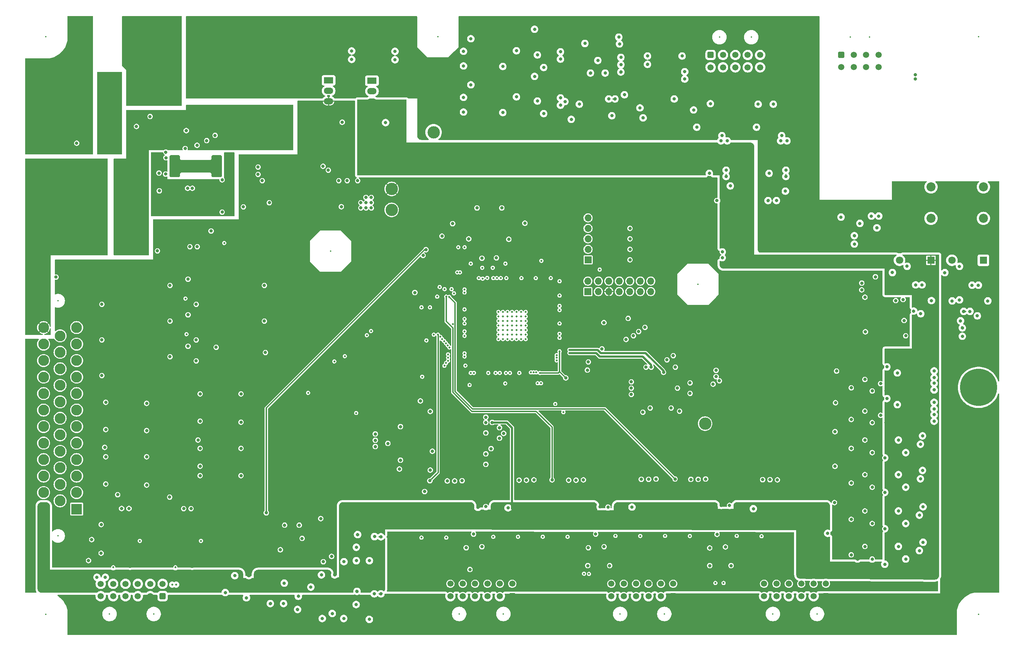
<source format=gbr>
%TF.GenerationSoftware,KiCad,Pcbnew,8.0.4*%
%TF.CreationDate,2024-11-12T22:32:28+03:00*%
%TF.ProjectId,EVD80_ControlBoard,45564438-305f-4436-9f6e-74726f6c426f,rev?*%
%TF.SameCoordinates,Original*%
%TF.FileFunction,Copper,L3,Inr*%
%TF.FilePolarity,Positive*%
%FSLAX46Y46*%
G04 Gerber Fmt 4.6, Leading zero omitted, Abs format (unit mm)*
G04 Created by KiCad (PCBNEW 8.0.4) date 2024-11-12 22:32:28*
%MOMM*%
%LPD*%
G01*
G04 APERTURE LIST*
G04 Aperture macros list*
%AMRoundRect*
0 Rectangle with rounded corners*
0 $1 Rounding radius*
0 $2 $3 $4 $5 $6 $7 $8 $9 X,Y pos of 4 corners*
0 Add a 4 corners polygon primitive as box body*
4,1,4,$2,$3,$4,$5,$6,$7,$8,$9,$2,$3,0*
0 Add four circle primitives for the rounded corners*
1,1,$1+$1,$2,$3*
1,1,$1+$1,$4,$5*
1,1,$1+$1,$6,$7*
1,1,$1+$1,$8,$9*
0 Add four rect primitives between the rounded corners*
20,1,$1+$1,$2,$3,$4,$5,0*
20,1,$1+$1,$4,$5,$6,$7,0*
20,1,$1+$1,$6,$7,$8,$9,0*
20,1,$1+$1,$8,$9,$2,$3,0*%
G04 Aperture macros list end*
%TA.AperFunction,ComponentPad*%
%ADD10C,3.000000*%
%TD*%
%TA.AperFunction,ComponentPad*%
%ADD11RoundRect,0.250001X0.499999X0.499999X-0.499999X0.499999X-0.499999X-0.499999X0.499999X-0.499999X0*%
%TD*%
%TA.AperFunction,ComponentPad*%
%ADD12C,1.500000*%
%TD*%
%TA.AperFunction,ComponentPad*%
%ADD13R,1.700000X1.700000*%
%TD*%
%TA.AperFunction,ComponentPad*%
%ADD14O,1.700000X1.700000*%
%TD*%
%TA.AperFunction,ComponentPad*%
%ADD15C,0.900000*%
%TD*%
%TA.AperFunction,ComponentPad*%
%ADD16C,9.000000*%
%TD*%
%TA.AperFunction,ComponentPad*%
%ADD17C,2.200000*%
%TD*%
%TA.AperFunction,ComponentPad*%
%ADD18R,1.800000X1.800000*%
%TD*%
%TA.AperFunction,ComponentPad*%
%ADD19C,1.800000*%
%TD*%
%TA.AperFunction,ComponentPad*%
%ADD20R,2.300000X1.500000*%
%TD*%
%TA.AperFunction,ComponentPad*%
%ADD21O,2.300000X1.500000*%
%TD*%
%TA.AperFunction,ComponentPad*%
%ADD22C,0.499999*%
%TD*%
%TA.AperFunction,ComponentPad*%
%ADD23RoundRect,0.250001X-0.499999X-0.499999X0.499999X-0.499999X0.499999X0.499999X-0.499999X0.499999X0*%
%TD*%
%TA.AperFunction,ComponentPad*%
%ADD24R,2.625000X2.625000*%
%TD*%
%TA.AperFunction,ComponentPad*%
%ADD25C,2.625000*%
%TD*%
%TA.AperFunction,ViaPad*%
%ADD26C,0.800000*%
%TD*%
%TA.AperFunction,ViaPad*%
%ADD27C,0.500000*%
%TD*%
%TA.AperFunction,Conductor*%
%ADD28C,0.500000*%
%TD*%
%TA.AperFunction,Conductor*%
%ADD29C,0.300000*%
%TD*%
%ADD30C,0.350000*%
%ADD31C,0.200000*%
%ADD32C,0.203200*%
G04 APERTURE END LIST*
D10*
%TO.N,VDD_3V3*%
%TO.C,TP1*%
X188820000Y-121876000D03*
%TD*%
D11*
%TO.N,TEMP_FW_N*%
%TO.C,J9*%
X133342000Y-220623000D03*
D12*
%TO.N,+15V*%
X130342000Y-220623000D03*
%TO.N,FW_H_P*%
X127342000Y-220623000D03*
%TO.N,FAULT_FW_P*%
X124342000Y-220623000D03*
%TO.N,FW_L_P*%
X121342000Y-220623000D03*
%TO.N,RESET_FW*%
X118342000Y-220623000D03*
%TO.N,TEMP_FW_P*%
X133342000Y-217623000D03*
%TO.N,GND*%
X130342000Y-217623000D03*
%TO.N,FW_H_N*%
X127342000Y-217623000D03*
%TO.N,FAULT_FW_N*%
X124342000Y-217623000D03*
%TO.N,FW_L_N*%
X121342000Y-217623000D03*
%TO.N,FW_CUR_IN_INT*%
X118342000Y-217623000D03*
%TD*%
D13*
%TO.N,TMS*%
%TO.C,J1*%
X236375000Y-146775000D03*
D14*
%TO.N,~{TRST}*%
X236375000Y-144235000D03*
%TO.N,TDI*%
X238915000Y-146775000D03*
%TO.N,GND*%
X238915000Y-144235000D03*
%TO.N,VDD_3V3*%
X241455000Y-146775000D03*
%TO.N,unconnected-(J1-Pin_6-Pad6)*%
X241455000Y-144235000D03*
%TO.N,TDO*%
X243995000Y-146775000D03*
%TO.N,GND*%
X243995000Y-144235000D03*
%TO.N,TCK*%
X246535000Y-146775000D03*
%TO.N,GND*%
X246535000Y-144235000D03*
%TO.N,TCK*%
X249075000Y-146775000D03*
%TO.N,GND*%
X249075000Y-144235000D03*
%TO.N,Net-(J1-Pin_13)*%
X251615000Y-146775000D03*
%TO.N,Net-(J1-Pin_14)*%
X251615000Y-144235000D03*
%TD*%
D10*
%TO.N,+1V2*%
%TO.C,TP3*%
X188820000Y-126956000D03*
%TD*%
%TO.N,+15V*%
%TO.C,TP5*%
X198980000Y-103080000D03*
%TD*%
D15*
%TO.N,GND*%
%TO.C,H5*%
X327625000Y-170000000D03*
X328613515Y-167613515D03*
X328613515Y-172386485D03*
X331000000Y-166625000D03*
D16*
X331000000Y-170000000D03*
D15*
X331000000Y-173375000D03*
X333386485Y-167613515D03*
X333386485Y-172386485D03*
X334375000Y-170000000D03*
%TD*%
D17*
%TO.N,Net-(K2-Pad11)*%
%TO.C,K2*%
X319479500Y-129027500D03*
%TO.N,Net-(C194-Pad1)*%
X319479500Y-121407500D03*
D18*
%TO.N,+5V*%
X319479500Y-139187500D03*
D19*
%TO.N,Net-(D46-A)*%
X311859500Y-139187500D03*
%TD*%
D20*
%TO.N,Net-(U2-IN)*%
%TO.C,U2*%
X173542500Y-95553000D03*
D21*
%TO.N,GND*%
X173542500Y-98093000D03*
%TO.N,VDD_3V3*%
X173542500Y-100633000D03*
%TD*%
D22*
%TO.N,GND*%
%TO.C,U7*%
X214699999Y-158300001D03*
X215799999Y-158300001D03*
X216900000Y-158300001D03*
X218000000Y-158300001D03*
X219099998Y-158300001D03*
X220199998Y-158300001D03*
X221299998Y-158300001D03*
X214699999Y-157200001D03*
X215799999Y-157200001D03*
X216900000Y-157200001D03*
X218000000Y-157200001D03*
X219099998Y-157200001D03*
X220199998Y-157200001D03*
X221299998Y-157200001D03*
X214699999Y-156100000D03*
X215799999Y-156100000D03*
X216900000Y-156100000D03*
X218000000Y-156100000D03*
X219099998Y-156100000D03*
X220199998Y-156100000D03*
X221299998Y-156100000D03*
X214699999Y-155000000D03*
X215799999Y-155000000D03*
X216900000Y-155000000D03*
X218000000Y-155000000D03*
X219099998Y-155000000D03*
X220199998Y-155000000D03*
X221299998Y-155000000D03*
X214699999Y-153900002D03*
X215799999Y-153900002D03*
X216900000Y-153900002D03*
X218000000Y-153900002D03*
X219099998Y-153900002D03*
X220199998Y-153900002D03*
X221299998Y-153900002D03*
X214699999Y-152800002D03*
X215799999Y-152800002D03*
X216900000Y-152800002D03*
X218000000Y-152800002D03*
X219099998Y-152800002D03*
X220199998Y-152800002D03*
X221299998Y-152800002D03*
X214699999Y-151700002D03*
X215799999Y-151700002D03*
X216900000Y-151700002D03*
X218000000Y-151700002D03*
X219099998Y-151700002D03*
X220199998Y-151700002D03*
X221299998Y-151700002D03*
%TD*%
D17*
%TO.N,Net-(K1-Pad11)*%
%TO.C,K1*%
X332179500Y-129027500D03*
%TO.N,Net-(C190-Pad1)*%
X332179500Y-121407500D03*
D18*
%TO.N,+5V*%
X332179500Y-139187500D03*
D19*
%TO.N,Net-(D44-A)*%
X324559500Y-139187500D03*
%TD*%
D11*
%TO.N,+15V*%
%TO.C,J5*%
X257042000Y-220608000D03*
D12*
%TO.N,VL_N*%
X254042000Y-220608000D03*
%TO.N,TEMP_PW_B_P*%
X251042000Y-220608000D03*
%TO.N,RESET_PW*%
X248042000Y-220608000D03*
%TO.N,VH_N*%
X245042000Y-220608000D03*
%TO.N,FAULT_PW_B_P*%
X242042000Y-220608000D03*
%TO.N,GND*%
X257042000Y-217608000D03*
%TO.N,VL_P*%
X254042000Y-217608000D03*
%TO.N,TEMP_PW_B_N*%
X251042000Y-217608000D03*
%TO.N,V_CUR_IN*%
X248042000Y-217608000D03*
%TO.N,VH_P*%
X245042000Y-217608000D03*
%TO.N,FAULT_PW_B_N*%
X242042000Y-217608000D03*
%TD*%
D10*
%TO.N,VAA*%
%TO.C,TP4*%
X264766000Y-178772000D03*
%TD*%
D13*
%TO.N,LED1*%
%TO.C,J10*%
X236398000Y-139063000D03*
D14*
%TO.N,LED2*%
X236398000Y-136523000D03*
%TO.N,LED3*%
X236398000Y-133983000D03*
%TO.N,LED4*%
X236398000Y-131443000D03*
%TO.N,GND*%
X236398000Y-128903000D03*
%TD*%
D23*
%TO.N,VDC_N*%
%TO.C,J3*%
X297760000Y-89387000D03*
D12*
%TO.N,unconnected-(J3-Pin_2-Pad2)*%
X300760000Y-89387000D03*
%TO.N,unconnected-(J3-Pin_3-Pad3)*%
X303760000Y-89387000D03*
%TO.N,VDC_P*%
X306760000Y-89387000D03*
%TO.N,VDC_N*%
X297760000Y-92387000D03*
%TO.N,unconnected-(J3-Pin_6-Pad6)*%
X300760000Y-92387000D03*
%TO.N,unconnected-(J3-Pin_7-Pad7)*%
X303760000Y-92387000D03*
%TO.N,VDC_P*%
X306760000Y-92387000D03*
%TD*%
D11*
%TO.N,+15V*%
%TO.C,J4*%
X218042000Y-220608000D03*
D12*
%TO.N,UL_N*%
X215042000Y-220608000D03*
%TO.N,TEMP_PW_A_P*%
X212042000Y-220608000D03*
%TO.N,RESET_PW*%
X209042000Y-220608000D03*
%TO.N,UH_N*%
X206042000Y-220608000D03*
%TO.N,FAULT_PW_A_P*%
X203042000Y-220608000D03*
%TO.N,GND*%
X218042000Y-217608000D03*
%TO.N,UL_P*%
X215042000Y-217608000D03*
%TO.N,TEMP_PW_A_N*%
X212042000Y-217608000D03*
%TO.N,U_CUR_IN*%
X209042000Y-217608000D03*
%TO.N,UH_P*%
X206042000Y-217608000D03*
%TO.N,FAULT_PW_A_N*%
X203042000Y-217608000D03*
%TD*%
D10*
%TO.N,+5V*%
%TO.C,TP2*%
X188820000Y-116796000D03*
%TD*%
D11*
%TO.N,+15V*%
%TO.C,J6*%
X294042000Y-220608000D03*
D12*
%TO.N,WL_N*%
X291042000Y-220608000D03*
%TO.N,TEMP_PW_C_P*%
X288042000Y-220608000D03*
%TO.N,RESET_PW*%
X285042000Y-220608000D03*
%TO.N,WH_N*%
X282042000Y-220608000D03*
%TO.N,FAULT_PW_C_P*%
X279042000Y-220608000D03*
%TO.N,GND*%
X294042000Y-217608000D03*
%TO.N,WL_P*%
X291042000Y-217608000D03*
%TO.N,TEMP_PW_C_N*%
X288042000Y-217608000D03*
%TO.N,W_CUR_IN*%
X285042000Y-217608000D03*
%TO.N,WH_P*%
X282042000Y-217608000D03*
%TO.N,FAULT_PW_C_N*%
X279042000Y-217608000D03*
%TD*%
D23*
%TO.N,~{EXC_OUT}_IC*%
%TO.C,J11*%
X266085000Y-89411000D03*
D12*
%TO.N,~{COS_IN}_IC*%
X269085000Y-89411000D03*
%TO.N,~{SIN_IN}_IC*%
X272085000Y-89411000D03*
%TO.N,NTC_FW_2_IC*%
X275085000Y-89411000D03*
%TO.N,NTC_FW_1_IC*%
X278085000Y-89411000D03*
%TO.N,EXC_OUT_IC*%
X266085000Y-92411000D03*
%TO.N,COS_IN_IC*%
X269085000Y-92411000D03*
%TO.N,SIN_IN_IC*%
X272085000Y-92411000D03*
%TO.N,NTC_AW_2_IC*%
X275085000Y-92411000D03*
%TO.N,NTC_AW_1_IC*%
X278085000Y-92411000D03*
%TD*%
D10*
%TO.N,GND*%
%TO.C,TP6*%
X198980000Y-108160000D03*
%TD*%
D20*
%TO.N,Net-(U3-IN)*%
%TO.C,U3*%
X184042500Y-95646000D03*
D21*
%TO.N,GND*%
X184042500Y-98186000D03*
%TO.N,+5V*%
X184042500Y-100726000D03*
%TD*%
D24*
%TO.N,BRK_2_IN*%
%TO.C,J2*%
X112500000Y-199500000D03*
D25*
%TO.N,THR_2_IN*%
X112500000Y-195500000D03*
%TO.N,NTC_AW_1_MC*%
X112500000Y-191500000D03*
%TO.N,NTC_FW_1_MC*%
X112500000Y-187500000D03*
%TO.N,~{COS_IN}_MC*%
X112500000Y-183500000D03*
%TO.N,~{SIN_IN}_MC*%
X112500000Y-179500000D03*
%TO.N,RIGHT_SUPPORT_IN*%
X112500000Y-175500000D03*
%TO.N,LEFT_SUPPORT_IN*%
X112500000Y-171500000D03*
%TO.N,GEAR_DRIVE_IN*%
X112500000Y-167500000D03*
%TO.N,PWR_ST_PWM_OUT*%
X112500000Y-163500000D03*
%TO.N,PARK_BREAK_OUT*%
X112500000Y-159500000D03*
%TO.N,GND_IN*%
X112500000Y-155500000D03*
%TO.N,BRK_1_IN*%
X108500000Y-197500000D03*
%TO.N,THR_1_IN*%
X108500000Y-193500000D03*
%TO.N,NTC_AW_2_MC*%
X108500000Y-189500000D03*
%TO.N,NTC_FW_2_MC*%
X108500000Y-185500000D03*
%TO.N,COS_IN_MC*%
X108500000Y-181500000D03*
%TO.N,SIN_IN_MC*%
X108500000Y-177500000D03*
%TO.N,IGNITION_ON_IN*%
X108500000Y-173500000D03*
%TO.N,EMERG_STOP_IN*%
X108500000Y-169500000D03*
%TO.N,HV_ON_IN*%
X108500000Y-165500000D03*
%TO.N,SHUNT_CONT_OUT*%
X108500000Y-161500000D03*
%TO.N,POWER_CONT_OUT*%
X108500000Y-157500000D03*
%TO.N,+5V*%
X104500000Y-199500000D03*
%TO.N,GND*%
X104500000Y-195500000D03*
%TO.N,CAN_H*%
X104500000Y-191500000D03*
%TO.N,CAN_L*%
X104500000Y-187500000D03*
%TO.N,GND_CAN*%
X104500000Y-183500000D03*
%TO.N,EXC_OUT_MC*%
X104500000Y-179500000D03*
%TO.N,~{EXC_OUT}_MC*%
X104500000Y-175500000D03*
%TO.N,GEAR_PARKING_IN*%
X104500000Y-171500000D03*
%TO.N,GEAR_REVERSE_IN*%
X104500000Y-167500000D03*
%TO.N,PUMP_OUT*%
X104500000Y-163500000D03*
%TO.N,REV_LIGHT_OUT*%
X104500000Y-159500000D03*
%TO.N,VIN*%
X104500000Y-155500000D03*
%TD*%
D26*
%TO.N,VDD_3V3*%
X180572025Y-205678025D03*
X327406000Y-151572000D03*
X301686000Y-170864000D03*
D27*
X254650000Y-144800000D03*
D26*
X152324000Y-168278000D03*
X174842000Y-201808000D03*
X171450000Y-105185000D03*
D27*
X219904000Y-135414000D03*
D26*
X171450000Y-110265000D03*
X115394000Y-208430000D03*
X175017000Y-215443000D03*
D27*
X229642000Y-206208000D03*
D26*
X167132000Y-115214000D03*
D27*
X200242000Y-208408000D03*
D26*
X129464000Y-177930000D03*
X139446000Y-137160000D03*
X159182000Y-127384000D03*
X137160000Y-157988000D03*
X236470000Y-207348000D03*
X137160000Y-133350000D03*
D27*
X229500000Y-152500000D03*
D26*
X159442000Y-222408000D03*
D27*
X223512000Y-206146000D03*
X203962000Y-139954000D03*
D26*
X301686000Y-194208000D03*
X253222000Y-170158000D03*
X129464000Y-191138000D03*
D27*
X125439000Y-213517000D03*
D26*
X167132000Y-116484000D03*
X301686000Y-203008000D03*
X206870000Y-207348000D03*
X296098000Y-208560000D03*
X313741000Y-151501000D03*
X246126000Y-149484000D03*
X186217000Y-220043000D03*
X129464000Y-171580000D03*
D27*
X254650000Y-146200000D03*
D26*
X280016000Y-124714000D03*
D27*
X225104000Y-135314000D03*
D26*
X198976000Y-133332500D03*
X158496000Y-122428000D03*
X296225000Y-182760000D03*
D27*
X235512000Y-206146000D03*
D26*
X268680000Y-198608000D03*
X265870000Y-207410500D03*
X307274000Y-174744000D03*
D27*
X217512000Y-206146000D03*
D26*
X296606000Y-168070000D03*
X265538000Y-124714000D03*
X129464000Y-184534000D03*
X305376000Y-156524000D03*
X186217000Y-206223000D03*
D27*
X265112000Y-205954500D03*
D26*
X171450000Y-102645000D03*
X236990000Y-93804500D03*
X307274000Y-167054000D03*
D27*
X200787000Y-142113000D03*
D26*
X166017000Y-223843000D03*
X284334000Y-118872000D03*
X137160000Y-149352000D03*
X152324000Y-182756000D03*
X267716000Y-174549000D03*
X244356000Y-93550500D03*
X213174000Y-181035000D03*
X166067000Y-209973000D03*
X301686000Y-178554000D03*
X173482000Y-102645000D03*
X296225000Y-191160000D03*
X173482000Y-110265000D03*
D27*
X245922000Y-174858000D03*
D26*
X249733000Y-104651000D03*
X152400000Y-115316000D03*
X296098000Y-199960000D03*
X167132000Y-119024000D03*
X313360000Y-155451000D03*
X160020000Y-149352000D03*
D27*
X206112000Y-206346000D03*
D26*
X116421000Y-203242000D03*
X300914000Y-133226000D03*
D27*
X247042000Y-206008000D03*
D26*
X235966000Y-168148000D03*
D27*
X196056000Y-143893000D03*
D26*
X154217000Y-215643000D03*
X306375000Y-131321000D03*
X160267000Y-209373000D03*
X239330000Y-198923000D03*
X145085000Y-134115000D03*
D27*
X131874000Y-207136000D03*
X198120000Y-143893000D03*
X276442000Y-206008000D03*
D26*
X152070000Y-176660000D03*
X171450000Y-107725000D03*
D27*
X140474000Y-213536000D03*
D26*
X160020000Y-157988000D03*
X209730000Y-199054000D03*
X194442000Y-148954584D03*
D27*
X282512000Y-206008500D03*
X259042000Y-206008000D03*
D26*
X296352000Y-175760000D03*
X269856000Y-118872000D03*
X301686000Y-211608000D03*
X152324000Y-189106000D03*
X180417000Y-219443000D03*
X327076000Y-155578000D03*
D27*
X253112000Y-205946000D03*
D26*
X250806000Y-91694000D03*
D27*
X146674000Y-207136000D03*
D26*
X301686000Y-185808000D03*
X167132000Y-117754000D03*
X137160000Y-166624000D03*
X242932000Y-100076000D03*
%TO.N,+15V*%
X277222000Y-108966000D03*
X152400000Y-82230000D03*
X160274000Y-97470000D03*
X162814000Y-96200000D03*
X157480000Y-94930000D03*
X139700000Y-93660000D03*
X151130000Y-94930000D03*
X154940000Y-94930000D03*
X152400000Y-83500000D03*
X152400000Y-80960000D03*
X143510000Y-94930000D03*
X215754000Y-88138000D03*
X268840000Y-106934000D03*
X283318000Y-106934000D03*
X158750000Y-93660000D03*
X262744000Y-108966000D03*
X152400000Y-86040000D03*
X148590000Y-94930000D03*
X147752000Y-127511000D03*
X146050000Y-94930000D03*
X144780000Y-94930000D03*
X151130000Y-82230000D03*
X153670000Y-93660000D03*
X151130000Y-91120000D03*
X161544000Y-97470000D03*
X146050000Y-93660000D03*
X156210000Y-93660000D03*
X151130000Y-84770000D03*
X152400000Y-88580000D03*
X142240000Y-94930000D03*
X152400000Y-92390000D03*
X164084000Y-96200000D03*
X162814000Y-97470000D03*
X151130000Y-86040000D03*
X151130000Y-88580000D03*
X143510000Y-93660000D03*
X147320000Y-94930000D03*
X206229000Y-90297000D03*
X144780000Y-93660000D03*
X147752000Y-119692000D03*
X160274000Y-96200000D03*
X151130000Y-93660000D03*
X139700000Y-94930000D03*
X147320000Y-93660000D03*
X164084000Y-97470000D03*
X152400000Y-93660000D03*
X206229000Y-101473000D03*
X151130000Y-87310000D03*
X140970000Y-94930000D03*
X152400000Y-87310000D03*
X152400000Y-94930000D03*
X221596000Y-92456000D03*
X151130000Y-92390000D03*
X152400000Y-91120000D03*
X157480000Y-93660000D03*
X149860000Y-93660000D03*
X236652000Y-95634000D03*
X154940000Y-93660000D03*
X152400000Y-84770000D03*
X158750000Y-94930000D03*
X156210000Y-94930000D03*
X151130000Y-80960000D03*
X229724000Y-103378000D03*
X152400000Y-89850000D03*
X142240000Y-93660000D03*
X151130000Y-83500000D03*
X215754000Y-99314000D03*
X161544000Y-96200000D03*
X149860000Y-94930000D03*
X151130000Y-89850000D03*
X140970000Y-93660000D03*
X229724000Y-92202000D03*
X148590000Y-93660000D03*
X221596000Y-103632000D03*
X153670000Y-94930000D03*
%TO.N,+1V2*%
X176628000Y-126194000D03*
%TO.N,+5V*%
X181864000Y-107725000D03*
X315529000Y-190144000D03*
X315529000Y-181744000D03*
X181864000Y-105185000D03*
X309814000Y-203008000D03*
X183896000Y-102645000D03*
X309814000Y-211608000D03*
X181864000Y-102645000D03*
X181864000Y-110265000D03*
X309814000Y-194208000D03*
X183896000Y-110265000D03*
X213174000Y-178495000D03*
X308544000Y-178554000D03*
X315529000Y-199071000D03*
X309814000Y-185808000D03*
X315529000Y-207544000D03*
X308544000Y-170864000D03*
D27*
%TO.N,VDD_1V2*%
X206500000Y-156400000D03*
D26*
X181356000Y-125222000D03*
D27*
X206500000Y-162500000D03*
X229500000Y-150250000D03*
D26*
X181356000Y-126492000D03*
X183896000Y-126492000D03*
X182626000Y-125222000D03*
X182626000Y-126492000D03*
D27*
X215000000Y-166500000D03*
D26*
X183896000Y-123952000D03*
D27*
X206500000Y-146250000D03*
X229500000Y-158000000D03*
X210900000Y-143650000D03*
D26*
X183896000Y-125222000D03*
D27*
X214300000Y-143500000D03*
D26*
X182600000Y-123950000D03*
D27*
X206500000Y-154500000D03*
X217500000Y-166500000D03*
%TO.N,VDDOSC_3V3*%
X210750000Y-141000000D03*
X213299498Y-141000000D03*
%TO.N,VDDA_3V3*%
X229500000Y-161250000D03*
D26*
X231000000Y-167700000D03*
D27*
X224750000Y-166500000D03*
%TO.N,VDDIO_3V3*%
X219750000Y-166500000D03*
X206500000Y-153400000D03*
X206500000Y-151100000D03*
X204724000Y-142113000D03*
X229500000Y-151250000D03*
X215250000Y-143500000D03*
X229500000Y-144250000D03*
X206500000Y-157500000D03*
X213450000Y-143500000D03*
X206500000Y-147000000D03*
X216600000Y-143500000D03*
X220250000Y-143500000D03*
X206500000Y-161750000D03*
X216500000Y-166500000D03*
X205359000Y-142113000D03*
X208000000Y-166500000D03*
X212250000Y-166500000D03*
X223750000Y-143500000D03*
X209950000Y-143500000D03*
X229500000Y-154500000D03*
X214000000Y-166500000D03*
X229500000Y-147750000D03*
X229500000Y-157000000D03*
X227350000Y-143500000D03*
D26*
%TO.N,Net-(U11-RAMP)*%
X140538000Y-121724000D03*
X134061000Y-118295000D03*
D27*
%TO.N,VREFHIA*%
X225000000Y-169000000D03*
D26*
X251460000Y-175006000D03*
%TO.N,VREFHIB*%
X251714000Y-165100000D03*
D27*
X231900000Y-161674000D03*
%TO.N,GPIO84{slash}BOOT0*%
X203660499Y-154660501D03*
%TO.N,GPIO72{slash}BOOT1*%
X203900000Y-147200000D03*
%TO.N,~{RESET}*%
X212000000Y-143450000D03*
D26*
%TO.N,VREFHIC*%
X256540000Y-175006000D03*
D27*
X224200000Y-169000000D03*
D26*
%TO.N,VREFHID*%
X254686000Y-166358000D03*
D27*
X231900000Y-160900000D03*
D26*
%TO.N,Net-(U11-VCC)*%
X139065000Y-107757000D03*
X134151500Y-114321500D03*
D27*
%TO.N,UV_SENCE*%
X148260000Y-135004000D03*
X206680000Y-164722000D03*
D26*
%TO.N,Net-(D7-K)*%
X111760000Y-81722000D03*
X105410000Y-96708000D03*
X113030000Y-91628000D03*
X104140000Y-101788000D03*
X110490000Y-91628000D03*
X105410000Y-101788000D03*
X107950000Y-110424000D03*
X107950000Y-109154000D03*
X104140000Y-103058000D03*
X113030000Y-92898000D03*
X105410000Y-99248000D03*
X104140000Y-109154000D03*
X110490000Y-92898000D03*
X104140000Y-95438000D03*
X105410000Y-104328000D03*
X111760000Y-91628000D03*
X104140000Y-100518000D03*
X114300000Y-90358000D03*
X104140000Y-96708000D03*
X115570000Y-91628000D03*
X134112000Y-112964000D03*
X104140000Y-107884000D03*
X107950000Y-111694000D03*
X111760000Y-82992000D03*
X105410000Y-92898000D03*
X105410000Y-105598000D03*
X105410000Y-97978000D03*
X114300000Y-91628000D03*
X104140000Y-112964000D03*
X107950000Y-91628000D03*
X104140000Y-105598000D03*
X109220000Y-92898000D03*
X104140000Y-99248000D03*
X114300000Y-92898000D03*
X115570000Y-90358000D03*
X104140000Y-92898000D03*
X113030000Y-82992000D03*
X106680000Y-91628000D03*
X104140000Y-94168000D03*
X113030000Y-81722000D03*
X105410000Y-95438000D03*
X105410000Y-94168000D03*
X106680000Y-92898000D03*
X115570000Y-92898000D03*
X104140000Y-111694000D03*
X114300000Y-81722000D03*
X111760000Y-92898000D03*
X105410000Y-103058000D03*
X115570000Y-82992000D03*
X105410000Y-91628000D03*
X105410000Y-100518000D03*
X111760000Y-90358000D03*
X114300000Y-82992000D03*
X104140000Y-91628000D03*
X104140000Y-97978000D03*
X107950000Y-92898000D03*
X104140000Y-110424000D03*
X115570000Y-81722000D03*
X113030000Y-90358000D03*
X104140000Y-104328000D03*
X109220000Y-91628000D03*
X107950000Y-107884000D03*
X107950000Y-112964000D03*
%TO.N,MCU_EXC*%
X239776000Y-160658000D03*
X245618000Y-158372000D03*
%TO.N,+1V5*%
X312725000Y-148707000D03*
X306011000Y-143189000D03*
X326390000Y-148778000D03*
%TO.N,EXC_OUT*%
X223444000Y-94618000D03*
X230810000Y-100714000D03*
%TO.N,~{EXC_OUT}*%
X223444000Y-83188000D03*
X232334000Y-105032000D03*
D27*
%TO.N,HV_ON*%
X196242000Y-167408000D03*
X168580000Y-171326000D03*
D26*
%TO.N,VIN*%
X101600000Y-118298000D03*
X101600000Y-127188000D03*
X115570000Y-130998000D03*
X115570000Y-132268000D03*
X115570000Y-134808000D03*
X114300000Y-134808000D03*
X111760000Y-127188000D03*
X115570000Y-136078000D03*
X101600000Y-117028000D03*
X101600000Y-124648000D03*
X116840000Y-115758000D03*
X101600000Y-125918000D03*
X102870000Y-125918000D03*
X109220000Y-127188000D03*
X101600000Y-122108000D03*
X115570000Y-124648000D03*
X115570000Y-120838000D03*
X114300000Y-127188000D03*
X104140000Y-125918000D03*
X111760000Y-125918000D03*
X132461000Y-118044000D03*
X114300000Y-132268000D03*
X113030000Y-127188000D03*
X116840000Y-117028000D03*
X113030000Y-125918000D03*
X114300000Y-137348000D03*
X115570000Y-118298000D03*
X115570000Y-129728000D03*
X115570000Y-117028000D03*
X101600000Y-115758000D03*
X107950000Y-127188000D03*
X114300000Y-128458000D03*
X115570000Y-128458000D03*
X115570000Y-137348000D03*
X115570000Y-125918000D03*
X114300000Y-130998000D03*
X110490000Y-127188000D03*
X110490000Y-125918000D03*
X114300000Y-133538000D03*
X104140000Y-127188000D03*
X107950000Y-125918000D03*
X101600000Y-120838000D03*
X105410000Y-127188000D03*
X106680000Y-127188000D03*
X106680000Y-125918000D03*
X115570000Y-133538000D03*
X115570000Y-115758000D03*
X114300000Y-125918000D03*
X115570000Y-119568000D03*
X101600000Y-123378000D03*
X102870000Y-127188000D03*
X105410000Y-125918000D03*
X114300000Y-129728000D03*
X109220000Y-125918000D03*
X115570000Y-122108000D03*
X101600000Y-119568000D03*
X115570000Y-123378000D03*
X114300000Y-136078000D03*
X115570000Y-127188000D03*
%TO.N,SHUNT_CONT_OUT*%
X139497000Y-152403000D03*
%TO.N,PUMP_OUT*%
X139497000Y-143767000D03*
D27*
%TO.N,MCU_PWM*%
X207696000Y-169421000D03*
D26*
X244018000Y-86744000D03*
%TO.N,W_CUR_IN*%
X271042000Y-213208000D03*
%TO.N,V_CUR_IN*%
X241642000Y-213208000D03*
%TO.N,CAN_H*%
X184853000Y-184337000D03*
%TO.N,CAN_L*%
X184853000Y-182813000D03*
%TO.N,VDC_N*%
X315722000Y-95184000D03*
X315722000Y-94168000D03*
%TO.N,EMERG_STOP_IN*%
X119304000Y-184534000D03*
%TO.N,IGNITION_ON_IN*%
X142418000Y-189106000D03*
%TO.N,ISO_VPOS*%
X255524000Y-163322000D03*
X248666000Y-156464000D03*
%TO.N,LEFT_SUPPORT_IN*%
X141910000Y-182756000D03*
%TO.N,ISO_VNEG*%
X257048000Y-162306000D03*
X250190000Y-155448000D03*
%TO.N,THR_1_IN*%
X316926000Y-183776000D03*
%TO.N,THR_2_IN*%
X316926000Y-192176000D03*
%TO.N,BRK_1_IN*%
X316672000Y-200976000D03*
%TO.N,BRK_2_IN*%
X316672000Y-209576000D03*
D27*
%TO.N,PARK_BREAK*%
X201599998Y-164750000D03*
X177470000Y-162436000D03*
%TO.N,POWER_CONT*%
X201999998Y-164100000D03*
X139116000Y-157102000D03*
%TO.N,PWR_ST_PWM*%
X174930000Y-163706000D03*
X208733281Y-166488484D03*
D26*
%TO.N,Net-(D51-A)*%
X236242000Y-165808000D03*
X122442000Y-196008000D03*
%TO.N,PWR_ST_PWM_OUT*%
X139497000Y-160023000D03*
D27*
%TO.N,SHUNT_CONT*%
X182804000Y-157356000D03*
X202497886Y-163552112D03*
%TO.N,REV_LIGHT*%
X138862000Y-148466000D03*
X202511442Y-162788556D03*
%TO.N,PUMP*%
X183820000Y-156340000D03*
X202499998Y-162000000D03*
%TO.N,VH_N*%
X235442000Y-215157997D03*
%TO.N,VH_P*%
X236642000Y-215208000D03*
%TO.N,WH_N*%
X269242000Y-217408000D03*
%TO.N,WH_P*%
X267242000Y-217408000D03*
%TO.N,FW_H_N*%
X136642000Y-217808000D03*
%TO.N,FW_H_P*%
X135642000Y-217808000D03*
D26*
%TO.N,Net-(U11-CS)*%
X118872000Y-110805000D03*
X122682000Y-106995000D03*
X119634000Y-94422000D03*
X120904000Y-95946000D03*
X122174000Y-104582000D03*
X118872000Y-106995000D03*
X120142000Y-112075000D03*
X118872000Y-112075000D03*
X121412000Y-112075000D03*
X118872000Y-109535000D03*
X120142000Y-106995000D03*
X120904000Y-101026000D03*
X122174000Y-95946000D03*
X119634000Y-104582000D03*
X122174000Y-101026000D03*
X120904000Y-99248000D03*
X118872000Y-108265000D03*
X118364000Y-95946000D03*
X121412000Y-106995000D03*
X122174000Y-94422000D03*
X118364000Y-101026000D03*
X120904000Y-104582000D03*
X118364000Y-94422000D03*
X119634000Y-99248000D03*
X146050000Y-108900000D03*
X122174000Y-99248000D03*
X118364000Y-99248000D03*
X120904000Y-94422000D03*
X119634000Y-101026000D03*
X119634000Y-95946000D03*
X122682000Y-112075000D03*
X118364000Y-104582000D03*
%TO.N,Net-(Q3-D)*%
X125730000Y-90358000D03*
X127000000Y-91628000D03*
X126746000Y-99756000D03*
X125730000Y-82992000D03*
X134620000Y-85786000D03*
X135890000Y-85786000D03*
X126746000Y-93406000D03*
X137160000Y-87564000D03*
X134366000Y-93406000D03*
X127000000Y-90358000D03*
X127000000Y-81722000D03*
X135636000Y-94676000D03*
X126746000Y-95946000D03*
X130556000Y-93406000D03*
X135636000Y-101026000D03*
X127000000Y-82992000D03*
X135636000Y-98486000D03*
X134620000Y-87564000D03*
X126746000Y-94676000D03*
X133096000Y-93406000D03*
X124460000Y-81722000D03*
X124460000Y-91628000D03*
X126746000Y-101026000D03*
X126746000Y-97216000D03*
X133350000Y-87564000D03*
X137160000Y-82484000D03*
X134620000Y-82484000D03*
X137160000Y-90866000D03*
X135890000Y-87564000D03*
X125730000Y-81722000D03*
X133350000Y-90866000D03*
X135890000Y-82484000D03*
X134620000Y-90866000D03*
X135636000Y-97216000D03*
X133350000Y-82484000D03*
X135636000Y-93406000D03*
X126746000Y-98486000D03*
X128016000Y-93406000D03*
X129286000Y-93406000D03*
X124460000Y-90358000D03*
X131826000Y-93406000D03*
X124460000Y-82992000D03*
X125730000Y-91628000D03*
X137160000Y-85786000D03*
X135636000Y-95946000D03*
X135890000Y-90866000D03*
X135636000Y-99756000D03*
X133350000Y-85786000D03*
%TO.N,ISO_POS_REL*%
X330708000Y-152654000D03*
X268910000Y-138560000D03*
%TO.N,ISO_NEG_REL*%
X268910000Y-137163000D03*
X316992000Y-152146000D03*
%TO.N,UH*%
X205880000Y-192618000D03*
D27*
X200642000Y-157750002D03*
D26*
%TO.N,VH*%
X235280000Y-192418000D03*
D27*
X201554007Y-158800000D03*
D26*
%TO.N,WH*%
X264880000Y-192218000D03*
D27*
X202384665Y-159800002D03*
D26*
%TO.N,UL*%
X223280000Y-192418000D03*
D27*
X201042000Y-158300002D03*
%TO.N,VL*%
X201969337Y-159300000D03*
D26*
X252880000Y-192218000D03*
D27*
%TO.N,WL*%
X202799998Y-160300000D03*
D26*
X282280000Y-192418000D03*
D27*
%TO.N,FW_L*%
X180242000Y-176208000D03*
X216332000Y-169040000D03*
D26*
%TO.N,CAN_RX*%
X215968000Y-181162000D03*
X212920000Y-184845000D03*
%TO.N,PCB_TEMP*%
X236474000Y-163830000D03*
X247396000Y-157480000D03*
%TO.N,Net-(U11-CSG)*%
X144018000Y-110170000D03*
X127000000Y-106741000D03*
%TO.N,Net-(Q1-G)*%
X138789023Y-112096977D03*
X112522000Y-110805000D03*
%TO.N,Net-(Q3-G)*%
X141681200Y-111313000D03*
X130302000Y-104328000D03*
%TO.N,Net-(C190-Pad1)*%
X326390000Y-140650000D03*
%TO.N,Net-(C194-Pad1)*%
X313690000Y-140637000D03*
%TO.N,Net-(U11-EN)*%
X132537000Y-122359000D03*
X139395000Y-121724000D03*
%TO.N,GND_CAN*%
X190949000Y-187639000D03*
X190695000Y-189798000D03*
X190949000Y-179511000D03*
X187901000Y-183575000D03*
X198696000Y-185480000D03*
X198188000Y-175828000D03*
X184853000Y-181289000D03*
X198188000Y-190052000D03*
D27*
%TO.N,RESET_PW*%
X199042000Y-157211000D03*
X199842000Y-148008000D03*
D26*
%TO.N,GND*%
X225660000Y-92456000D03*
X322834000Y-142174000D03*
X214952000Y-182305000D03*
X333248000Y-149032000D03*
X179130500Y-90473000D03*
X219056000Y-99568000D03*
X162817000Y-217443000D03*
X177217000Y-226043000D03*
X125984000Y-129728000D03*
X208648000Y-205570000D03*
X266700000Y-169215000D03*
X277222000Y-106934000D03*
X136779000Y-117028000D03*
X125984000Y-128458000D03*
D27*
X239200000Y-141450000D03*
D26*
X127254000Y-132268000D03*
X161867000Y-209373000D03*
X157988000Y-107376000D03*
X250444000Y-165100000D03*
X211650000Y-177225000D03*
X305242000Y-194208000D03*
X136779000Y-114488000D03*
X152324000Y-178438000D03*
X305242000Y-185808000D03*
X152324000Y-184788000D03*
X119558000Y-186820000D03*
X177267000Y-212253000D03*
X145923000Y-115758000D03*
X119458000Y-216050000D03*
X155448000Y-106106000D03*
X249302000Y-192293000D03*
X246888000Y-171704000D03*
X224136000Y-89408000D03*
X224136000Y-100584000D03*
X246558000Y-139068000D03*
X246126000Y-153284000D03*
X142418000Y-178184000D03*
X311341000Y-166495000D03*
X229724000Y-88646000D03*
X303464000Y-182760000D03*
X265870000Y-208934500D03*
X270872000Y-121158000D03*
X300162000Y-210592000D03*
X152324000Y-171580000D03*
X300162000Y-177792000D03*
X162814000Y-105344000D03*
X127254000Y-122108000D03*
X125984000Y-118298000D03*
X296225000Y-180728000D03*
X128778000Y-110932000D03*
X119558000Y-173612000D03*
D27*
X222555000Y-166373000D03*
D26*
X261112000Y-168910000D03*
X317434000Y-190144000D03*
X137500000Y-126500000D03*
D27*
X225104000Y-139314000D03*
D26*
X125222000Y-115250000D03*
X270680000Y-198608000D03*
X269856000Y-117348000D03*
X202302000Y-192693000D03*
D27*
X249048000Y-206022000D03*
D26*
X180267000Y-208773000D03*
X125984000Y-125918000D03*
X180217000Y-222643000D03*
X246888000Y-168656000D03*
X240250000Y-154300000D03*
X259823000Y-93472000D03*
X294447000Y-205385000D03*
D27*
X223825000Y-166373000D03*
D26*
X310134000Y-142161000D03*
X261302000Y-192301500D03*
X176022000Y-119888000D03*
X124968000Y-112202000D03*
X302260000Y-130236000D03*
X155448000Y-107376000D03*
X135636000Y-114488000D03*
X328930000Y-151572000D03*
X123407000Y-199369000D03*
X229724000Y-99822000D03*
X180594000Y-119888000D03*
X229724000Y-101600000D03*
X242170000Y-104140000D03*
X147066000Y-118298000D03*
X268224000Y-168402000D03*
D27*
X272442000Y-206008000D03*
D26*
X313370000Y-185808000D03*
X246888000Y-170180000D03*
X215754000Y-92202000D03*
X313370000Y-194208000D03*
X166217000Y-220643000D03*
X154178000Y-106106000D03*
X127254000Y-136078000D03*
X330962000Y-145222000D03*
X308798000Y-165022000D03*
X161544000Y-104074000D03*
X278702000Y-192368500D03*
X119558000Y-180216000D03*
X125984000Y-136078000D03*
X244356000Y-89994500D03*
X240546000Y-93804500D03*
D27*
X136410000Y-213612000D03*
D26*
X129464000Y-193678000D03*
X311592000Y-182760000D03*
X125984000Y-137348000D03*
X214200000Y-138600000D03*
X303464000Y-175760000D03*
X125984000Y-127188000D03*
D27*
X223190000Y-166373000D03*
D26*
X128778000Y-107122000D03*
X246558000Y-131448000D03*
X147066000Y-114488000D03*
X209500000Y-126500000D03*
X125984000Y-123378000D03*
D27*
X208000000Y-140000000D03*
D26*
X312979000Y-153787000D03*
X128778000Y-109662000D03*
D27*
X228778000Y-162817000D03*
X121375000Y-213593000D03*
D26*
X127254000Y-134808000D03*
X211650000Y-188655000D03*
X307274000Y-176776000D03*
X238768000Y-90756500D03*
X135382000Y-106614000D03*
X184667000Y-206173000D03*
X157988000Y-106106000D03*
X308798000Y-172712000D03*
X207500000Y-134000000D03*
X204080000Y-192693000D03*
X151638000Y-107376000D03*
X164084000Y-105344000D03*
X267424000Y-165862000D03*
D27*
X206502000Y-136017000D03*
D26*
X317434000Y-181744000D03*
X151638000Y-106106000D03*
X300162000Y-184792000D03*
D27*
X228778000Y-163452000D03*
D26*
X303598000Y-156524000D03*
X135128000Y-145288000D03*
X261112000Y-171450000D03*
X234296000Y-101346000D03*
X246558000Y-133988000D03*
X194442000Y-147008000D03*
X280270000Y-118110000D03*
D27*
X278448000Y-206084500D03*
D26*
X116156000Y-206906000D03*
X127254000Y-124648000D03*
X210680000Y-208618000D03*
X303464000Y-199960000D03*
X138442000Y-199388000D03*
X136779000Y-118298000D03*
X131572000Y-106614000D03*
X125984000Y-124648000D03*
X189630500Y-88534000D03*
X141732000Y-135890000D03*
X305242000Y-203008000D03*
X123952000Y-116520000D03*
D27*
X202048000Y-206422000D03*
D26*
X206870000Y-208872000D03*
X300162000Y-193192000D03*
X156464000Y-118364000D03*
X171642000Y-201808000D03*
X267570000Y-124714000D03*
X171817000Y-215443000D03*
X311341000Y-174185000D03*
D27*
X201646409Y-146181409D03*
D26*
X157480000Y-119888000D03*
X326644000Y-153858000D03*
X162814000Y-104074000D03*
X127254000Y-127188000D03*
X156718000Y-107376000D03*
X147066000Y-115758000D03*
D27*
X228778000Y-162182000D03*
D26*
X173482000Y-117348000D03*
X172210000Y-116394000D03*
D27*
X261048000Y-206030500D03*
D26*
X283318000Y-108966000D03*
X145500000Y-126500000D03*
X127254000Y-123378000D03*
X257556000Y-165100000D03*
X319583000Y-148961000D03*
X302709000Y-144713000D03*
X296225000Y-189128000D03*
X283064000Y-110236000D03*
X308290000Y-195478000D03*
X263080000Y-192301500D03*
X150817000Y-215643000D03*
D27*
X225442000Y-206208000D03*
D26*
X308290000Y-187078000D03*
D27*
X255042000Y-206008000D03*
D26*
X132842000Y-107884000D03*
X125984000Y-130998000D03*
X305242000Y-211608000D03*
X127254000Y-128458000D03*
X178054000Y-119888000D03*
X280480000Y-192368500D03*
X132080000Y-136906000D03*
X219056000Y-88392000D03*
X127508000Y-112202000D03*
X152908000Y-106106000D03*
D27*
X231448000Y-206222000D03*
D26*
X195775000Y-173288000D03*
X215500000Y-126500000D03*
X160274000Y-105344000D03*
X296098000Y-197928000D03*
X127254000Y-125918000D03*
X140220000Y-199388000D03*
X127254000Y-119568000D03*
X156464000Y-116586000D03*
X142418000Y-171580000D03*
X125185000Y-199369000D03*
X118442000Y-210208000D03*
X161544000Y-105344000D03*
X329438000Y-145222000D03*
X215754000Y-103378000D03*
D27*
X213448000Y-206222000D03*
D26*
X135382000Y-107884000D03*
X284207000Y-122428000D03*
X211650000Y-186115000D03*
X308290000Y-212878000D03*
X132842000Y-106614000D03*
D27*
X204978000Y-136017000D03*
D26*
X134112000Y-107884000D03*
X300162000Y-170102000D03*
X196810000Y-195246000D03*
X250806000Y-89662000D03*
X157988000Y-145288000D03*
X245218000Y-99060000D03*
X128778000Y-108392000D03*
X305242000Y-178554000D03*
X236324000Y-213218000D03*
X129464000Y-180470000D03*
X167132000Y-206608000D03*
X145923000Y-114488000D03*
X259188000Y-89662000D03*
X142418000Y-184788000D03*
X240280000Y-208618000D03*
X249682000Y-176022000D03*
X141500000Y-126500000D03*
X315773000Y-145151000D03*
X164084000Y-104074000D03*
X150368000Y-106106000D03*
X303471000Y-148142000D03*
X187344500Y-105806000D03*
X296352000Y-173728000D03*
X313370000Y-211608000D03*
X308290000Y-204278000D03*
X267648000Y-205632500D03*
X251080000Y-192293000D03*
X300914000Y-135258000D03*
X206229000Y-99695000D03*
X305242000Y-170864000D03*
X297688000Y-128712000D03*
X311592000Y-191160000D03*
X300162000Y-201992000D03*
X125984000Y-133538000D03*
X244356000Y-91772500D03*
X243848000Y-85090000D03*
X307274000Y-169086000D03*
X152908000Y-126238000D03*
X127254000Y-120838000D03*
X310947000Y-148961000D03*
X306832000Y-128458000D03*
X317561000Y-207544000D03*
X262744000Y-106934000D03*
X210693000Y-138684000D03*
X327076000Y-157610000D03*
X150368000Y-107376000D03*
X211650000Y-181035000D03*
X179130500Y-88441000D03*
D27*
X203327000Y-146177000D03*
D26*
X139500000Y-126500000D03*
X115394000Y-211986000D03*
X201008000Y-133332500D03*
X246558000Y-136528000D03*
X236470000Y-208872000D03*
X127254000Y-130998000D03*
X145085000Y-132083000D03*
D27*
X216400000Y-140000000D03*
D26*
X135636000Y-117028000D03*
X135042000Y-196608000D03*
X125984000Y-120838000D03*
D27*
X198120000Y-150593000D03*
X196056000Y-150593000D03*
D26*
X241408000Y-100076000D03*
X139954000Y-135890000D03*
X152908000Y-107376000D03*
X235636000Y-86617000D03*
X136779000Y-115758000D03*
X183432000Y-212008000D03*
X258572000Y-175768000D03*
X134112000Y-106614000D03*
X317297000Y-145151000D03*
X313370000Y-203008000D03*
X225660000Y-103632000D03*
X135128000Y-162560000D03*
X269680000Y-208680500D03*
X315265000Y-151501000D03*
X265792000Y-118110000D03*
X131572000Y-107884000D03*
X147828000Y-107376000D03*
X221480000Y-192493000D03*
X129464000Y-186820000D03*
X184617000Y-220043000D03*
X221100000Y-130200000D03*
X125984000Y-122108000D03*
X142418000Y-191392000D03*
X162902000Y-203408000D03*
X302692000Y-146355500D03*
X159258000Y-106106000D03*
X317561000Y-198944000D03*
X123952000Y-115250000D03*
X172267000Y-212253000D03*
X267424000Y-167386000D03*
X259823000Y-95250000D03*
X159258000Y-107376000D03*
X127254000Y-137348000D03*
X241230000Y-199008000D03*
X214952000Y-179765000D03*
X248971000Y-102238000D03*
X125984000Y-132268000D03*
X206229000Y-88519000D03*
X284334000Y-117348000D03*
X147828000Y-106106000D03*
D27*
X142610000Y-207212000D03*
D26*
X127254000Y-129728000D03*
X211650000Y-178495000D03*
X135636000Y-118298000D03*
X158242000Y-161544000D03*
D27*
X127810000Y-207212000D03*
D26*
X258064000Y-170180000D03*
X125222000Y-116520000D03*
X118453000Y-203242000D03*
X135636000Y-115758000D03*
X154178000Y-107376000D03*
X183417000Y-226243000D03*
X128778000Y-112202000D03*
X268840000Y-108966000D03*
X135128000Y-153924000D03*
X233480000Y-192493000D03*
X305054000Y-128458000D03*
X125984000Y-134808000D03*
X117426000Y-216050000D03*
X303464000Y-168070000D03*
X157988000Y-153924000D03*
X162642000Y-222408000D03*
D27*
X219448000Y-206222000D03*
D26*
X145923000Y-118298000D03*
X217200000Y-134100000D03*
X145923000Y-117028000D03*
X152324000Y-191392000D03*
X156718000Y-106106000D03*
D27*
X243042000Y-206008000D03*
D26*
X311592000Y-199960000D03*
X127254000Y-118298000D03*
X296606000Y-166038000D03*
X176844500Y-105713000D03*
X219702000Y-192493000D03*
X126238000Y-112202000D03*
X324612000Y-149032000D03*
X303464000Y-208560000D03*
X172017000Y-226043000D03*
X127254000Y-133538000D03*
X125984000Y-119568000D03*
X303464000Y-191160000D03*
X159182000Y-125225000D03*
X160274000Y-104074000D03*
X189630500Y-90566000D03*
X149098000Y-106106000D03*
X147066000Y-117028000D03*
X313360000Y-157483000D03*
X143500000Y-126500000D03*
X211630000Y-198890000D03*
X229724000Y-90424000D03*
X282048000Y-124714000D03*
X203600000Y-130300000D03*
X265880000Y-213218000D03*
X311592000Y-208560000D03*
X149098000Y-107376000D03*
X119558000Y-193424000D03*
X268586000Y-110236000D03*
X238248000Y-205570000D03*
X231702000Y-192493000D03*
X129464000Y-173866000D03*
X207794000Y-214160000D03*
D27*
X196048000Y-206422000D03*
D26*
%TO.N,TEMP_PW_SENSE*%
X148512000Y-219738000D03*
D27*
X230442000Y-176008000D03*
D26*
%TO.N,TEMP_FW_SENSE*%
X180267000Y-212008000D03*
D27*
X228442000Y-174008000D03*
D26*
%TO.N,GND_IN*%
X141478000Y-158496000D03*
X107500000Y-143250000D03*
X118618000Y-158496000D03*
X146304000Y-160274000D03*
X141478000Y-149860000D03*
X118618000Y-167132000D03*
X118618000Y-149860000D03*
X141478000Y-163576000D03*
%TO.N,VREF_RES*%
X270110000Y-110236000D03*
X284588000Y-110236000D03*
X257283000Y-100076000D03*
%TO.N,FAULT_FW_FLT*%
X196442000Y-138008000D03*
D27*
X197242000Y-158608000D03*
D26*
%TO.N,RESET_FW*%
X197142000Y-136608000D03*
X158442000Y-200408000D03*
%TO.N,NTC_AW_1_MC*%
X320242000Y-178208000D03*
%TO.N,NTC_FW_1_MC*%
X320242000Y-170608000D03*
%TO.N,~{COS_IN}_MC*%
X261982000Y-102743000D03*
%TO.N,~{SIN_IN}_MC*%
X277603000Y-101346000D03*
%TO.N,NTC_AW_2_MC*%
X320242000Y-175208000D03*
%TO.N,NTC_FW_2_MC*%
X320242000Y-167608000D03*
%TO.N,COS_IN_MC*%
X266046000Y-101219000D03*
%TO.N,SIN_IN_MC*%
X281286000Y-101346000D03*
%TO.N,EXC_OUT_MC*%
X206229000Y-103251000D03*
%TO.N,~{EXC_OUT}_MC*%
X206229000Y-92075000D03*
%TO.N,EXC_OUT_IC*%
X208007000Y-96647000D03*
%TO.N,NTC_FW_1_IC*%
X320242000Y-169008000D03*
%TO.N,NTC_AW_1_IC*%
X320242000Y-176608000D03*
%TO.N,~{EXC_OUT}_IC*%
X208007000Y-85471000D03*
%TO.N,NTC_FW_2_IC*%
X320242000Y-166008000D03*
%TO.N,NTC_AW_2_IC*%
X320242000Y-173608000D03*
%TO.N,FAULT_PW_A_FLT*%
X198080000Y-192618000D03*
D27*
X200042000Y-157208000D03*
X200457000Y-145672000D03*
D26*
%TO.N,FAULT_PW_B_FLT*%
X227680000Y-192418000D03*
D27*
X202042000Y-148008000D03*
D26*
%TO.N,FAULT_PW_C_FLT*%
X257480000Y-192218000D03*
D27*
X202777000Y-148073000D03*
D26*
%TO.N,TEMP_PW_A_PULSE*%
X174267000Y-210973000D03*
X217042000Y-199208000D03*
%TO.N,TEMP_PW_B_PULSE*%
X247042000Y-199008000D03*
X169242000Y-218408000D03*
%TO.N,TEMP_PW_C_PULSE*%
X174442000Y-224808000D03*
X276442000Y-199408000D03*
%TO.N,TEMP_PW_A_SENSE*%
X153642000Y-221008000D03*
X166432000Y-203408000D03*
%TD*%
D28*
%TO.N,+5V*%
X218000000Y-199450000D02*
X218000000Y-179765000D01*
X218000000Y-179765000D02*
X216730000Y-178495000D01*
X216730000Y-178495000D02*
X213174000Y-178495000D01*
D29*
%TO.N,VDDA_3V3*%
X231000000Y-167700000D02*
X229500000Y-166200000D01*
X224750000Y-166500000D02*
X229200000Y-166500000D01*
X229500000Y-166200000D02*
X229500000Y-161250000D01*
X229200000Y-166500000D02*
X229500000Y-166200000D01*
D28*
%TO.N,VREFHIB*%
X251714000Y-164592000D02*
X251714000Y-165100000D01*
X231900000Y-161674000D02*
X238382000Y-161674000D01*
X238382000Y-161674000D02*
X239268000Y-162560000D01*
X239268000Y-162560000D02*
X249682000Y-162560000D01*
X249682000Y-162560000D02*
X251714000Y-164592000D01*
%TO.N,VREFHID*%
X239472050Y-161674000D02*
X250320000Y-161674000D01*
X254686000Y-166040000D02*
X254686000Y-166358000D01*
X231900000Y-160900000D02*
X238698050Y-160900000D01*
X250320000Y-161674000D02*
X254686000Y-166040000D01*
X238698050Y-160900000D02*
X239472050Y-161674000D01*
D29*
%TO.N,RESET_FW*%
X196852050Y-136608000D02*
X197142000Y-136608000D01*
X158442000Y-200408000D02*
X158442000Y-175018050D01*
X158442000Y-175018050D02*
X196852050Y-136608000D01*
%TO.N,FAULT_PW_A_FLT*%
X200042000Y-157208000D02*
X200076000Y-157242000D01*
X200076000Y-157242000D02*
X200076000Y-190622000D01*
X200076000Y-190622000D02*
X198080000Y-192618000D01*
%TO.N,FAULT_PW_B_FLT*%
X203642000Y-171208000D02*
X208242000Y-175808000D01*
X227680000Y-179646000D02*
X227680000Y-192418000D01*
X202042000Y-154008000D02*
X203642000Y-155608000D01*
X208242000Y-175808000D02*
X223842000Y-175808000D01*
X223842000Y-175808000D02*
X227680000Y-179646000D01*
X202042000Y-148008000D02*
X202042000Y-154008000D01*
X203642000Y-155608000D02*
X203642000Y-171208000D01*
%TO.N,FAULT_PW_C_FLT*%
X204210499Y-149506499D02*
X204210499Y-170976499D01*
X208442000Y-175208000D02*
X240470000Y-175208000D01*
X204210499Y-170976499D02*
X208442000Y-175208000D01*
X240470000Y-175208000D02*
X257480000Y-192218000D01*
X202777000Y-148073000D02*
X204210499Y-149506499D01*
%TD*%
%TA.AperFunction,Conductor*%
%TO.N,GND*%
G36*
X137304183Y-113704907D02*
G01*
X137315996Y-113714996D01*
X137512004Y-113911004D01*
X137539781Y-113965521D01*
X137541000Y-113981008D01*
X137541000Y-114575000D01*
X137795000Y-114829000D01*
X144906999Y-114829000D01*
X144907000Y-114829000D01*
X145161000Y-114575000D01*
X145161000Y-113981008D01*
X145179907Y-113922817D01*
X145189996Y-113911004D01*
X145386004Y-113714996D01*
X145440521Y-113687219D01*
X145456008Y-113686000D01*
X147405992Y-113686000D01*
X147464183Y-113704907D01*
X147475996Y-113714996D01*
X147672004Y-113911004D01*
X147699781Y-113965521D01*
X147701000Y-113981008D01*
X147701000Y-118724992D01*
X147682093Y-118783183D01*
X147672004Y-118794996D01*
X147475996Y-118991004D01*
X147421479Y-119018781D01*
X147405992Y-119020000D01*
X145456008Y-119020000D01*
X145397817Y-119001093D01*
X145386004Y-118991004D01*
X145189996Y-118794996D01*
X145162219Y-118740479D01*
X145161000Y-118724992D01*
X145161000Y-118131001D01*
X145161000Y-118131000D01*
X144907000Y-117877000D01*
X144906999Y-117877000D01*
X137795001Y-117877000D01*
X137795000Y-117877000D01*
X137541000Y-118131000D01*
X137541000Y-118131001D01*
X137541000Y-118724992D01*
X137522093Y-118783183D01*
X137512004Y-118794996D01*
X137315996Y-118991004D01*
X137261479Y-119018781D01*
X137245992Y-119020000D01*
X135296008Y-119020000D01*
X135237817Y-119001093D01*
X135226004Y-118991004D01*
X135029996Y-118794996D01*
X135002219Y-118740479D01*
X135001000Y-118724992D01*
X135001000Y-113981008D01*
X135019907Y-113922817D01*
X135029996Y-113911004D01*
X135226004Y-113714996D01*
X135280521Y-113687219D01*
X135296008Y-113686000D01*
X137245992Y-113686000D01*
X137304183Y-113704907D01*
G37*
%TD.AperFunction*%
%TD*%
%TA.AperFunction,Conductor*%
%TO.N,VIN*%
G36*
X106250000Y-138000000D02*
G01*
X106250000Y-138000001D01*
X106250000Y-155250319D01*
X106231093Y-155308510D01*
X106181593Y-155344474D01*
X106120407Y-155344474D01*
X106070907Y-155308510D01*
X106052305Y-155258087D01*
X106051998Y-155254188D01*
X105994436Y-155014426D01*
X105900079Y-154786627D01*
X105900073Y-154786615D01*
X105771249Y-154576394D01*
X105771244Y-154576388D01*
X105693841Y-154485762D01*
X105202778Y-154976824D01*
X105179657Y-154942220D01*
X105057780Y-154820343D01*
X105023172Y-154797219D01*
X105514236Y-154306156D01*
X105423611Y-154228755D01*
X105423605Y-154228750D01*
X105213384Y-154099926D01*
X105213372Y-154099920D01*
X104985573Y-154005563D01*
X104985574Y-154005563D01*
X104745810Y-153948001D01*
X104500000Y-153928656D01*
X104254189Y-153948001D01*
X104014426Y-154005563D01*
X103786627Y-154099920D01*
X103786615Y-154099926D01*
X103576394Y-154228750D01*
X103576381Y-154228760D01*
X103485762Y-154306156D01*
X103976826Y-154797220D01*
X103942220Y-154820343D01*
X103820343Y-154942220D01*
X103797220Y-154976826D01*
X103306156Y-154485762D01*
X103228760Y-154576381D01*
X103228750Y-154576394D01*
X103099926Y-154786615D01*
X103099920Y-154786627D01*
X103005563Y-155014426D01*
X102948001Y-155254189D01*
X102928656Y-155500000D01*
X102948001Y-155745810D01*
X103005563Y-155985573D01*
X103099920Y-156213372D01*
X103099926Y-156213384D01*
X103228750Y-156423605D01*
X103228755Y-156423611D01*
X103306156Y-156514236D01*
X103797219Y-156023172D01*
X103820343Y-156057780D01*
X103942220Y-156179657D01*
X103976824Y-156202778D01*
X103485762Y-156693841D01*
X103576388Y-156771244D01*
X103576394Y-156771249D01*
X103786615Y-156900073D01*
X103786627Y-156900079D01*
X104014426Y-156994436D01*
X104014425Y-156994436D01*
X104254188Y-157051998D01*
X104258087Y-157052305D01*
X104314615Y-157075720D01*
X104346584Y-157127889D01*
X104341783Y-157188886D01*
X104302046Y-157235411D01*
X104250319Y-157250000D01*
X100099000Y-157250000D01*
X100040809Y-157231093D01*
X100004845Y-157181593D01*
X100000000Y-157151000D01*
X100000000Y-137750000D01*
X106250000Y-137750000D01*
X106250000Y-138000000D01*
G37*
%TD.AperFunction*%
%TA.AperFunction,Conductor*%
G36*
X106188885Y-155658216D02*
G01*
X106235411Y-155697952D01*
X106250000Y-155749680D01*
X106250000Y-157151000D01*
X106231093Y-157209191D01*
X106181593Y-157245155D01*
X106151000Y-157250000D01*
X104749681Y-157250000D01*
X104691490Y-157231093D01*
X104655526Y-157181593D01*
X104655526Y-157120407D01*
X104691490Y-157070907D01*
X104741913Y-157052305D01*
X104745811Y-157051998D01*
X104985573Y-156994436D01*
X105213372Y-156900079D01*
X105213384Y-156900073D01*
X105423605Y-156771249D01*
X105423611Y-156771244D01*
X105514236Y-156693841D01*
X105023174Y-156202779D01*
X105057780Y-156179657D01*
X105179657Y-156057780D01*
X105202779Y-156023174D01*
X105693841Y-156514236D01*
X105771244Y-156423611D01*
X105771249Y-156423605D01*
X105900073Y-156213384D01*
X105900079Y-156213372D01*
X105994436Y-155985573D01*
X106051998Y-155745811D01*
X106052305Y-155741913D01*
X106075719Y-155685385D01*
X106127888Y-155653416D01*
X106188885Y-155658216D01*
G37*
%TD.AperFunction*%
%TD*%
%TA.AperFunction,Conductor*%
%TO.N,VIN*%
G36*
X119959191Y-114518907D02*
G01*
X119995155Y-114568407D01*
X120000000Y-114599000D01*
X120000000Y-137901000D01*
X119981093Y-137959191D01*
X119931593Y-137995155D01*
X119901000Y-138000000D01*
X110000000Y-138000000D01*
X106250000Y-138000000D01*
X106250000Y-137750000D01*
X100000000Y-137750000D01*
X100000000Y-114599000D01*
X100018907Y-114540809D01*
X100068407Y-114504845D01*
X100099000Y-114500000D01*
X119901000Y-114500000D01*
X119959191Y-114518907D01*
G37*
%TD.AperFunction*%
%TD*%
%TA.AperFunction,Conductor*%
%TO.N,+15V*%
G36*
X165000000Y-100000000D02*
G01*
X139099000Y-100000000D01*
X139040809Y-99981093D01*
X139004845Y-99931593D01*
X139000000Y-99901000D01*
X139000000Y-80099000D01*
X139018907Y-80040809D01*
X139068407Y-80004845D01*
X139099000Y-80000000D01*
X165000000Y-80000000D01*
X165000000Y-100000000D01*
G37*
%TD.AperFunction*%
%TD*%
%TA.AperFunction,Conductor*%
%TO.N,Net-(Q3-D)*%
G36*
X137959191Y-80018907D02*
G01*
X137995155Y-80068407D01*
X138000000Y-80099000D01*
X138000000Y-101651000D01*
X137981093Y-101709191D01*
X137931593Y-101745155D01*
X137901000Y-101750000D01*
X124599000Y-101750000D01*
X124540809Y-101731093D01*
X124504845Y-101681593D01*
X124500000Y-101651000D01*
X124500000Y-93000000D01*
X123528996Y-92028996D01*
X123501219Y-91974479D01*
X123500000Y-91958992D01*
X123500000Y-80099000D01*
X123518907Y-80040809D01*
X123568407Y-80004845D01*
X123599000Y-80000000D01*
X137901000Y-80000000D01*
X137959191Y-80018907D01*
G37*
%TD.AperFunction*%
%TD*%
%TA.AperFunction,Conductor*%
%TO.N,Net-(D7-K)*%
G36*
X116459191Y-80018907D02*
G01*
X116495155Y-80068407D01*
X116500000Y-80099000D01*
X116500000Y-113401000D01*
X116481093Y-113459191D01*
X116431593Y-113495155D01*
X116401000Y-113500000D01*
X100099000Y-113500000D01*
X100040809Y-113481093D01*
X100004845Y-113431593D01*
X100000000Y-113401000D01*
X100000000Y-110804998D01*
X111862693Y-110804998D01*
X111862693Y-110805001D01*
X111881850Y-110962780D01*
X111881853Y-110962789D01*
X111938210Y-111111390D01*
X111938212Y-111111393D01*
X112028502Y-111242201D01*
X112028502Y-111242202D01*
X112147464Y-111347593D01*
X112147471Y-111347599D01*
X112288207Y-111421463D01*
X112442529Y-111459500D01*
X112442532Y-111459500D01*
X112601468Y-111459500D01*
X112601471Y-111459500D01*
X112755793Y-111421463D01*
X112896529Y-111347599D01*
X113015498Y-111242201D01*
X113105787Y-111111395D01*
X113162149Y-110962782D01*
X113181307Y-110805000D01*
X113162149Y-110647218D01*
X113155998Y-110631000D01*
X113105789Y-110498609D01*
X113105787Y-110498606D01*
X113105787Y-110498605D01*
X113015498Y-110367799D01*
X113015497Y-110367798D01*
X113015497Y-110367797D01*
X112896535Y-110262406D01*
X112896533Y-110262404D01*
X112896529Y-110262401D01*
X112896525Y-110262399D01*
X112896524Y-110262398D01*
X112755791Y-110188536D01*
X112601473Y-110150500D01*
X112601471Y-110150500D01*
X112442529Y-110150500D01*
X112442526Y-110150500D01*
X112288208Y-110188536D01*
X112147475Y-110262398D01*
X112147464Y-110262406D01*
X112028502Y-110367797D01*
X112028502Y-110367798D01*
X111938212Y-110498606D01*
X111938210Y-110498609D01*
X111881853Y-110647210D01*
X111881850Y-110647219D01*
X111862693Y-110804998D01*
X100000000Y-110804998D01*
X100000000Y-90349000D01*
X100018907Y-90290809D01*
X100068407Y-90254845D01*
X100099000Y-90250000D01*
X105999995Y-90250000D01*
X106000000Y-90250000D01*
X107000000Y-90000000D01*
X108250000Y-89250000D01*
X109000000Y-88500000D01*
X109750000Y-87500000D01*
X110250000Y-86000000D01*
X110250000Y-80099000D01*
X110268907Y-80040809D01*
X110318407Y-80004845D01*
X110349000Y-80000000D01*
X116401000Y-80000000D01*
X116459191Y-80018907D01*
G37*
%TD.AperFunction*%
%TD*%
%TA.AperFunction,Conductor*%
%TO.N,GND*%
G36*
X164959191Y-101518907D02*
G01*
X164995155Y-101568407D01*
X165000000Y-101599000D01*
X165000000Y-112401000D01*
X164981093Y-112459191D01*
X164931593Y-112495155D01*
X164901000Y-112500000D01*
X139479590Y-112500000D01*
X139421399Y-112481093D01*
X139385435Y-112431593D01*
X139385435Y-112370407D01*
X139387024Y-112365894D01*
X139429169Y-112254766D01*
X139429172Y-112254759D01*
X139448330Y-112096977D01*
X139429172Y-111939195D01*
X139372810Y-111790582D01*
X139282521Y-111659776D01*
X139282520Y-111659775D01*
X139282520Y-111659774D01*
X139163558Y-111554383D01*
X139163556Y-111554381D01*
X139163552Y-111554378D01*
X139163548Y-111554376D01*
X139163547Y-111554375D01*
X139022814Y-111480513D01*
X138868496Y-111442477D01*
X138868494Y-111442477D01*
X138709552Y-111442477D01*
X138709549Y-111442477D01*
X138555231Y-111480513D01*
X138414498Y-111554375D01*
X138414487Y-111554383D01*
X138295525Y-111659774D01*
X138295525Y-111659775D01*
X138205235Y-111790583D01*
X138205233Y-111790586D01*
X138148876Y-111939187D01*
X138148873Y-111939196D01*
X138129716Y-112096975D01*
X138129716Y-112096978D01*
X138148873Y-112254757D01*
X138148876Y-112254766D01*
X138191022Y-112365894D01*
X138193979Y-112427008D01*
X138160449Y-112478187D01*
X138103239Y-112499884D01*
X138098456Y-112500000D01*
X134612794Y-112500000D01*
X134554603Y-112481093D01*
X134547145Y-112475102D01*
X134486535Y-112421406D01*
X134486533Y-112421404D01*
X134486529Y-112421401D01*
X134486525Y-112421399D01*
X134486524Y-112421398D01*
X134345791Y-112347536D01*
X134191473Y-112309500D01*
X134191471Y-112309500D01*
X134032529Y-112309500D01*
X134032526Y-112309500D01*
X133878208Y-112347536D01*
X133737475Y-112421398D01*
X133737464Y-112421406D01*
X133676855Y-112475102D01*
X133620761Y-112499538D01*
X133611206Y-112500000D01*
X130000000Y-112500000D01*
X130000000Y-112500001D01*
X130000000Y-137901000D01*
X129981093Y-137959191D01*
X129931593Y-137995155D01*
X129901000Y-138000000D01*
X121599000Y-138000000D01*
X121540809Y-137981093D01*
X121504845Y-137931593D01*
X121500000Y-137901000D01*
X121500000Y-114599000D01*
X121518907Y-114540809D01*
X121568407Y-114504845D01*
X121599000Y-114500000D01*
X124499999Y-114500000D01*
X124500000Y-114500000D01*
X124500000Y-111312998D01*
X141021893Y-111312998D01*
X141021893Y-111313001D01*
X141041050Y-111470780D01*
X141041053Y-111470789D01*
X141097410Y-111619390D01*
X141097412Y-111619393D01*
X141097413Y-111619395D01*
X141125286Y-111659776D01*
X141187702Y-111750201D01*
X141187702Y-111750202D01*
X141306664Y-111855593D01*
X141306671Y-111855599D01*
X141447407Y-111929463D01*
X141601729Y-111967500D01*
X141601732Y-111967500D01*
X141760668Y-111967500D01*
X141760671Y-111967500D01*
X141914993Y-111929463D01*
X142055729Y-111855599D01*
X142174698Y-111750201D01*
X142264987Y-111619395D01*
X142321349Y-111470782D01*
X142340507Y-111313000D01*
X142321349Y-111155218D01*
X142264987Y-111006605D01*
X142174698Y-110875799D01*
X142174697Y-110875798D01*
X142174697Y-110875797D01*
X142055735Y-110770406D01*
X142055733Y-110770404D01*
X142055729Y-110770401D01*
X142055725Y-110770399D01*
X142055724Y-110770398D01*
X141914991Y-110696536D01*
X141760673Y-110658500D01*
X141760671Y-110658500D01*
X141601729Y-110658500D01*
X141601726Y-110658500D01*
X141447408Y-110696536D01*
X141306675Y-110770398D01*
X141306664Y-110770406D01*
X141187702Y-110875797D01*
X141187702Y-110875798D01*
X141097412Y-111006606D01*
X141097410Y-111006609D01*
X141041053Y-111155210D01*
X141041050Y-111155219D01*
X141021893Y-111312998D01*
X124500000Y-111312998D01*
X124500000Y-110169998D01*
X143358693Y-110169998D01*
X143358693Y-110170001D01*
X143377850Y-110327780D01*
X143377853Y-110327789D01*
X143434210Y-110476390D01*
X143434212Y-110476393D01*
X143434213Y-110476395D01*
X143472013Y-110531157D01*
X143524502Y-110607201D01*
X143524502Y-110607202D01*
X143643464Y-110712593D01*
X143643471Y-110712599D01*
X143784207Y-110786463D01*
X143938529Y-110824500D01*
X143938532Y-110824500D01*
X144097468Y-110824500D01*
X144097471Y-110824500D01*
X144251793Y-110786463D01*
X144392529Y-110712599D01*
X144511498Y-110607201D01*
X144601787Y-110476395D01*
X144658149Y-110327782D01*
X144677307Y-110170000D01*
X144658149Y-110012218D01*
X144626979Y-109930029D01*
X144601789Y-109863609D01*
X144601787Y-109863606D01*
X144601787Y-109863605D01*
X144511498Y-109732799D01*
X144511497Y-109732798D01*
X144511497Y-109732797D01*
X144392535Y-109627406D01*
X144392533Y-109627404D01*
X144392529Y-109627401D01*
X144392525Y-109627399D01*
X144392524Y-109627398D01*
X144251791Y-109553536D01*
X144097473Y-109515500D01*
X144097471Y-109515500D01*
X143938529Y-109515500D01*
X143938526Y-109515500D01*
X143784208Y-109553536D01*
X143643475Y-109627398D01*
X143643464Y-109627406D01*
X143524502Y-109732797D01*
X143524502Y-109732798D01*
X143434212Y-109863606D01*
X143434210Y-109863609D01*
X143377853Y-110012210D01*
X143377850Y-110012219D01*
X143358693Y-110169998D01*
X124500000Y-110169998D01*
X124500000Y-108899998D01*
X145390693Y-108899998D01*
X145390693Y-108900001D01*
X145409850Y-109057780D01*
X145409853Y-109057789D01*
X145466210Y-109206390D01*
X145466212Y-109206393D01*
X145466213Y-109206395D01*
X145525803Y-109292726D01*
X145556502Y-109337201D01*
X145556502Y-109337202D01*
X145651680Y-109421522D01*
X145675471Y-109442599D01*
X145816207Y-109516463D01*
X145970529Y-109554500D01*
X145970532Y-109554500D01*
X146129468Y-109554500D01*
X146129471Y-109554500D01*
X146283793Y-109516463D01*
X146424529Y-109442599D01*
X146543498Y-109337201D01*
X146633787Y-109206395D01*
X146639077Y-109192448D01*
X146663692Y-109127542D01*
X146690149Y-109057782D01*
X146709307Y-108900000D01*
X146690149Y-108742218D01*
X146663080Y-108670844D01*
X146633789Y-108593609D01*
X146633787Y-108593606D01*
X146633787Y-108593605D01*
X146543498Y-108462799D01*
X146543497Y-108462798D01*
X146543497Y-108462797D01*
X146424535Y-108357406D01*
X146424533Y-108357404D01*
X146424529Y-108357401D01*
X146424525Y-108357399D01*
X146424524Y-108357398D01*
X146283791Y-108283536D01*
X146129473Y-108245500D01*
X146129471Y-108245500D01*
X145970529Y-108245500D01*
X145970526Y-108245500D01*
X145816208Y-108283536D01*
X145675475Y-108357398D01*
X145675464Y-108357406D01*
X145556502Y-108462797D01*
X145556502Y-108462798D01*
X145466212Y-108593606D01*
X145466210Y-108593609D01*
X145409853Y-108742210D01*
X145409850Y-108742219D01*
X145390693Y-108899998D01*
X124500000Y-108899998D01*
X124500000Y-107756998D01*
X138405693Y-107756998D01*
X138405693Y-107757001D01*
X138424850Y-107914780D01*
X138424853Y-107914789D01*
X138481210Y-108063390D01*
X138481212Y-108063393D01*
X138571502Y-108194201D01*
X138571502Y-108194202D01*
X138690464Y-108299593D01*
X138690471Y-108299599D01*
X138831207Y-108373463D01*
X138985529Y-108411500D01*
X138985532Y-108411500D01*
X139144468Y-108411500D01*
X139144471Y-108411500D01*
X139298793Y-108373463D01*
X139439529Y-108299599D01*
X139558498Y-108194201D01*
X139648787Y-108063395D01*
X139705149Y-107914782D01*
X139724307Y-107757000D01*
X139705149Y-107599218D01*
X139648787Y-107450605D01*
X139558498Y-107319799D01*
X139558497Y-107319798D01*
X139558497Y-107319797D01*
X139439535Y-107214406D01*
X139439533Y-107214404D01*
X139439529Y-107214401D01*
X139439525Y-107214399D01*
X139439524Y-107214398D01*
X139298791Y-107140536D01*
X139144473Y-107102500D01*
X139144471Y-107102500D01*
X138985529Y-107102500D01*
X138985526Y-107102500D01*
X138831208Y-107140536D01*
X138690475Y-107214398D01*
X138690464Y-107214406D01*
X138571502Y-107319797D01*
X138571502Y-107319798D01*
X138481212Y-107450606D01*
X138481210Y-107450609D01*
X138424853Y-107599210D01*
X138424850Y-107599219D01*
X138405693Y-107756998D01*
X124500000Y-107756998D01*
X124500000Y-106740998D01*
X126340693Y-106740998D01*
X126340693Y-106741001D01*
X126359850Y-106898780D01*
X126359853Y-106898789D01*
X126416210Y-107047390D01*
X126416212Y-107047393D01*
X126416213Y-107047395D01*
X126480504Y-107140536D01*
X126506502Y-107178201D01*
X126506502Y-107178202D01*
X126625464Y-107283593D01*
X126625471Y-107283599D01*
X126766207Y-107357463D01*
X126920529Y-107395500D01*
X126920532Y-107395500D01*
X127079468Y-107395500D01*
X127079471Y-107395500D01*
X127233793Y-107357463D01*
X127374529Y-107283599D01*
X127493498Y-107178201D01*
X127583787Y-107047395D01*
X127640149Y-106898782D01*
X127659307Y-106741000D01*
X127654554Y-106701859D01*
X127640149Y-106583219D01*
X127640146Y-106583210D01*
X127583789Y-106434609D01*
X127583787Y-106434606D01*
X127583787Y-106434605D01*
X127493498Y-106303799D01*
X127493497Y-106303798D01*
X127493497Y-106303797D01*
X127374535Y-106198406D01*
X127374533Y-106198404D01*
X127374529Y-106198401D01*
X127374525Y-106198399D01*
X127374524Y-106198398D01*
X127233791Y-106124536D01*
X127079473Y-106086500D01*
X127079471Y-106086500D01*
X126920529Y-106086500D01*
X126920526Y-106086500D01*
X126766208Y-106124536D01*
X126625475Y-106198398D01*
X126625464Y-106198406D01*
X126506502Y-106303797D01*
X126506502Y-106303798D01*
X126416212Y-106434606D01*
X126416210Y-106434609D01*
X126359853Y-106583210D01*
X126359850Y-106583219D01*
X126340693Y-106740998D01*
X124500000Y-106740998D01*
X124500000Y-104327998D01*
X129642693Y-104327998D01*
X129642693Y-104328001D01*
X129661850Y-104485780D01*
X129661853Y-104485789D01*
X129718210Y-104634390D01*
X129718212Y-104634393D01*
X129718213Y-104634395D01*
X129788929Y-104736844D01*
X129808502Y-104765201D01*
X129808502Y-104765202D01*
X129927307Y-104870454D01*
X129927471Y-104870599D01*
X130068207Y-104944463D01*
X130222529Y-104982500D01*
X130222532Y-104982500D01*
X130381468Y-104982500D01*
X130381471Y-104982500D01*
X130535793Y-104944463D01*
X130676529Y-104870599D01*
X130795498Y-104765201D01*
X130885787Y-104634395D01*
X130942149Y-104485782D01*
X130961307Y-104328000D01*
X130958761Y-104307035D01*
X130942149Y-104170219D01*
X130942146Y-104170210D01*
X130885789Y-104021609D01*
X130885787Y-104021606D01*
X130885787Y-104021605D01*
X130795498Y-103890799D01*
X130795497Y-103890798D01*
X130795497Y-103890797D01*
X130676535Y-103785406D01*
X130676533Y-103785404D01*
X130676529Y-103785401D01*
X130676525Y-103785399D01*
X130676524Y-103785398D01*
X130535791Y-103711536D01*
X130381473Y-103673500D01*
X130381471Y-103673500D01*
X130222529Y-103673500D01*
X130222526Y-103673500D01*
X130068208Y-103711536D01*
X129927475Y-103785398D01*
X129927464Y-103785406D01*
X129808502Y-103890797D01*
X129808502Y-103890798D01*
X129718212Y-104021606D01*
X129718210Y-104021609D01*
X129661853Y-104170210D01*
X129661850Y-104170219D01*
X129642693Y-104327998D01*
X124500000Y-104327998D01*
X124500000Y-102849000D01*
X124518907Y-102790809D01*
X124568407Y-102754845D01*
X124599000Y-102750000D01*
X138999999Y-102750000D01*
X139000000Y-102750000D01*
X139000000Y-101599000D01*
X139018907Y-101540809D01*
X139068407Y-101504845D01*
X139099000Y-101500000D01*
X164901000Y-101500000D01*
X164959191Y-101518907D01*
G37*
%TD.AperFunction*%
%TD*%
%TA.AperFunction,Conductor*%
%TO.N,Net-(U11-CS)*%
G36*
X123459191Y-93518907D02*
G01*
X123495155Y-93568407D01*
X123500000Y-93599000D01*
X123500000Y-113401000D01*
X123481093Y-113459191D01*
X123431593Y-113495155D01*
X123401000Y-113500000D01*
X117599000Y-113500000D01*
X117540809Y-113481093D01*
X117504845Y-113431593D01*
X117500000Y-113401000D01*
X117500000Y-93599000D01*
X117518907Y-93540809D01*
X117568407Y-93504845D01*
X117599000Y-93500000D01*
X123401000Y-93500000D01*
X123459191Y-93518907D01*
G37*
%TD.AperFunction*%
%TD*%
%TA.AperFunction,Conductor*%
%TO.N,GND*%
G36*
X133427549Y-113018907D02*
G01*
X133463513Y-113068407D01*
X133467636Y-113087067D01*
X133471850Y-113121780D01*
X133471853Y-113121789D01*
X133528210Y-113270390D01*
X133528212Y-113270393D01*
X133618502Y-113401201D01*
X133618502Y-113401202D01*
X133737464Y-113506593D01*
X133737471Y-113506599D01*
X133737476Y-113506601D01*
X133737478Y-113506603D01*
X133849612Y-113565455D01*
X133892351Y-113609239D01*
X133901192Y-113669782D01*
X133872758Y-113723959D01*
X133849613Y-113740775D01*
X133776975Y-113778898D01*
X133776964Y-113778906D01*
X133658002Y-113884297D01*
X133658002Y-113884298D01*
X133567712Y-114015106D01*
X133567710Y-114015109D01*
X133511353Y-114163710D01*
X133511350Y-114163719D01*
X133492193Y-114321498D01*
X133492193Y-114321501D01*
X133511350Y-114479280D01*
X133511353Y-114479289D01*
X133567710Y-114627890D01*
X133567712Y-114627893D01*
X133658002Y-114758701D01*
X133658002Y-114758702D01*
X133776964Y-114864093D01*
X133776971Y-114864099D01*
X133917707Y-114937963D01*
X134072029Y-114976000D01*
X134072032Y-114976000D01*
X134230968Y-114976000D01*
X134230971Y-114976000D01*
X134377308Y-114939931D01*
X134438332Y-114944363D01*
X134485097Y-114983818D01*
X134500000Y-115036054D01*
X134500000Y-117622472D01*
X134481093Y-117680663D01*
X134431593Y-117716627D01*
X134370407Y-117716627D01*
X134354993Y-117710132D01*
X134294794Y-117678537D01*
X134294791Y-117678536D01*
X134140473Y-117640500D01*
X134140471Y-117640500D01*
X133981529Y-117640500D01*
X133981526Y-117640500D01*
X133827208Y-117678536D01*
X133686475Y-117752398D01*
X133686464Y-117752406D01*
X133567502Y-117857797D01*
X133567502Y-117857798D01*
X133477212Y-117988606D01*
X133477210Y-117988609D01*
X133420853Y-118137210D01*
X133420850Y-118137219D01*
X133401693Y-118294998D01*
X133401693Y-118295001D01*
X133420850Y-118452780D01*
X133420853Y-118452789D01*
X133477210Y-118601390D01*
X133477212Y-118601393D01*
X133567502Y-118732201D01*
X133567502Y-118732202D01*
X133686464Y-118837593D01*
X133686471Y-118837599D01*
X133827207Y-118911463D01*
X133981529Y-118949500D01*
X133981532Y-118949500D01*
X134140468Y-118949500D01*
X134140471Y-118949500D01*
X134294793Y-118911463D01*
X134354995Y-118879866D01*
X134415303Y-118869566D01*
X134470152Y-118896682D01*
X134498587Y-118950859D01*
X134500000Y-118967527D01*
X134500000Y-119500000D01*
X134500001Y-119500000D01*
X147004258Y-119500000D01*
X147062449Y-119518907D01*
X147098413Y-119568407D01*
X147102536Y-119610933D01*
X147092693Y-119691998D01*
X147092693Y-119692001D01*
X147111850Y-119849780D01*
X147111853Y-119849789D01*
X147168210Y-119998390D01*
X147168212Y-119998393D01*
X147258502Y-120129201D01*
X147258502Y-120129202D01*
X147377464Y-120234593D01*
X147377471Y-120234599D01*
X147518207Y-120308463D01*
X147672529Y-120346500D01*
X147672532Y-120346500D01*
X147831468Y-120346500D01*
X147831471Y-120346500D01*
X147985793Y-120308463D01*
X148126529Y-120234599D01*
X148245498Y-120129201D01*
X148335787Y-119998395D01*
X148392149Y-119849782D01*
X148411307Y-119692000D01*
X148392149Y-119534218D01*
X148335787Y-119385605D01*
X148267525Y-119286710D01*
X148250000Y-119230472D01*
X148250000Y-113099000D01*
X148268907Y-113040809D01*
X148318407Y-113004845D01*
X148349000Y-113000000D01*
X150651000Y-113000000D01*
X150709191Y-113018907D01*
X150745155Y-113068407D01*
X150750000Y-113099000D01*
X150750000Y-128401000D01*
X150731093Y-128459191D01*
X150681593Y-128495155D01*
X150651000Y-128500000D01*
X130599000Y-128500000D01*
X130540809Y-128481093D01*
X130504845Y-128431593D01*
X130500000Y-128401000D01*
X130500000Y-127510998D01*
X147092693Y-127510998D01*
X147092693Y-127511001D01*
X147111850Y-127668780D01*
X147111853Y-127668789D01*
X147168210Y-127817390D01*
X147168212Y-127817393D01*
X147258502Y-127948201D01*
X147258502Y-127948202D01*
X147377464Y-128053593D01*
X147377471Y-128053599D01*
X147518207Y-128127463D01*
X147672529Y-128165500D01*
X147672532Y-128165500D01*
X147831468Y-128165500D01*
X147831471Y-128165500D01*
X147985793Y-128127463D01*
X148126529Y-128053599D01*
X148245498Y-127948201D01*
X148335787Y-127817395D01*
X148392149Y-127668782D01*
X148411307Y-127511000D01*
X148392149Y-127353218D01*
X148335787Y-127204605D01*
X148245498Y-127073799D01*
X148245497Y-127073798D01*
X148245497Y-127073797D01*
X148126535Y-126968406D01*
X148126533Y-126968404D01*
X148126529Y-126968401D01*
X148126525Y-126968399D01*
X148126524Y-126968398D01*
X147985791Y-126894536D01*
X147831473Y-126856500D01*
X147831471Y-126856500D01*
X147672529Y-126856500D01*
X147672526Y-126856500D01*
X147518208Y-126894536D01*
X147377475Y-126968398D01*
X147377464Y-126968406D01*
X147258502Y-127073797D01*
X147258502Y-127073798D01*
X147168212Y-127204606D01*
X147168210Y-127204609D01*
X147111853Y-127353210D01*
X147111850Y-127353219D01*
X147092693Y-127510998D01*
X130500000Y-127510998D01*
X130500000Y-122358998D01*
X131877693Y-122358998D01*
X131877693Y-122359001D01*
X131896850Y-122516780D01*
X131896853Y-122516789D01*
X131953210Y-122665390D01*
X131953212Y-122665393D01*
X132043502Y-122796201D01*
X132043502Y-122796202D01*
X132162464Y-122901593D01*
X132162471Y-122901599D01*
X132303207Y-122975463D01*
X132457529Y-123013500D01*
X132457532Y-123013500D01*
X132616468Y-123013500D01*
X132616471Y-123013500D01*
X132770793Y-122975463D01*
X132911529Y-122901599D01*
X133030498Y-122796201D01*
X133120787Y-122665395D01*
X133177149Y-122516782D01*
X133196307Y-122359000D01*
X133177149Y-122201218D01*
X133161973Y-122161202D01*
X133120789Y-122052609D01*
X133120787Y-122052606D01*
X133120787Y-122052605D01*
X133030498Y-121921799D01*
X133030497Y-121921798D01*
X133030497Y-121921797D01*
X132911535Y-121816406D01*
X132911533Y-121816404D01*
X132911529Y-121816401D01*
X132911525Y-121816399D01*
X132911524Y-121816398D01*
X132770791Y-121742536D01*
X132695579Y-121723998D01*
X138735693Y-121723998D01*
X138735693Y-121724001D01*
X138754850Y-121881780D01*
X138754853Y-121881789D01*
X138811210Y-122030390D01*
X138811212Y-122030393D01*
X138811213Y-122030395D01*
X138877053Y-122125781D01*
X138901502Y-122161201D01*
X138901502Y-122161202D01*
X139020464Y-122266593D01*
X139020471Y-122266599D01*
X139161207Y-122340463D01*
X139315529Y-122378500D01*
X139315532Y-122378500D01*
X139474468Y-122378500D01*
X139474471Y-122378500D01*
X139628793Y-122340463D01*
X139769529Y-122266599D01*
X139888498Y-122161201D01*
X139888498Y-122161199D01*
X139892399Y-122156798D01*
X139945139Y-122125781D01*
X140006039Y-122131687D01*
X140040601Y-122156798D01*
X140044503Y-122161203D01*
X140163464Y-122266593D01*
X140163471Y-122266599D01*
X140304207Y-122340463D01*
X140458529Y-122378500D01*
X140458532Y-122378500D01*
X140617468Y-122378500D01*
X140617471Y-122378500D01*
X140771793Y-122340463D01*
X140912529Y-122266599D01*
X141031498Y-122161201D01*
X141121787Y-122030395D01*
X141178149Y-121881782D01*
X141197307Y-121724000D01*
X141178149Y-121566218D01*
X141121787Y-121417605D01*
X141031498Y-121286799D01*
X141031497Y-121286798D01*
X141031497Y-121286797D01*
X140912535Y-121181406D01*
X140912533Y-121181404D01*
X140912529Y-121181401D01*
X140912525Y-121181399D01*
X140912524Y-121181398D01*
X140771791Y-121107536D01*
X140617473Y-121069500D01*
X140617471Y-121069500D01*
X140458529Y-121069500D01*
X140458526Y-121069500D01*
X140304208Y-121107536D01*
X140163475Y-121181398D01*
X140163464Y-121181406D01*
X140044499Y-121286800D01*
X140040597Y-121291205D01*
X139987855Y-121322219D01*
X139926956Y-121316309D01*
X139892403Y-121291205D01*
X139888500Y-121286800D01*
X139769535Y-121181406D01*
X139769533Y-121181404D01*
X139769529Y-121181401D01*
X139769525Y-121181399D01*
X139769524Y-121181398D01*
X139628791Y-121107536D01*
X139474473Y-121069500D01*
X139474471Y-121069500D01*
X139315529Y-121069500D01*
X139315526Y-121069500D01*
X139161208Y-121107536D01*
X139020475Y-121181398D01*
X139020464Y-121181406D01*
X138901502Y-121286797D01*
X138901502Y-121286798D01*
X138811212Y-121417606D01*
X138811210Y-121417609D01*
X138754853Y-121566210D01*
X138754850Y-121566219D01*
X138735693Y-121723998D01*
X132695579Y-121723998D01*
X132616473Y-121704500D01*
X132616471Y-121704500D01*
X132457529Y-121704500D01*
X132457526Y-121704500D01*
X132303208Y-121742536D01*
X132162475Y-121816398D01*
X132162464Y-121816406D01*
X132043502Y-121921797D01*
X132043502Y-121921798D01*
X131953212Y-122052606D01*
X131953210Y-122052609D01*
X131896853Y-122201210D01*
X131896850Y-122201219D01*
X131877693Y-122358998D01*
X130500000Y-122358998D01*
X130500000Y-118043998D01*
X131801693Y-118043998D01*
X131801693Y-118044001D01*
X131820850Y-118201780D01*
X131820853Y-118201789D01*
X131877210Y-118350390D01*
X131877212Y-118350393D01*
X131967502Y-118481201D01*
X131967502Y-118481202D01*
X132086464Y-118586593D01*
X132086471Y-118586599D01*
X132227207Y-118660463D01*
X132381529Y-118698500D01*
X132381532Y-118698500D01*
X132540468Y-118698500D01*
X132540471Y-118698500D01*
X132694793Y-118660463D01*
X132835529Y-118586599D01*
X132954498Y-118481201D01*
X133044787Y-118350395D01*
X133101149Y-118201782D01*
X133120307Y-118044000D01*
X133113581Y-117988609D01*
X133101149Y-117886219D01*
X133101146Y-117886210D01*
X133044789Y-117737609D01*
X133044787Y-117737606D01*
X133044787Y-117737605D01*
X132954498Y-117606799D01*
X132954497Y-117606798D01*
X132954497Y-117606797D01*
X132835535Y-117501406D01*
X132835533Y-117501404D01*
X132835529Y-117501401D01*
X132835525Y-117501399D01*
X132835524Y-117501398D01*
X132694791Y-117427536D01*
X132540473Y-117389500D01*
X132540471Y-117389500D01*
X132381529Y-117389500D01*
X132381526Y-117389500D01*
X132227208Y-117427536D01*
X132086475Y-117501398D01*
X132086464Y-117501406D01*
X131967502Y-117606797D01*
X131967502Y-117606798D01*
X131877212Y-117737606D01*
X131877210Y-117737609D01*
X131820853Y-117886210D01*
X131820850Y-117886219D01*
X131801693Y-118043998D01*
X130500000Y-118043998D01*
X130500000Y-113099000D01*
X130518907Y-113040809D01*
X130568407Y-113004845D01*
X130599000Y-113000000D01*
X133369358Y-113000000D01*
X133427549Y-113018907D01*
G37*
%TD.AperFunction*%
%TD*%
%TA.AperFunction,Conductor*%
%TO.N,VDD_3V3*%
G36*
X166068691Y-223450163D02*
G01*
X166114540Y-223459907D01*
X166129549Y-223463098D01*
X166129559Y-223463100D01*
X166149243Y-223469496D01*
X166206073Y-223494798D01*
X166223998Y-223505146D01*
X166274350Y-223541729D01*
X166289730Y-223555578D01*
X166331354Y-223601806D01*
X166343520Y-223618551D01*
X166374638Y-223672450D01*
X166383055Y-223691356D01*
X166402279Y-223750520D01*
X166406583Y-223770765D01*
X166413087Y-223832651D01*
X166413087Y-223853347D01*
X166406583Y-223915230D01*
X166402280Y-223935475D01*
X166383054Y-223994646D01*
X166374643Y-224013540D01*
X166369967Y-224021642D01*
X166369164Y-224023033D01*
X166369162Y-224023036D01*
X166343523Y-224067443D01*
X166343521Y-224067447D01*
X166331361Y-224084183D01*
X166315808Y-224101459D01*
X166315802Y-224101466D01*
X166296698Y-224122681D01*
X166289725Y-224130426D01*
X166274345Y-224144273D01*
X166224002Y-224180848D01*
X166206082Y-224191194D01*
X166149240Y-224216503D01*
X166129555Y-224222899D01*
X166068695Y-224235836D01*
X166048111Y-224238000D01*
X165985892Y-224238000D01*
X165965309Y-224235837D01*
X165904440Y-224222898D01*
X165884759Y-224216503D01*
X165827914Y-224191194D01*
X165809995Y-224180848D01*
X165759648Y-224144269D01*
X165744269Y-224130422D01*
X165702631Y-224084178D01*
X165690477Y-224067447D01*
X165659361Y-224013552D01*
X165650947Y-223994655D01*
X165631717Y-223935471D01*
X165627414Y-223915230D01*
X165620910Y-223853341D01*
X165620910Y-223832656D01*
X165627415Y-223770765D01*
X165631717Y-223750526D01*
X165631719Y-223750520D01*
X165650948Y-223691338D01*
X165659359Y-223672448D01*
X165690481Y-223618544D01*
X165702631Y-223601819D01*
X165744269Y-223555576D01*
X165759646Y-223541730D01*
X165810000Y-223505146D01*
X165827910Y-223494805D01*
X165884767Y-223469492D01*
X165904444Y-223463099D01*
X165941270Y-223455271D01*
X165965307Y-223450163D01*
X165985889Y-223448000D01*
X166048109Y-223448000D01*
X166068691Y-223450163D01*
G37*
%TD.AperFunction*%
%TA.AperFunction,Conductor*%
G36*
X159493691Y-222015163D02*
G01*
X159541781Y-222025384D01*
X159554548Y-222028098D01*
X159554558Y-222028100D01*
X159574237Y-222034494D01*
X159631077Y-222059800D01*
X159648999Y-222070147D01*
X159699350Y-222106729D01*
X159714731Y-222120579D01*
X159756357Y-222166810D01*
X159768521Y-222183552D01*
X159799634Y-222237440D01*
X159808052Y-222256346D01*
X159811512Y-222266994D01*
X159827281Y-222315526D01*
X159831584Y-222335772D01*
X159838087Y-222397652D01*
X159838087Y-222418347D01*
X159831583Y-222480231D01*
X159827279Y-222500477D01*
X159808052Y-222559649D01*
X159799635Y-222578554D01*
X159768525Y-222632440D01*
X159756358Y-222649186D01*
X159714722Y-222695426D01*
X159699342Y-222709274D01*
X159649003Y-222745847D01*
X159631082Y-222756194D01*
X159574240Y-222781503D01*
X159554555Y-222787899D01*
X159493695Y-222800836D01*
X159473111Y-222803000D01*
X159410888Y-222803000D01*
X159390305Y-222800836D01*
X159365702Y-222795606D01*
X159329440Y-222787898D01*
X159309758Y-222781503D01*
X159252920Y-222756197D01*
X159234997Y-222745849D01*
X159184650Y-222709270D01*
X159169269Y-222695422D01*
X159127631Y-222649178D01*
X159115478Y-222632449D01*
X159084361Y-222578552D01*
X159075947Y-222559655D01*
X159056717Y-222500471D01*
X159052414Y-222480228D01*
X159045910Y-222418341D01*
X159045910Y-222397652D01*
X159052414Y-222335767D01*
X159056717Y-222315526D01*
X159075948Y-222256338D01*
X159084359Y-222237448D01*
X159115481Y-222183544D01*
X159127631Y-222166819D01*
X159169269Y-222120576D01*
X159184646Y-222106730D01*
X159234998Y-222070147D01*
X159252910Y-222059805D01*
X159309767Y-222034492D01*
X159329444Y-222028099D01*
X159366270Y-222020271D01*
X159390307Y-222015163D01*
X159410889Y-222013000D01*
X159473109Y-222013000D01*
X159493691Y-222015163D01*
G37*
%TD.AperFunction*%
%TA.AperFunction,Conductor*%
G36*
X186268690Y-219650163D02*
G01*
X186301043Y-219657039D01*
X186329560Y-219663100D01*
X186349232Y-219669491D01*
X186406086Y-219694804D01*
X186424005Y-219705151D01*
X186486985Y-219750909D01*
X186491599Y-219754473D01*
X186591942Y-219836823D01*
X186591944Y-219836824D01*
X186591945Y-219836825D01*
X186595934Y-219839240D01*
X186635920Y-219885550D01*
X186641049Y-219946520D01*
X186640644Y-219948183D01*
X186612391Y-220059987D01*
X186612388Y-220060003D01*
X186606582Y-220115234D01*
X186602280Y-220135474D01*
X186585448Y-220187280D01*
X186585442Y-220187300D01*
X186583048Y-220194663D01*
X186574636Y-220213552D01*
X186543520Y-220267447D01*
X186531360Y-220284185D01*
X186521781Y-220294825D01*
X186515802Y-220301466D01*
X186504966Y-220313500D01*
X186489725Y-220330426D01*
X186474345Y-220344273D01*
X186424002Y-220380848D01*
X186406082Y-220391194D01*
X186349240Y-220416503D01*
X186329555Y-220422899D01*
X186268695Y-220435836D01*
X186248111Y-220438000D01*
X186185888Y-220438000D01*
X186165305Y-220435836D01*
X186140702Y-220430606D01*
X186104440Y-220422898D01*
X186084758Y-220416503D01*
X186027920Y-220391197D01*
X186009997Y-220380849D01*
X185959654Y-220344273D01*
X185944272Y-220330423D01*
X185886301Y-220266038D01*
X185846915Y-220232562D01*
X185783929Y-220179026D01*
X185783919Y-220179020D01*
X185783916Y-220179017D01*
X185747981Y-220155924D01*
X185728086Y-220143138D01*
X185728080Y-220143135D01*
X185728076Y-220143133D01*
X185705949Y-220132772D01*
X185661267Y-220090973D01*
X185649687Y-220030893D01*
X185675633Y-219975481D01*
X185708527Y-219952293D01*
X185715335Y-219949340D01*
X185772059Y-219914393D01*
X185773516Y-219913582D01*
X185775781Y-219912101D01*
X185775785Y-219912099D01*
X185886296Y-219819965D01*
X185944275Y-219755570D01*
X185959649Y-219741727D01*
X186010000Y-219705145D01*
X186027908Y-219694807D01*
X186084765Y-219669493D01*
X186104441Y-219663099D01*
X186138799Y-219655797D01*
X186165307Y-219650163D01*
X186185889Y-219648000D01*
X186248109Y-219648000D01*
X186268690Y-219650163D01*
G37*
%TD.AperFunction*%
%TA.AperFunction,Conductor*%
G36*
X188242992Y-204915511D02*
G01*
X188242993Y-204915511D01*
X189025353Y-204917082D01*
X208093934Y-204955371D01*
X208152085Y-204974395D01*
X208187950Y-205023967D01*
X208187827Y-205085153D01*
X208159389Y-205128469D01*
X208154501Y-205132799D01*
X208064212Y-205263606D01*
X208064210Y-205263609D01*
X208007853Y-205412210D01*
X208007850Y-205412219D01*
X207988693Y-205569998D01*
X207988693Y-205570001D01*
X208007850Y-205727780D01*
X208007853Y-205727789D01*
X208064210Y-205876390D01*
X208064212Y-205876393D01*
X208064213Y-205876395D01*
X208108742Y-205940906D01*
X208154502Y-206007201D01*
X208154502Y-206007202D01*
X208272754Y-206111964D01*
X208273471Y-206112599D01*
X208414207Y-206186463D01*
X208568529Y-206224500D01*
X208568532Y-206224500D01*
X208727468Y-206224500D01*
X208727471Y-206224500D01*
X208737626Y-206221997D01*
X212938312Y-206221997D01*
X212938312Y-206222002D01*
X212958956Y-206365590D01*
X212958957Y-206365593D01*
X212958957Y-206365594D01*
X212958958Y-206365596D01*
X213019223Y-206497558D01*
X213114225Y-206607196D01*
X213236268Y-206685629D01*
X213327784Y-206712500D01*
X213375460Y-206726499D01*
X213375461Y-206726499D01*
X213375464Y-206726500D01*
X213375466Y-206726500D01*
X213520534Y-206726500D01*
X213520536Y-206726500D01*
X213659732Y-206685629D01*
X213781775Y-206607196D01*
X213876777Y-206497558D01*
X213937042Y-206365596D01*
X213942646Y-206326619D01*
X213957688Y-206222002D01*
X213957688Y-206221997D01*
X218938312Y-206221997D01*
X218938312Y-206222002D01*
X218958956Y-206365590D01*
X218958957Y-206365593D01*
X218958957Y-206365594D01*
X218958958Y-206365596D01*
X219019223Y-206497558D01*
X219114225Y-206607196D01*
X219236268Y-206685629D01*
X219327784Y-206712500D01*
X219375460Y-206726499D01*
X219375461Y-206726499D01*
X219375464Y-206726500D01*
X219375466Y-206726500D01*
X219520534Y-206726500D01*
X219520536Y-206726500D01*
X219659732Y-206685629D01*
X219781775Y-206607196D01*
X219876777Y-206497558D01*
X219937042Y-206365596D01*
X219942646Y-206326619D01*
X219957688Y-206222002D01*
X219957688Y-206221997D01*
X219955675Y-206207997D01*
X224932312Y-206207997D01*
X224932312Y-206208002D01*
X224952956Y-206351590D01*
X224952957Y-206351593D01*
X224952957Y-206351594D01*
X224952958Y-206351596D01*
X225013223Y-206483558D01*
X225108225Y-206593196D01*
X225230268Y-206671629D01*
X225318579Y-206697559D01*
X225369460Y-206712499D01*
X225369461Y-206712499D01*
X225369464Y-206712500D01*
X225369466Y-206712500D01*
X225514534Y-206712500D01*
X225514536Y-206712500D01*
X225653732Y-206671629D01*
X225775775Y-206593196D01*
X225870777Y-206483558D01*
X225931042Y-206351596D01*
X225934633Y-206326619D01*
X225949676Y-206221997D01*
X230938312Y-206221997D01*
X230938312Y-206222002D01*
X230958956Y-206365590D01*
X230958957Y-206365593D01*
X230958957Y-206365594D01*
X230958958Y-206365596D01*
X231019223Y-206497558D01*
X231114225Y-206607196D01*
X231236268Y-206685629D01*
X231327784Y-206712500D01*
X231375460Y-206726499D01*
X231375461Y-206726499D01*
X231375464Y-206726500D01*
X231375466Y-206726500D01*
X231520534Y-206726500D01*
X231520536Y-206726500D01*
X231659732Y-206685629D01*
X231781775Y-206607196D01*
X231876777Y-206497558D01*
X231937042Y-206365596D01*
X231942646Y-206326619D01*
X231957688Y-206222002D01*
X231957688Y-206221997D01*
X231937043Y-206078409D01*
X231937042Y-206078406D01*
X231937042Y-206078404D01*
X231876777Y-205946442D01*
X231781775Y-205836804D01*
X231659732Y-205758371D01*
X231648054Y-205754942D01*
X231520539Y-205717500D01*
X231520536Y-205717500D01*
X231375464Y-205717500D01*
X231375460Y-205717500D01*
X231236270Y-205758370D01*
X231236267Y-205758371D01*
X231114226Y-205836803D01*
X231114224Y-205836805D01*
X231019224Y-205946440D01*
X230958957Y-206078406D01*
X230958956Y-206078409D01*
X230938312Y-206221997D01*
X225949676Y-206221997D01*
X225951688Y-206208002D01*
X225951688Y-206207997D01*
X225931043Y-206064409D01*
X225931042Y-206064406D01*
X225931042Y-206064404D01*
X225870777Y-205932442D01*
X225775775Y-205822804D01*
X225653732Y-205744371D01*
X225653729Y-205744370D01*
X225514539Y-205703500D01*
X225514536Y-205703500D01*
X225369464Y-205703500D01*
X225369460Y-205703500D01*
X225230270Y-205744370D01*
X225230267Y-205744371D01*
X225108226Y-205822803D01*
X225108224Y-205822805D01*
X225013224Y-205932440D01*
X224952957Y-206064406D01*
X224952956Y-206064409D01*
X224932312Y-206207997D01*
X219955675Y-206207997D01*
X219937043Y-206078409D01*
X219937042Y-206078406D01*
X219937042Y-206078404D01*
X219876777Y-205946442D01*
X219781775Y-205836804D01*
X219659732Y-205758371D01*
X219648054Y-205754942D01*
X219520539Y-205717500D01*
X219520536Y-205717500D01*
X219375464Y-205717500D01*
X219375460Y-205717500D01*
X219236270Y-205758370D01*
X219236267Y-205758371D01*
X219114226Y-205836803D01*
X219114224Y-205836805D01*
X219019224Y-205946440D01*
X218958957Y-206078406D01*
X218958956Y-206078409D01*
X218938312Y-206221997D01*
X213957688Y-206221997D01*
X213937043Y-206078409D01*
X213937042Y-206078406D01*
X213937042Y-206078404D01*
X213876777Y-205946442D01*
X213781775Y-205836804D01*
X213659732Y-205758371D01*
X213648054Y-205754942D01*
X213520539Y-205717500D01*
X213520536Y-205717500D01*
X213375464Y-205717500D01*
X213375460Y-205717500D01*
X213236270Y-205758370D01*
X213236267Y-205758371D01*
X213114226Y-205836803D01*
X213114224Y-205836805D01*
X213019224Y-205946440D01*
X212958957Y-206078406D01*
X212958956Y-206078409D01*
X212938312Y-206221997D01*
X208737626Y-206221997D01*
X208881793Y-206186463D01*
X209022529Y-206112599D01*
X209141498Y-206007201D01*
X209231787Y-205876395D01*
X209288149Y-205727782D01*
X209307307Y-205570000D01*
X209301964Y-205526000D01*
X209288149Y-205412219D01*
X209288146Y-205412210D01*
X209231789Y-205263609D01*
X209231787Y-205263606D01*
X209231787Y-205263605D01*
X209141498Y-205132799D01*
X209139132Y-205130703D01*
X209138127Y-205128994D01*
X209137530Y-205128320D01*
X209137662Y-205128202D01*
X209108115Y-205077964D01*
X209114021Y-205017064D01*
X209154595Y-204971267D01*
X209204978Y-204957602D01*
X237647580Y-205014715D01*
X237705730Y-205033739D01*
X237741595Y-205083311D01*
X237741472Y-205144497D01*
X237728855Y-205169952D01*
X237664214Y-205263602D01*
X237664210Y-205263609D01*
X237607853Y-205412210D01*
X237607850Y-205412219D01*
X237588693Y-205569998D01*
X237588693Y-205570001D01*
X237607850Y-205727780D01*
X237607853Y-205727789D01*
X237664210Y-205876390D01*
X237664212Y-205876393D01*
X237664213Y-205876395D01*
X237708742Y-205940906D01*
X237754502Y-206007201D01*
X237754502Y-206007202D01*
X237872754Y-206111964D01*
X237873471Y-206112599D01*
X238014207Y-206186463D01*
X238168529Y-206224500D01*
X238168532Y-206224500D01*
X238327468Y-206224500D01*
X238327471Y-206224500D01*
X238481793Y-206186463D01*
X238622529Y-206112599D01*
X238740600Y-206007997D01*
X242532312Y-206007997D01*
X242532312Y-206008002D01*
X242552956Y-206151590D01*
X242552957Y-206151593D01*
X242552957Y-206151594D01*
X242552958Y-206151596D01*
X242613223Y-206283558D01*
X242708225Y-206393196D01*
X242830268Y-206471629D01*
X242918579Y-206497559D01*
X242969460Y-206512499D01*
X242969461Y-206512499D01*
X242969464Y-206512500D01*
X242969466Y-206512500D01*
X243114534Y-206512500D01*
X243114536Y-206512500D01*
X243253732Y-206471629D01*
X243375775Y-206393196D01*
X243470777Y-206283558D01*
X243531042Y-206151596D01*
X243540689Y-206084500D01*
X243549676Y-206021997D01*
X248538312Y-206021997D01*
X248538312Y-206022002D01*
X248558956Y-206165590D01*
X248558957Y-206165593D01*
X248558957Y-206165594D01*
X248558958Y-206165596D01*
X248619223Y-206297558D01*
X248714225Y-206407196D01*
X248836268Y-206485629D01*
X248927784Y-206512500D01*
X248975460Y-206526499D01*
X248975461Y-206526499D01*
X248975464Y-206526500D01*
X248975466Y-206526500D01*
X249120534Y-206526500D01*
X249120536Y-206526500D01*
X249259732Y-206485629D01*
X249381775Y-206407196D01*
X249476777Y-206297558D01*
X249537042Y-206165596D01*
X249539056Y-206151590D01*
X249557688Y-206022002D01*
X249557688Y-206021997D01*
X249555675Y-206007997D01*
X254532312Y-206007997D01*
X254532312Y-206008002D01*
X254552956Y-206151590D01*
X254552957Y-206151593D01*
X254552957Y-206151594D01*
X254552958Y-206151596D01*
X254613223Y-206283558D01*
X254708225Y-206393196D01*
X254830268Y-206471629D01*
X254918579Y-206497559D01*
X254969460Y-206512499D01*
X254969461Y-206512499D01*
X254969464Y-206512500D01*
X254969466Y-206512500D01*
X255114534Y-206512500D01*
X255114536Y-206512500D01*
X255253732Y-206471629D01*
X255375775Y-206393196D01*
X255470777Y-206283558D01*
X255531042Y-206151596D01*
X255540689Y-206084500D01*
X255548454Y-206030497D01*
X260538312Y-206030497D01*
X260538312Y-206030502D01*
X260558956Y-206174090D01*
X260558957Y-206174093D01*
X260558957Y-206174094D01*
X260558958Y-206174096D01*
X260619223Y-206306058D01*
X260714225Y-206415696D01*
X260836268Y-206494129D01*
X260918105Y-206518158D01*
X260975460Y-206534999D01*
X260975461Y-206534999D01*
X260975464Y-206535000D01*
X260975466Y-206535000D01*
X261120534Y-206535000D01*
X261120536Y-206535000D01*
X261259732Y-206494129D01*
X261381775Y-206415696D01*
X261476777Y-206306058D01*
X261537042Y-206174096D01*
X261540277Y-206151596D01*
X261557688Y-206030502D01*
X261557688Y-206030497D01*
X261537043Y-205886909D01*
X261537042Y-205886906D01*
X261537042Y-205886904D01*
X261476777Y-205754942D01*
X261381775Y-205645304D01*
X261259732Y-205566871D01*
X261259729Y-205566870D01*
X261120539Y-205526000D01*
X261120536Y-205526000D01*
X260975464Y-205526000D01*
X260975460Y-205526000D01*
X260836270Y-205566870D01*
X260836267Y-205566871D01*
X260714226Y-205645303D01*
X260714224Y-205645305D01*
X260619224Y-205754940D01*
X260619223Y-205754941D01*
X260619223Y-205754942D01*
X260617657Y-205758371D01*
X260558957Y-205886906D01*
X260558956Y-205886909D01*
X260538312Y-206030497D01*
X255548454Y-206030497D01*
X255551688Y-206008002D01*
X255551688Y-206007997D01*
X255531043Y-205864409D01*
X255531042Y-205864406D01*
X255531042Y-205864404D01*
X255470777Y-205732442D01*
X255375775Y-205622804D01*
X255253732Y-205544371D01*
X255248334Y-205542786D01*
X255114539Y-205503500D01*
X255114536Y-205503500D01*
X254969464Y-205503500D01*
X254969460Y-205503500D01*
X254830270Y-205544370D01*
X254830267Y-205544371D01*
X254708226Y-205622803D01*
X254708224Y-205622805D01*
X254613224Y-205732440D01*
X254552957Y-205864406D01*
X254552956Y-205864409D01*
X254532312Y-206007997D01*
X249555675Y-206007997D01*
X249537043Y-205878409D01*
X249537042Y-205878406D01*
X249537042Y-205878404D01*
X249476777Y-205746442D01*
X249381775Y-205636804D01*
X249259732Y-205558371D01*
X249259729Y-205558370D01*
X249120539Y-205517500D01*
X249120536Y-205517500D01*
X248975464Y-205517500D01*
X248975460Y-205517500D01*
X248836270Y-205558370D01*
X248836267Y-205558371D01*
X248714226Y-205636803D01*
X248714224Y-205636805D01*
X248619224Y-205746440D01*
X248558957Y-205878406D01*
X248558956Y-205878409D01*
X248538312Y-206021997D01*
X243549676Y-206021997D01*
X243551688Y-206008002D01*
X243551688Y-206007997D01*
X243531043Y-205864409D01*
X243531042Y-205864406D01*
X243531042Y-205864404D01*
X243470777Y-205732442D01*
X243375775Y-205622804D01*
X243253732Y-205544371D01*
X243248334Y-205542786D01*
X243114539Y-205503500D01*
X243114536Y-205503500D01*
X242969464Y-205503500D01*
X242969460Y-205503500D01*
X242830270Y-205544370D01*
X242830267Y-205544371D01*
X242708226Y-205622803D01*
X242708224Y-205622805D01*
X242613224Y-205732440D01*
X242552957Y-205864406D01*
X242552956Y-205864409D01*
X242532312Y-206007997D01*
X238740600Y-206007997D01*
X238741498Y-206007201D01*
X238831787Y-205876395D01*
X238888149Y-205727782D01*
X238907307Y-205570000D01*
X238901964Y-205526000D01*
X238888149Y-205412219D01*
X238888146Y-205412210D01*
X238831789Y-205263609D01*
X238831787Y-205263606D01*
X238831787Y-205263605D01*
X238778885Y-205186963D01*
X238768811Y-205172368D01*
X238751316Y-205113737D01*
X238771624Y-205056020D01*
X238821979Y-205021263D01*
X238850479Y-205017130D01*
X267049967Y-205073756D01*
X267108118Y-205092780D01*
X267143983Y-205142352D01*
X267143860Y-205203538D01*
X267131243Y-205228994D01*
X267064212Y-205326106D01*
X267064210Y-205326109D01*
X267007853Y-205474710D01*
X267007850Y-205474719D01*
X266988693Y-205632498D01*
X266988693Y-205632501D01*
X267007850Y-205790280D01*
X267007853Y-205790289D01*
X267064210Y-205938890D01*
X267064212Y-205938893D01*
X267064213Y-205938895D01*
X267133541Y-206039334D01*
X267154502Y-206069701D01*
X267154502Y-206069702D01*
X267272332Y-206174090D01*
X267273471Y-206175099D01*
X267414207Y-206248963D01*
X267568529Y-206287000D01*
X267568532Y-206287000D01*
X267727468Y-206287000D01*
X267727471Y-206287000D01*
X267881793Y-206248963D01*
X268022529Y-206175099D01*
X268141498Y-206069701D01*
X268184089Y-206007997D01*
X271932312Y-206007997D01*
X271932312Y-206008002D01*
X271952956Y-206151590D01*
X271952957Y-206151593D01*
X271952957Y-206151594D01*
X271952958Y-206151596D01*
X272013223Y-206283558D01*
X272108225Y-206393196D01*
X272230268Y-206471629D01*
X272318579Y-206497559D01*
X272369460Y-206512499D01*
X272369461Y-206512499D01*
X272369464Y-206512500D01*
X272369466Y-206512500D01*
X272514534Y-206512500D01*
X272514536Y-206512500D01*
X272653732Y-206471629D01*
X272775775Y-206393196D01*
X272870777Y-206283558D01*
X272931042Y-206151596D01*
X272940689Y-206084500D01*
X272940689Y-206084497D01*
X277938312Y-206084497D01*
X277938312Y-206084502D01*
X277958956Y-206228090D01*
X277958957Y-206228093D01*
X277958957Y-206228094D01*
X277958958Y-206228096D01*
X278019223Y-206360058D01*
X278114225Y-206469696D01*
X278236268Y-206548129D01*
X278314832Y-206571197D01*
X278375460Y-206588999D01*
X278375461Y-206588999D01*
X278375464Y-206589000D01*
X278375466Y-206589000D01*
X278520534Y-206589000D01*
X278520536Y-206589000D01*
X278659732Y-206548129D01*
X278781775Y-206469696D01*
X278876777Y-206360058D01*
X278937042Y-206228096D01*
X278937614Y-206224121D01*
X278957688Y-206084502D01*
X278957688Y-206084497D01*
X278937043Y-205940909D01*
X278937042Y-205940906D01*
X278937042Y-205940904D01*
X278876777Y-205808942D01*
X278781775Y-205699304D01*
X278659732Y-205620871D01*
X278658152Y-205620407D01*
X278520539Y-205580000D01*
X278520536Y-205580000D01*
X278375464Y-205580000D01*
X278375460Y-205580000D01*
X278236270Y-205620870D01*
X278236267Y-205620871D01*
X278114226Y-205699303D01*
X278114224Y-205699305D01*
X278019224Y-205808940D01*
X278019223Y-205808941D01*
X278019223Y-205808942D01*
X278005236Y-205839569D01*
X277958957Y-205940906D01*
X277958956Y-205940909D01*
X277938312Y-206084497D01*
X272940689Y-206084497D01*
X272951688Y-206008002D01*
X272951688Y-206007997D01*
X272931043Y-205864409D01*
X272931042Y-205864406D01*
X272931042Y-205864404D01*
X272870777Y-205732442D01*
X272775775Y-205622804D01*
X272653732Y-205544371D01*
X272648334Y-205542786D01*
X272514539Y-205503500D01*
X272514536Y-205503500D01*
X272369464Y-205503500D01*
X272369460Y-205503500D01*
X272230270Y-205544370D01*
X272230267Y-205544371D01*
X272108226Y-205622803D01*
X272108224Y-205622805D01*
X272013224Y-205732440D01*
X271952957Y-205864406D01*
X271952956Y-205864409D01*
X271932312Y-206007997D01*
X268184089Y-206007997D01*
X268231787Y-205938895D01*
X268288149Y-205790282D01*
X268305752Y-205645304D01*
X268307307Y-205632501D01*
X268307307Y-205632498D01*
X268288149Y-205474719D01*
X268288146Y-205474710D01*
X268231789Y-205326109D01*
X268231787Y-205326106D01*
X268231787Y-205326105D01*
X268166415Y-205231398D01*
X268148921Y-205172769D01*
X268169229Y-205115052D01*
X268219584Y-205080295D01*
X268248087Y-205076161D01*
X285838570Y-205111484D01*
X285838610Y-205111486D01*
X285842991Y-205111494D01*
X285842993Y-205111495D01*
X286237700Y-205112286D01*
X286295851Y-205131310D01*
X286331716Y-205180882D01*
X286336500Y-205211286D01*
X286336500Y-215407611D01*
X286337102Y-215432271D01*
X286337705Y-215444596D01*
X286339518Y-215469263D01*
X286356782Y-215645206D01*
X286364009Y-215694111D01*
X286368782Y-215718199D01*
X286368791Y-215718240D01*
X286380750Y-215766169D01*
X286380757Y-215766195D01*
X286423792Y-215908617D01*
X286423799Y-215908640D01*
X286430092Y-215929466D01*
X286430110Y-215929522D01*
X286446690Y-215976044D01*
X286446691Y-215976046D01*
X286456082Y-215998811D01*
X286477134Y-216043509D01*
X286477140Y-216043521D01*
X286557271Y-216194088D01*
X286582597Y-216236533D01*
X286582609Y-216236554D01*
X286596223Y-216257024D01*
X286596238Y-216257046D01*
X286625573Y-216296793D01*
X286625588Y-216296813D01*
X286733463Y-216428939D01*
X286733466Y-216428942D01*
X286766554Y-216465649D01*
X286783905Y-216483101D01*
X286820428Y-216516409D01*
X286870308Y-216557617D01*
X286951937Y-216625054D01*
X286951954Y-216625067D01*
X286991542Y-216654638D01*
X286991543Y-216654639D01*
X287002345Y-216661913D01*
X287011961Y-216668388D01*
X287054252Y-216693954D01*
X287204374Y-216774964D01*
X287204384Y-216774968D01*
X287204390Y-216774972D01*
X287204396Y-216774975D01*
X287249723Y-216796643D01*
X287294069Y-216838798D01*
X287305168Y-216898968D01*
X287283554Y-216948766D01*
X287202751Y-217047225D01*
X287202740Y-217047241D01*
X287109475Y-217221729D01*
X287109473Y-217221734D01*
X287052034Y-217411083D01*
X287052033Y-217411088D01*
X287032640Y-217607996D01*
X287032640Y-217608003D01*
X287052033Y-217804911D01*
X287052034Y-217804916D01*
X287109473Y-217994265D01*
X287109475Y-217994270D01*
X287202740Y-218168758D01*
X287202746Y-218168767D01*
X287202748Y-218168770D01*
X287255092Y-218232551D01*
X287328270Y-218321720D01*
X287328279Y-218321729D01*
X287399613Y-218380271D01*
X287481230Y-218447252D01*
X287481234Y-218447254D01*
X287481241Y-218447259D01*
X287655729Y-218540524D01*
X287655735Y-218540527D01*
X287787645Y-218580541D01*
X287845083Y-218597965D01*
X287845088Y-218597966D01*
X288041997Y-218617360D01*
X288042000Y-218617360D01*
X288042003Y-218617360D01*
X288238911Y-218597966D01*
X288238916Y-218597965D01*
X288428265Y-218540527D01*
X288490828Y-218507086D01*
X288602758Y-218447259D01*
X288602761Y-218447256D01*
X288602770Y-218447252D01*
X288755725Y-218321725D01*
X288881252Y-218168770D01*
X288881256Y-218168761D01*
X288881259Y-218168758D01*
X288974524Y-217994270D01*
X288974527Y-217994265D01*
X289031965Y-217804916D01*
X289031966Y-217804911D01*
X289051360Y-217608003D01*
X289051360Y-217607996D01*
X289031966Y-217411088D01*
X289031965Y-217411083D01*
X289014541Y-217353645D01*
X288974527Y-217221735D01*
X288894247Y-217071543D01*
X288883492Y-217011312D01*
X288910193Y-216956261D01*
X288964154Y-216927418D01*
X288982126Y-216925878D01*
X289755717Y-216930350D01*
X290099560Y-216932337D01*
X290157641Y-216951580D01*
X290193318Y-217001287D01*
X290192964Y-217062471D01*
X290186298Y-217078003D01*
X290109475Y-217221729D01*
X290109473Y-217221734D01*
X290052034Y-217411083D01*
X290052033Y-217411088D01*
X290032640Y-217607996D01*
X290032640Y-217608003D01*
X290052033Y-217804911D01*
X290052034Y-217804916D01*
X290109473Y-217994265D01*
X290109475Y-217994270D01*
X290202740Y-218168758D01*
X290202746Y-218168767D01*
X290202748Y-218168770D01*
X290255092Y-218232551D01*
X290328270Y-218321720D01*
X290328279Y-218321729D01*
X290399613Y-218380271D01*
X290481230Y-218447252D01*
X290481234Y-218447254D01*
X290481241Y-218447259D01*
X290655729Y-218540524D01*
X290655735Y-218540527D01*
X290787645Y-218580541D01*
X290845083Y-218597965D01*
X290845088Y-218597966D01*
X291041997Y-218617360D01*
X291042000Y-218617360D01*
X291042003Y-218617360D01*
X291238911Y-218597966D01*
X291238916Y-218597965D01*
X291428265Y-218540527D01*
X291490828Y-218507086D01*
X291602758Y-218447259D01*
X291602761Y-218447256D01*
X291602770Y-218447252D01*
X291755725Y-218321725D01*
X291881252Y-218168770D01*
X291881256Y-218168761D01*
X291881259Y-218168758D01*
X291974524Y-217994270D01*
X291974527Y-217994265D01*
X292031965Y-217804916D01*
X292031966Y-217804911D01*
X292051360Y-217608003D01*
X292051360Y-217607996D01*
X292031966Y-217411088D01*
X292031965Y-217411083D01*
X292014541Y-217353645D01*
X291974527Y-217221735D01*
X291903544Y-217088936D01*
X291892789Y-217028706D01*
X291919490Y-216973655D01*
X291973451Y-216944812D01*
X291991422Y-216943272D01*
X293090321Y-216949624D01*
X293148401Y-216968867D01*
X293184078Y-217018574D01*
X293183724Y-217079758D01*
X293177058Y-217095290D01*
X293109475Y-217221729D01*
X293109473Y-217221734D01*
X293052034Y-217411083D01*
X293052033Y-217411088D01*
X293032640Y-217607996D01*
X293032640Y-217608003D01*
X293052033Y-217804911D01*
X293052034Y-217804916D01*
X293109473Y-217994265D01*
X293109475Y-217994270D01*
X293202740Y-218168758D01*
X293202746Y-218168767D01*
X293202748Y-218168770D01*
X293255092Y-218232551D01*
X293328270Y-218321720D01*
X293328279Y-218321729D01*
X293399613Y-218380271D01*
X293481230Y-218447252D01*
X293481234Y-218447254D01*
X293481241Y-218447259D01*
X293655729Y-218540524D01*
X293655735Y-218540527D01*
X293787645Y-218580541D01*
X293845083Y-218597965D01*
X293845088Y-218597966D01*
X294041997Y-218617360D01*
X294042000Y-218617360D01*
X294042003Y-218617360D01*
X294238911Y-218597966D01*
X294238916Y-218597965D01*
X294428265Y-218540527D01*
X294490828Y-218507086D01*
X294602758Y-218447259D01*
X294602761Y-218447256D01*
X294602770Y-218447252D01*
X294755725Y-218321725D01*
X294881252Y-218168770D01*
X294881256Y-218168761D01*
X294881259Y-218168758D01*
X294974524Y-217994270D01*
X294974527Y-217994265D01*
X295031965Y-217804916D01*
X295031966Y-217804911D01*
X295051360Y-217608003D01*
X295051360Y-217607996D01*
X295031966Y-217411088D01*
X295031965Y-217411083D01*
X295014541Y-217353645D01*
X294974527Y-217221735D01*
X294926798Y-217132440D01*
X294912844Y-217106333D01*
X294902088Y-217046101D01*
X294928790Y-216991049D01*
X294982750Y-216962207D01*
X295000720Y-216960667D01*
X314798828Y-217075108D01*
X320427089Y-217107642D01*
X320452006Y-217107171D01*
X320464405Y-217106631D01*
X320489233Y-217104937D01*
X320666546Y-217088442D01*
X320699371Y-217083748D01*
X320715818Y-217081397D01*
X320715823Y-217081395D01*
X320715830Y-217081395D01*
X320740167Y-217076682D01*
X320740176Y-217076679D01*
X320740180Y-217076679D01*
X320740180Y-217076678D01*
X320762834Y-217071121D01*
X320788492Y-217064828D01*
X320788551Y-217064812D01*
X320953160Y-217015722D01*
X320953163Y-217015720D01*
X320953200Y-217015710D01*
X321000154Y-216999149D01*
X321023100Y-216989761D01*
X321051547Y-216976450D01*
X321112264Y-216968914D01*
X321165818Y-216998506D01*
X321191749Y-217053925D01*
X321192503Y-217066050D01*
X321194074Y-219296103D01*
X321175208Y-219354307D01*
X321125733Y-219390306D01*
X321095185Y-219395173D01*
X320698236Y-219395616D01*
X320698124Y-219395618D01*
X292303997Y-219427343D01*
X292230354Y-219432822D01*
X292215002Y-219435101D01*
X292194045Y-219438212D01*
X292194037Y-219438213D01*
X292194021Y-219438216D01*
X292122011Y-219454353D01*
X291991613Y-219515156D01*
X291991611Y-219515158D01*
X291932203Y-219554005D01*
X291932186Y-219554017D01*
X291824195Y-219649105D01*
X291824194Y-219649107D01*
X291758704Y-219752814D01*
X291711647Y-219791920D01*
X291650591Y-219795898D01*
X291612195Y-219776483D01*
X291602770Y-219768748D01*
X291602768Y-219768747D01*
X291602767Y-219768746D01*
X291428270Y-219675475D01*
X291428265Y-219675473D01*
X291238916Y-219618034D01*
X291238911Y-219618033D01*
X291042003Y-219598640D01*
X291041997Y-219598640D01*
X290845088Y-219618033D01*
X290845083Y-219618034D01*
X290655734Y-219675473D01*
X290655729Y-219675475D01*
X290481232Y-219768745D01*
X290481228Y-219768748D01*
X290470003Y-219777960D01*
X290413025Y-219800258D01*
X290353823Y-219784806D01*
X290323977Y-219755044D01*
X290323822Y-219754804D01*
X290290171Y-219702568D01*
X290274178Y-219677743D01*
X290272285Y-219675563D01*
X290227622Y-219624135D01*
X290224238Y-219621209D01*
X290118783Y-219530037D01*
X290118781Y-219530036D01*
X290029940Y-219489583D01*
X289987838Y-219470412D01*
X289987835Y-219470411D01*
X289987837Y-219470411D01*
X289920573Y-219450741D01*
X289919752Y-219450492D01*
X289777247Y-219430166D01*
X289305566Y-219430693D01*
X289305565Y-219430694D01*
X289231923Y-219436171D01*
X289195642Y-219441555D01*
X289195601Y-219441563D01*
X289123570Y-219457703D01*
X288993162Y-219518516D01*
X288993158Y-219518519D01*
X288933746Y-219557371D01*
X288825767Y-219652447D01*
X288825763Y-219652452D01*
X288761126Y-219754804D01*
X288714069Y-219793909D01*
X288653013Y-219797886D01*
X288614618Y-219778471D01*
X288602772Y-219768749D01*
X288602766Y-219768746D01*
X288602762Y-219768744D01*
X288532323Y-219731093D01*
X288428270Y-219675475D01*
X288428265Y-219675473D01*
X288238916Y-219618034D01*
X288238911Y-219618033D01*
X288042003Y-219598640D01*
X288041997Y-219598640D01*
X287845088Y-219618033D01*
X287845083Y-219618034D01*
X287655734Y-219675473D01*
X287655729Y-219675475D01*
X287481232Y-219768745D01*
X287481228Y-219768748D01*
X287467567Y-219779959D01*
X287410589Y-219802257D01*
X287351387Y-219786805D01*
X287321542Y-219757044D01*
X287272616Y-219681100D01*
X287272615Y-219681098D01*
X287270719Y-219678915D01*
X287226058Y-219627489D01*
X287222179Y-219624135D01*
X287117219Y-219533391D01*
X287117217Y-219533390D01*
X287034387Y-219495674D01*
X286986274Y-219473766D01*
X286986271Y-219473765D01*
X286986269Y-219473764D01*
X286922694Y-219455173D01*
X286921218Y-219454663D01*
X286918132Y-219453839D01*
X286918129Y-219453838D01*
X286918128Y-219453838D01*
X286775690Y-219433521D01*
X286775683Y-219433520D01*
X286307126Y-219434044D01*
X286307125Y-219434045D01*
X286233507Y-219439520D01*
X286233502Y-219439520D01*
X286233498Y-219439521D01*
X286221775Y-219441260D01*
X286197192Y-219444908D01*
X286197189Y-219444909D01*
X286125120Y-219461057D01*
X285994736Y-219521860D01*
X285994720Y-219521869D01*
X285935308Y-219560721D01*
X285827329Y-219655797D01*
X285827325Y-219655802D01*
X285763548Y-219756792D01*
X285716491Y-219795897D01*
X285655435Y-219799874D01*
X285617039Y-219780458D01*
X285602774Y-219768751D01*
X285602758Y-219768740D01*
X285428270Y-219675475D01*
X285428265Y-219675473D01*
X285238916Y-219618034D01*
X285238911Y-219618033D01*
X285042003Y-219598640D01*
X285041997Y-219598640D01*
X284845088Y-219618033D01*
X284845083Y-219618034D01*
X284655734Y-219675473D01*
X284655729Y-219675475D01*
X284481241Y-219768740D01*
X284481231Y-219768747D01*
X284481226Y-219768751D01*
X284465924Y-219781310D01*
X284465134Y-219781958D01*
X284408156Y-219804257D01*
X284348954Y-219788808D01*
X284319106Y-219759046D01*
X284271047Y-219684447D01*
X284224494Y-219630843D01*
X284221938Y-219628633D01*
X284115654Y-219536744D01*
X284115652Y-219536743D01*
X283984711Y-219477120D01*
X283978709Y-219475365D01*
X283917413Y-219457440D01*
X283916618Y-219457200D01*
X283916564Y-219457192D01*
X283774125Y-219436875D01*
X283774118Y-219436874D01*
X283308693Y-219437394D01*
X283308692Y-219437395D01*
X283235071Y-219442870D01*
X283198752Y-219448260D01*
X283183797Y-219451611D01*
X283126694Y-219464406D01*
X283126692Y-219464406D01*
X283126691Y-219464407D01*
X282996297Y-219525212D01*
X282996288Y-219525217D01*
X282936871Y-219564073D01*
X282936870Y-219564073D01*
X282828893Y-219659145D01*
X282828892Y-219659146D01*
X282765971Y-219758781D01*
X282718913Y-219797886D01*
X282657857Y-219801863D01*
X282619462Y-219782447D01*
X282602770Y-219768748D01*
X282602766Y-219768745D01*
X282602758Y-219768740D01*
X282428270Y-219675475D01*
X282428265Y-219675473D01*
X282238916Y-219618034D01*
X282238911Y-219618033D01*
X282042003Y-219598640D01*
X282041997Y-219598640D01*
X281845088Y-219618033D01*
X281845083Y-219618034D01*
X281655734Y-219675473D01*
X281655729Y-219675475D01*
X281481232Y-219768745D01*
X281481227Y-219768748D01*
X281462697Y-219783956D01*
X281405720Y-219806255D01*
X281346518Y-219790805D01*
X281316670Y-219761044D01*
X281269484Y-219687800D01*
X281222931Y-219634196D01*
X281222930Y-219634195D01*
X281219042Y-219630834D01*
X281177982Y-219595335D01*
X281114087Y-219540095D01*
X281114083Y-219540093D01*
X281114081Y-219540092D01*
X280983149Y-219480473D01*
X280983140Y-219480469D01*
X280915005Y-219460546D01*
X280914994Y-219460544D01*
X280772560Y-219440228D01*
X280310255Y-219440744D01*
X280310254Y-219440745D01*
X280236611Y-219446222D01*
X280200330Y-219451606D01*
X280200289Y-219451614D01*
X280128257Y-219467754D01*
X279997859Y-219528562D01*
X279997850Y-219528567D01*
X279938433Y-219567423D01*
X279938432Y-219567423D01*
X279830456Y-219662494D01*
X279768393Y-219760769D01*
X279721335Y-219799873D01*
X279660279Y-219803850D01*
X279621885Y-219784435D01*
X279602770Y-219768748D01*
X279602768Y-219768747D01*
X279602767Y-219768746D01*
X279602758Y-219768740D01*
X279428270Y-219675475D01*
X279428265Y-219675473D01*
X279238916Y-219618034D01*
X279238911Y-219618033D01*
X279042003Y-219598640D01*
X279041997Y-219598640D01*
X278845088Y-219618033D01*
X278845083Y-219618034D01*
X278655734Y-219675473D01*
X278655729Y-219675475D01*
X278481241Y-219768740D01*
X278481226Y-219768750D01*
X278460261Y-219785956D01*
X278403284Y-219808255D01*
X278344081Y-219792805D01*
X278314233Y-219763043D01*
X278311657Y-219759045D01*
X278267920Y-219691154D01*
X278221367Y-219637550D01*
X278217488Y-219634196D01*
X278112528Y-219543452D01*
X278112526Y-219543451D01*
X278028655Y-219505261D01*
X277981583Y-219483827D01*
X277981580Y-219483826D01*
X277981582Y-219483826D01*
X277914318Y-219464156D01*
X277913497Y-219463907D01*
X277770992Y-219443581D01*
X271341248Y-219450767D01*
X255323273Y-219468663D01*
X255323272Y-219468664D01*
X255249630Y-219474141D01*
X255213349Y-219479525D01*
X255213308Y-219479533D01*
X255141282Y-219495672D01*
X255141282Y-219495673D01*
X255010883Y-219556476D01*
X254951460Y-219595334D01*
X254950377Y-219596214D01*
X254949095Y-219597417D01*
X254843473Y-219690416D01*
X254843469Y-219690421D01*
X254788581Y-219777335D01*
X254741523Y-219816440D01*
X254680467Y-219820417D01*
X254642071Y-219801001D01*
X254602767Y-219768745D01*
X254428270Y-219675475D01*
X254428265Y-219675473D01*
X254238916Y-219618034D01*
X254238911Y-219618033D01*
X254042003Y-219598640D01*
X254041997Y-219598640D01*
X253845088Y-219618033D01*
X253845083Y-219618034D01*
X253655734Y-219675473D01*
X253655729Y-219675475D01*
X253481233Y-219768745D01*
X253439958Y-219802618D01*
X253382981Y-219824917D01*
X253323778Y-219809468D01*
X253293929Y-219779705D01*
X253293684Y-219779324D01*
X253254887Y-219719102D01*
X253208334Y-219665498D01*
X253208326Y-219665491D01*
X253208321Y-219665486D01*
X253099498Y-219571402D01*
X253099493Y-219571399D01*
X252968553Y-219511775D01*
X252968546Y-219511773D01*
X252902176Y-219492364D01*
X252900885Y-219491960D01*
X252900408Y-219491847D01*
X252900406Y-219491847D01*
X252837519Y-219482877D01*
X252757962Y-219471529D01*
X252324833Y-219472013D01*
X252251187Y-219477492D01*
X252214903Y-219482877D01*
X252214866Y-219482884D01*
X252142838Y-219499024D01*
X252142837Y-219499024D01*
X252012440Y-219559831D01*
X252012431Y-219559836D01*
X251959045Y-219594748D01*
X251953094Y-219598640D01*
X251953014Y-219598692D01*
X251953012Y-219598693D01*
X251845035Y-219693767D01*
X251791005Y-219779324D01*
X251743947Y-219818429D01*
X251682891Y-219822406D01*
X251644494Y-219802990D01*
X251642070Y-219801001D01*
X251622337Y-219784806D01*
X251602767Y-219768745D01*
X251428270Y-219675475D01*
X251428265Y-219675473D01*
X251238916Y-219618034D01*
X251238911Y-219618033D01*
X251042003Y-219598640D01*
X251041997Y-219598640D01*
X250845088Y-219618033D01*
X250845083Y-219618034D01*
X250655734Y-219675473D01*
X250655729Y-219675475D01*
X250481236Y-219768744D01*
X250481226Y-219768750D01*
X250437521Y-219804618D01*
X250380544Y-219826917D01*
X250321341Y-219811468D01*
X250291493Y-219781705D01*
X250265735Y-219741722D01*
X250253326Y-219722460D01*
X250252370Y-219721359D01*
X250206770Y-219668852D01*
X250202891Y-219665498D01*
X250097931Y-219574754D01*
X250097929Y-219574753D01*
X250010577Y-219534978D01*
X249966986Y-219515129D01*
X249966983Y-219515128D01*
X249966981Y-219515127D01*
X249903406Y-219496536D01*
X249901930Y-219496026D01*
X249898844Y-219495202D01*
X249898841Y-219495201D01*
X249898840Y-219495201D01*
X249756402Y-219474884D01*
X249756395Y-219474883D01*
X249326400Y-219475364D01*
X249326399Y-219475365D01*
X249252756Y-219480842D01*
X249216468Y-219486227D01*
X249216436Y-219486233D01*
X249144383Y-219502380D01*
X249013997Y-219563185D01*
X249013978Y-219563196D01*
X248954571Y-219602046D01*
X248954567Y-219602048D01*
X248846586Y-219697129D01*
X248793428Y-219781310D01*
X248746371Y-219820416D01*
X248685315Y-219824395D01*
X248646916Y-219804978D01*
X248602770Y-219768748D01*
X248602767Y-219768746D01*
X248602758Y-219768740D01*
X248428270Y-219675475D01*
X248428265Y-219675473D01*
X248238916Y-219618034D01*
X248238911Y-219618033D01*
X248042003Y-219598640D01*
X248041997Y-219598640D01*
X247845088Y-219618033D01*
X247845083Y-219618034D01*
X247655734Y-219675473D01*
X247655729Y-219675475D01*
X247481233Y-219768745D01*
X247435085Y-219806617D01*
X247378108Y-219828916D01*
X247318905Y-219813467D01*
X247289057Y-219783704D01*
X247251764Y-219725817D01*
X247251763Y-219725815D01*
X247251759Y-219725810D01*
X247205206Y-219672206D01*
X247205196Y-219672197D01*
X247096366Y-219578107D01*
X247096364Y-219578106D01*
X246965423Y-219518483D01*
X246954052Y-219515158D01*
X246898125Y-219498803D01*
X246897330Y-219498563D01*
X246897276Y-219498555D01*
X246754837Y-219478238D01*
X246754830Y-219478237D01*
X246327960Y-219478714D01*
X246327959Y-219478715D01*
X246254319Y-219484192D01*
X246218003Y-219489583D01*
X246217974Y-219489588D01*
X246145961Y-219505726D01*
X246145957Y-219505727D01*
X246145956Y-219505728D01*
X246096980Y-219528567D01*
X246015554Y-219566538D01*
X246015550Y-219566541D01*
X245956137Y-219605394D01*
X245848155Y-219700474D01*
X245848152Y-219700478D01*
X245795850Y-219783300D01*
X245748793Y-219822406D01*
X245687737Y-219826383D01*
X245649341Y-219806968D01*
X245602770Y-219768748D01*
X245602768Y-219768747D01*
X245602767Y-219768746D01*
X245428270Y-219675475D01*
X245428265Y-219675473D01*
X245238916Y-219618034D01*
X245238911Y-219618033D01*
X245042003Y-219598640D01*
X245041997Y-219598640D01*
X244845088Y-219618033D01*
X244845083Y-219618034D01*
X244655734Y-219675473D01*
X244655729Y-219675475D01*
X244481233Y-219768745D01*
X244432648Y-219808617D01*
X244375671Y-219830916D01*
X244316468Y-219815467D01*
X244286619Y-219785703D01*
X244285821Y-219784465D01*
X244258870Y-219742629D01*
X244250198Y-219729168D01*
X244250195Y-219729164D01*
X244203642Y-219675560D01*
X244203544Y-219675475D01*
X244094802Y-219581461D01*
X244094800Y-219581460D01*
X243963857Y-219521836D01*
X243941012Y-219515156D01*
X243895714Y-219501910D01*
X243895712Y-219501910D01*
X243895515Y-219501881D01*
X243888813Y-219500921D01*
X243888758Y-219500918D01*
X243753268Y-219481591D01*
X243329522Y-219482064D01*
X243329521Y-219482065D01*
X243255878Y-219487542D01*
X243219592Y-219492927D01*
X243219561Y-219492932D01*
X243147531Y-219509073D01*
X243017132Y-219569877D01*
X242957709Y-219608735D01*
X242956626Y-219609615D01*
X242955344Y-219610818D01*
X242849722Y-219703817D01*
X242849718Y-219703822D01*
X242798271Y-219785288D01*
X242751214Y-219824393D01*
X242690158Y-219828370D01*
X242651761Y-219808954D01*
X242602774Y-219768751D01*
X242602771Y-219768749D01*
X242602770Y-219768748D01*
X242528714Y-219729164D01*
X242428270Y-219675475D01*
X242428265Y-219675473D01*
X242238916Y-219618034D01*
X242238911Y-219618033D01*
X242042003Y-219598640D01*
X242041997Y-219598640D01*
X241845088Y-219618033D01*
X241845083Y-219618034D01*
X241655734Y-219675473D01*
X241655729Y-219675475D01*
X241481236Y-219768744D01*
X241481226Y-219768750D01*
X241430212Y-219810616D01*
X241373235Y-219832915D01*
X241314032Y-219817466D01*
X241284184Y-219787704D01*
X241248631Y-219732517D01*
X241202078Y-219678913D01*
X241202077Y-219678912D01*
X241198189Y-219675551D01*
X241121923Y-219609615D01*
X241093234Y-219584812D01*
X241093230Y-219584810D01*
X241093228Y-219584809D01*
X240962296Y-219525190D01*
X240962287Y-219525186D01*
X240894152Y-219505263D01*
X240894141Y-219505261D01*
X240751706Y-219484945D01*
X225091602Y-219502443D01*
X225078081Y-219501495D01*
X225078080Y-219501505D01*
X225077880Y-219501481D01*
X225077575Y-219501460D01*
X225076956Y-219501372D01*
X225076945Y-219501370D01*
X225076926Y-219501368D01*
X225053275Y-219498572D01*
X225050587Y-219498318D01*
X225041467Y-219497457D01*
X225017769Y-219495781D01*
X225010499Y-219495439D01*
X225010499Y-219495440D01*
X225010392Y-219495435D01*
X225010383Y-219495435D01*
X225005856Y-219495222D01*
X225005286Y-219495196D01*
X225005281Y-219495195D01*
X225005221Y-219495193D01*
X224993488Y-219494779D01*
X224987483Y-219494638D01*
X224975662Y-219494500D01*
X224975649Y-219494500D01*
X216336040Y-219494500D01*
X216336035Y-219494500D01*
X216336016Y-219494501D01*
X216262099Y-219499936D01*
X216229324Y-219504783D01*
X216225633Y-219505329D01*
X216225631Y-219505329D01*
X216225627Y-219505330D01*
X216153271Y-219521526D01*
X216022874Y-219582345D01*
X216022869Y-219582348D01*
X215963475Y-219621194D01*
X215963456Y-219621209D01*
X215855481Y-219716298D01*
X215807269Y-219792659D01*
X215760215Y-219831769D01*
X215699160Y-219835752D01*
X215660754Y-219816334D01*
X215602770Y-219768748D01*
X215602767Y-219768746D01*
X215602758Y-219768740D01*
X215428270Y-219675475D01*
X215428265Y-219675473D01*
X215238916Y-219618034D01*
X215238911Y-219618033D01*
X215042003Y-219598640D01*
X215041997Y-219598640D01*
X214845088Y-219618033D01*
X214845083Y-219618034D01*
X214655734Y-219675473D01*
X214655729Y-219675475D01*
X214481232Y-219768745D01*
X214481227Y-219768749D01*
X214423266Y-219816316D01*
X214366289Y-219838616D01*
X214307087Y-219823167D01*
X214277178Y-219793311D01*
X214244608Y-219742630D01*
X214244608Y-219742629D01*
X214232940Y-219729164D01*
X214199853Y-219690979D01*
X214198429Y-219689244D01*
X214194937Y-219686218D01*
X214089374Y-219594748D01*
X213958496Y-219534978D01*
X213958491Y-219534976D01*
X213958490Y-219534976D01*
X213890376Y-219514976D01*
X213890370Y-219514975D01*
X213747965Y-219494500D01*
X213747960Y-219494500D01*
X213336040Y-219494500D01*
X213336035Y-219494500D01*
X213336016Y-219494501D01*
X213262099Y-219499936D01*
X213229324Y-219504783D01*
X213225633Y-219505329D01*
X213225631Y-219505329D01*
X213225627Y-219505330D01*
X213153271Y-219521526D01*
X213022874Y-219582345D01*
X213022869Y-219582348D01*
X212963475Y-219621194D01*
X212963456Y-219621209D01*
X212855481Y-219716298D01*
X212807269Y-219792659D01*
X212760215Y-219831769D01*
X212699160Y-219835752D01*
X212660754Y-219816334D01*
X212602770Y-219768748D01*
X212602767Y-219768746D01*
X212602758Y-219768740D01*
X212428270Y-219675475D01*
X212428265Y-219675473D01*
X212238916Y-219618034D01*
X212238911Y-219618033D01*
X212042003Y-219598640D01*
X212041997Y-219598640D01*
X211845088Y-219618033D01*
X211845083Y-219618034D01*
X211655734Y-219675473D01*
X211655729Y-219675475D01*
X211481232Y-219768745D01*
X211481227Y-219768749D01*
X211423266Y-219816316D01*
X211366289Y-219838616D01*
X211307087Y-219823167D01*
X211277178Y-219793311D01*
X211244608Y-219742630D01*
X211244608Y-219742629D01*
X211232940Y-219729164D01*
X211199853Y-219690979D01*
X211198429Y-219689244D01*
X211194937Y-219686218D01*
X211089374Y-219594748D01*
X210958496Y-219534978D01*
X210958491Y-219534976D01*
X210958490Y-219534976D01*
X210890376Y-219514976D01*
X210890370Y-219514975D01*
X210747965Y-219494500D01*
X210747960Y-219494500D01*
X210336040Y-219494500D01*
X210336035Y-219494500D01*
X210336016Y-219494501D01*
X210262099Y-219499936D01*
X210229324Y-219504783D01*
X210225633Y-219505329D01*
X210225631Y-219505329D01*
X210225627Y-219505330D01*
X210153271Y-219521526D01*
X210022874Y-219582345D01*
X210022869Y-219582348D01*
X209963475Y-219621194D01*
X209963456Y-219621209D01*
X209855481Y-219716298D01*
X209807269Y-219792659D01*
X209760215Y-219831769D01*
X209699160Y-219835752D01*
X209660754Y-219816334D01*
X209602770Y-219768748D01*
X209602767Y-219768746D01*
X209602758Y-219768740D01*
X209428270Y-219675475D01*
X209428265Y-219675473D01*
X209238916Y-219618034D01*
X209238911Y-219618033D01*
X209042003Y-219598640D01*
X209041997Y-219598640D01*
X208845088Y-219618033D01*
X208845083Y-219618034D01*
X208655734Y-219675473D01*
X208655729Y-219675475D01*
X208481232Y-219768745D01*
X208481227Y-219768749D01*
X208423266Y-219816316D01*
X208366289Y-219838616D01*
X208307087Y-219823167D01*
X208277178Y-219793311D01*
X208244608Y-219742630D01*
X208244608Y-219742629D01*
X208232940Y-219729164D01*
X208199853Y-219690979D01*
X208198429Y-219689244D01*
X208194937Y-219686218D01*
X208089374Y-219594748D01*
X207958496Y-219534978D01*
X207958491Y-219534976D01*
X207958490Y-219534976D01*
X207890376Y-219514976D01*
X207890370Y-219514975D01*
X207747965Y-219494500D01*
X207747960Y-219494500D01*
X207336040Y-219494500D01*
X207336035Y-219494500D01*
X207336016Y-219494501D01*
X207262099Y-219499936D01*
X207229324Y-219504783D01*
X207225633Y-219505329D01*
X207225631Y-219505329D01*
X207225627Y-219505330D01*
X207153271Y-219521526D01*
X207022874Y-219582345D01*
X207022869Y-219582348D01*
X206963475Y-219621194D01*
X206963456Y-219621209D01*
X206855481Y-219716298D01*
X206807269Y-219792659D01*
X206760215Y-219831769D01*
X206699160Y-219835752D01*
X206660754Y-219816334D01*
X206602770Y-219768748D01*
X206602767Y-219768746D01*
X206602758Y-219768740D01*
X206428270Y-219675475D01*
X206428265Y-219675473D01*
X206238916Y-219618034D01*
X206238911Y-219618033D01*
X206042003Y-219598640D01*
X206041997Y-219598640D01*
X205845088Y-219618033D01*
X205845083Y-219618034D01*
X205655734Y-219675473D01*
X205655729Y-219675475D01*
X205481232Y-219768745D01*
X205481227Y-219768749D01*
X205423266Y-219816316D01*
X205366289Y-219838616D01*
X205307087Y-219823167D01*
X205277178Y-219793311D01*
X205244608Y-219742630D01*
X205244608Y-219742629D01*
X205232940Y-219729164D01*
X205199853Y-219690979D01*
X205198429Y-219689244D01*
X205194937Y-219686218D01*
X205089374Y-219594748D01*
X204958496Y-219534978D01*
X204958491Y-219534976D01*
X204958490Y-219534976D01*
X204890376Y-219514976D01*
X204890370Y-219514975D01*
X204747965Y-219494500D01*
X204747960Y-219494500D01*
X204336040Y-219494500D01*
X204336035Y-219494500D01*
X204336016Y-219494501D01*
X204262099Y-219499936D01*
X204229324Y-219504783D01*
X204225633Y-219505329D01*
X204225631Y-219505329D01*
X204225627Y-219505330D01*
X204153271Y-219521526D01*
X204022874Y-219582345D01*
X204022869Y-219582348D01*
X203963475Y-219621194D01*
X203963456Y-219621209D01*
X203855481Y-219716298D01*
X203807269Y-219792659D01*
X203760215Y-219831769D01*
X203699160Y-219835752D01*
X203660754Y-219816334D01*
X203602770Y-219768748D01*
X203602767Y-219768746D01*
X203602758Y-219768740D01*
X203428270Y-219675475D01*
X203428265Y-219675473D01*
X203238916Y-219618034D01*
X203238911Y-219618033D01*
X203042003Y-219598640D01*
X203041997Y-219598640D01*
X202845088Y-219618033D01*
X202845083Y-219618034D01*
X202655734Y-219675473D01*
X202655729Y-219675475D01*
X202481232Y-219768745D01*
X202481227Y-219768749D01*
X202423266Y-219816316D01*
X202366289Y-219838616D01*
X202307087Y-219823167D01*
X202277178Y-219793311D01*
X202244608Y-219742630D01*
X202244608Y-219742629D01*
X202232940Y-219729164D01*
X202199853Y-219690979D01*
X202198429Y-219689244D01*
X202194937Y-219686218D01*
X202089374Y-219594748D01*
X201958496Y-219534978D01*
X201958491Y-219534976D01*
X201958490Y-219534976D01*
X201890376Y-219514976D01*
X201890370Y-219514975D01*
X201747965Y-219494500D01*
X201747960Y-219494500D01*
X187733331Y-219494500D01*
X187675140Y-219475593D01*
X187639176Y-219426093D01*
X187639176Y-219364907D01*
X187640119Y-219362147D01*
X187644278Y-219350523D01*
X187653216Y-219325544D01*
X187702917Y-219161698D01*
X187714972Y-219113571D01*
X187719790Y-219089347D01*
X187727067Y-219040288D01*
X187744459Y-218863713D01*
X187746284Y-218838976D01*
X187746891Y-218826625D01*
X187747500Y-218801812D01*
X187747500Y-217607996D01*
X202032640Y-217607996D01*
X202032640Y-217608003D01*
X202052033Y-217804911D01*
X202052034Y-217804916D01*
X202109473Y-217994265D01*
X202109475Y-217994270D01*
X202202740Y-218168758D01*
X202202746Y-218168767D01*
X202202748Y-218168770D01*
X202255092Y-218232551D01*
X202328270Y-218321720D01*
X202328279Y-218321729D01*
X202399613Y-218380271D01*
X202481230Y-218447252D01*
X202481234Y-218447254D01*
X202481241Y-218447259D01*
X202655729Y-218540524D01*
X202655735Y-218540527D01*
X202787645Y-218580541D01*
X202845083Y-218597965D01*
X202845088Y-218597966D01*
X203041997Y-218617360D01*
X203042000Y-218617360D01*
X203042003Y-218617360D01*
X203238911Y-218597966D01*
X203238916Y-218597965D01*
X203428265Y-218540527D01*
X203490828Y-218507086D01*
X203602758Y-218447259D01*
X203602761Y-218447256D01*
X203602770Y-218447252D01*
X203755725Y-218321725D01*
X203881252Y-218168770D01*
X203881256Y-218168761D01*
X203881259Y-218168758D01*
X203974524Y-217994270D01*
X203974527Y-217994265D01*
X204031965Y-217804916D01*
X204031966Y-217804911D01*
X204051360Y-217608003D01*
X204051360Y-217607996D01*
X205032640Y-217607996D01*
X205032640Y-217608003D01*
X205052033Y-217804911D01*
X205052034Y-217804916D01*
X205109473Y-217994265D01*
X205109475Y-217994270D01*
X205202740Y-218168758D01*
X205202746Y-218168767D01*
X205202748Y-218168770D01*
X205255092Y-218232551D01*
X205328270Y-218321720D01*
X205328279Y-218321729D01*
X205399613Y-218380271D01*
X205481230Y-218447252D01*
X205481234Y-218447254D01*
X205481241Y-218447259D01*
X205655729Y-218540524D01*
X205655735Y-218540527D01*
X205787645Y-218580541D01*
X205845083Y-218597965D01*
X205845088Y-218597966D01*
X206041997Y-218617360D01*
X206042000Y-218617360D01*
X206042003Y-218617360D01*
X206238911Y-218597966D01*
X206238916Y-218597965D01*
X206428265Y-218540527D01*
X206490828Y-218507086D01*
X206602758Y-218447259D01*
X206602761Y-218447256D01*
X206602770Y-218447252D01*
X206755725Y-218321725D01*
X206881252Y-218168770D01*
X206881256Y-218168761D01*
X206881259Y-218168758D01*
X206974524Y-217994270D01*
X206974527Y-217994265D01*
X207031965Y-217804916D01*
X207031966Y-217804911D01*
X207051360Y-217608003D01*
X207051360Y-217607996D01*
X208032640Y-217607996D01*
X208032640Y-217608003D01*
X208052033Y-217804911D01*
X208052034Y-217804916D01*
X208109473Y-217994265D01*
X208109475Y-217994270D01*
X208202740Y-218168758D01*
X208202746Y-218168767D01*
X208202748Y-218168770D01*
X208255092Y-218232551D01*
X208328270Y-218321720D01*
X208328279Y-218321729D01*
X208399613Y-218380271D01*
X208481230Y-218447252D01*
X208481234Y-218447254D01*
X208481241Y-218447259D01*
X208655729Y-218540524D01*
X208655735Y-218540527D01*
X208787645Y-218580541D01*
X208845083Y-218597965D01*
X208845088Y-218597966D01*
X209041997Y-218617360D01*
X209042000Y-218617360D01*
X209042003Y-218617360D01*
X209238911Y-218597966D01*
X209238916Y-218597965D01*
X209428265Y-218540527D01*
X209490828Y-218507086D01*
X209602758Y-218447259D01*
X209602761Y-218447256D01*
X209602770Y-218447252D01*
X209755725Y-218321725D01*
X209881252Y-218168770D01*
X209881256Y-218168761D01*
X209881259Y-218168758D01*
X209974524Y-217994270D01*
X209974527Y-217994265D01*
X210031965Y-217804916D01*
X210031966Y-217804911D01*
X210051360Y-217608003D01*
X210051360Y-217607996D01*
X211032640Y-217607996D01*
X211032640Y-217608003D01*
X211052033Y-217804911D01*
X211052034Y-217804916D01*
X211109473Y-217994265D01*
X211109475Y-217994270D01*
X211202740Y-218168758D01*
X211202746Y-218168767D01*
X211202748Y-218168770D01*
X211255092Y-218232551D01*
X211328270Y-218321720D01*
X211328279Y-218321729D01*
X211399613Y-218380271D01*
X211481230Y-218447252D01*
X211481234Y-218447254D01*
X211481241Y-218447259D01*
X211655729Y-218540524D01*
X211655735Y-218540527D01*
X211787645Y-218580541D01*
X211845083Y-218597965D01*
X211845088Y-218597966D01*
X212041997Y-218617360D01*
X212042000Y-218617360D01*
X212042003Y-218617360D01*
X212238911Y-218597966D01*
X212238916Y-218597965D01*
X212428265Y-218540527D01*
X212490828Y-218507086D01*
X212602758Y-218447259D01*
X212602761Y-218447256D01*
X212602770Y-218447252D01*
X212755725Y-218321725D01*
X212881252Y-218168770D01*
X212881256Y-218168761D01*
X212881259Y-218168758D01*
X212974524Y-217994270D01*
X212974527Y-217994265D01*
X213031965Y-217804916D01*
X213031966Y-217804911D01*
X213051360Y-217608003D01*
X213051360Y-217607996D01*
X214032640Y-217607996D01*
X214032640Y-217608003D01*
X214052033Y-217804911D01*
X214052034Y-217804916D01*
X214109473Y-217994265D01*
X214109475Y-217994270D01*
X214202740Y-218168758D01*
X214202746Y-218168767D01*
X214202748Y-218168770D01*
X214255092Y-218232551D01*
X214328270Y-218321720D01*
X214328279Y-218321729D01*
X214399613Y-218380271D01*
X214481230Y-218447252D01*
X214481234Y-218447254D01*
X214481241Y-218447259D01*
X214655729Y-218540524D01*
X214655735Y-218540527D01*
X214787645Y-218580541D01*
X214845083Y-218597965D01*
X214845088Y-218597966D01*
X215041997Y-218617360D01*
X215042000Y-218617360D01*
X215042003Y-218617360D01*
X215238911Y-218597966D01*
X215238916Y-218597965D01*
X215428265Y-218540527D01*
X215490828Y-218507086D01*
X215602758Y-218447259D01*
X215602761Y-218447256D01*
X215602770Y-218447252D01*
X215755725Y-218321725D01*
X215881252Y-218168770D01*
X215881256Y-218168761D01*
X215881259Y-218168758D01*
X215974524Y-217994270D01*
X215974527Y-217994265D01*
X216031965Y-217804916D01*
X216031966Y-217804911D01*
X216051360Y-217608003D01*
X216051360Y-217607996D01*
X217032640Y-217607996D01*
X217032640Y-217608003D01*
X217052033Y-217804911D01*
X217052034Y-217804916D01*
X217109473Y-217994265D01*
X217109475Y-217994270D01*
X217202740Y-218168758D01*
X217202746Y-218168767D01*
X217202748Y-218168770D01*
X217255092Y-218232551D01*
X217328270Y-218321720D01*
X217328279Y-218321729D01*
X217399613Y-218380271D01*
X217481230Y-218447252D01*
X217481234Y-218447254D01*
X217481241Y-218447259D01*
X217655729Y-218540524D01*
X217655735Y-218540527D01*
X217787645Y-218580541D01*
X217845083Y-218597965D01*
X217845088Y-218597966D01*
X218041997Y-218617360D01*
X218042000Y-218617360D01*
X218042003Y-218617360D01*
X218238911Y-218597966D01*
X218238916Y-218597965D01*
X218428265Y-218540527D01*
X218490828Y-218507086D01*
X218602758Y-218447259D01*
X218602761Y-218447256D01*
X218602770Y-218447252D01*
X218755725Y-218321725D01*
X218881252Y-218168770D01*
X218881256Y-218168761D01*
X218881259Y-218168758D01*
X218974524Y-217994270D01*
X218974527Y-217994265D01*
X219031965Y-217804916D01*
X219031966Y-217804911D01*
X219051360Y-217608003D01*
X219051360Y-217607996D01*
X241032640Y-217607996D01*
X241032640Y-217608003D01*
X241052033Y-217804911D01*
X241052034Y-217804916D01*
X241109473Y-217994265D01*
X241109475Y-217994270D01*
X241202740Y-218168758D01*
X241202746Y-218168767D01*
X241202748Y-218168770D01*
X241255092Y-218232551D01*
X241328270Y-218321720D01*
X241328279Y-218321729D01*
X241399613Y-218380271D01*
X241481230Y-218447252D01*
X241481234Y-218447254D01*
X241481241Y-218447259D01*
X241655729Y-218540524D01*
X241655735Y-218540527D01*
X241787645Y-218580541D01*
X241845083Y-218597965D01*
X241845088Y-218597966D01*
X242041997Y-218617360D01*
X242042000Y-218617360D01*
X242042003Y-218617360D01*
X242238911Y-218597966D01*
X242238916Y-218597965D01*
X242428265Y-218540527D01*
X242490828Y-218507086D01*
X242602758Y-218447259D01*
X242602761Y-218447256D01*
X242602770Y-218447252D01*
X242755725Y-218321725D01*
X242881252Y-218168770D01*
X242881256Y-218168761D01*
X242881259Y-218168758D01*
X242974524Y-217994270D01*
X242974527Y-217994265D01*
X243031965Y-217804916D01*
X243031966Y-217804911D01*
X243051360Y-217608003D01*
X243051360Y-217607996D01*
X244032640Y-217607996D01*
X244032640Y-217608003D01*
X244052033Y-217804911D01*
X244052034Y-217804916D01*
X244109473Y-217994265D01*
X244109475Y-217994270D01*
X244202740Y-218168758D01*
X244202746Y-218168767D01*
X244202748Y-218168770D01*
X244255092Y-218232551D01*
X244328270Y-218321720D01*
X244328279Y-218321729D01*
X244399613Y-218380271D01*
X244481230Y-218447252D01*
X244481234Y-218447254D01*
X244481241Y-218447259D01*
X244655729Y-218540524D01*
X244655735Y-218540527D01*
X244787645Y-218580541D01*
X244845083Y-218597965D01*
X244845088Y-218597966D01*
X245041997Y-218617360D01*
X245042000Y-218617360D01*
X245042003Y-218617360D01*
X245238911Y-218597966D01*
X245238916Y-218597965D01*
X245428265Y-218540527D01*
X245490828Y-218507086D01*
X245602758Y-218447259D01*
X245602761Y-218447256D01*
X245602770Y-218447252D01*
X245755725Y-218321725D01*
X245881252Y-218168770D01*
X245881256Y-218168761D01*
X245881259Y-218168758D01*
X245974524Y-217994270D01*
X245974527Y-217994265D01*
X246031965Y-217804916D01*
X246031966Y-217804911D01*
X246051360Y-217608003D01*
X246051360Y-217607996D01*
X247032640Y-217607996D01*
X247032640Y-217608003D01*
X247052033Y-217804911D01*
X247052034Y-217804916D01*
X247109473Y-217994265D01*
X247109475Y-217994270D01*
X247202740Y-218168758D01*
X247202746Y-218168767D01*
X247202748Y-218168770D01*
X247255092Y-218232551D01*
X247328270Y-218321720D01*
X247328279Y-218321729D01*
X247399613Y-218380271D01*
X247481230Y-218447252D01*
X247481234Y-218447254D01*
X247481241Y-218447259D01*
X247655729Y-218540524D01*
X247655735Y-218540527D01*
X247787645Y-218580541D01*
X247845083Y-218597965D01*
X247845088Y-218597966D01*
X248041997Y-218617360D01*
X248042000Y-218617360D01*
X248042003Y-218617360D01*
X248238911Y-218597966D01*
X248238916Y-218597965D01*
X248428265Y-218540527D01*
X248490828Y-218507086D01*
X248602758Y-218447259D01*
X248602761Y-218447256D01*
X248602770Y-218447252D01*
X248755725Y-218321725D01*
X248881252Y-218168770D01*
X248881256Y-218168761D01*
X248881259Y-218168758D01*
X248974524Y-217994270D01*
X248974527Y-217994265D01*
X249031965Y-217804916D01*
X249031966Y-217804911D01*
X249051360Y-217608003D01*
X249051360Y-217607996D01*
X250032640Y-217607996D01*
X250032640Y-217608003D01*
X250052033Y-217804911D01*
X250052034Y-217804916D01*
X250109473Y-217994265D01*
X250109475Y-217994270D01*
X250202740Y-218168758D01*
X250202746Y-218168767D01*
X250202748Y-218168770D01*
X250255092Y-218232551D01*
X250328270Y-218321720D01*
X250328279Y-218321729D01*
X250399613Y-218380271D01*
X250481230Y-218447252D01*
X250481234Y-218447254D01*
X250481241Y-218447259D01*
X250655729Y-218540524D01*
X250655735Y-218540527D01*
X250787645Y-218580541D01*
X250845083Y-218597965D01*
X250845088Y-218597966D01*
X251041997Y-218617360D01*
X251042000Y-218617360D01*
X251042003Y-218617360D01*
X251238911Y-218597966D01*
X251238916Y-218597965D01*
X251428265Y-218540527D01*
X251490828Y-218507086D01*
X251602758Y-218447259D01*
X251602761Y-218447256D01*
X251602770Y-218447252D01*
X251755725Y-218321725D01*
X251881252Y-218168770D01*
X251881256Y-218168761D01*
X251881259Y-218168758D01*
X251974524Y-217994270D01*
X251974527Y-217994265D01*
X252031965Y-217804916D01*
X252031966Y-217804911D01*
X252051360Y-217608003D01*
X252051360Y-217607996D01*
X253032640Y-217607996D01*
X253032640Y-217608003D01*
X253052033Y-217804911D01*
X253052034Y-217804916D01*
X253109473Y-217994265D01*
X253109475Y-217994270D01*
X253202740Y-218168758D01*
X253202746Y-218168767D01*
X253202748Y-218168770D01*
X253255092Y-218232551D01*
X253328270Y-218321720D01*
X253328279Y-218321729D01*
X253399613Y-218380271D01*
X253481230Y-218447252D01*
X253481234Y-218447254D01*
X253481241Y-218447259D01*
X253655729Y-218540524D01*
X253655735Y-218540527D01*
X253787645Y-218580541D01*
X253845083Y-218597965D01*
X253845088Y-218597966D01*
X254041997Y-218617360D01*
X254042000Y-218617360D01*
X254042003Y-218617360D01*
X254238911Y-218597966D01*
X254238916Y-218597965D01*
X254428265Y-218540527D01*
X254490828Y-218507086D01*
X254602758Y-218447259D01*
X254602761Y-218447256D01*
X254602770Y-218447252D01*
X254755725Y-218321725D01*
X254881252Y-218168770D01*
X254881256Y-218168761D01*
X254881259Y-218168758D01*
X254974524Y-217994270D01*
X254974527Y-217994265D01*
X255031965Y-217804916D01*
X255031966Y-217804911D01*
X255051360Y-217608003D01*
X255051360Y-217607996D01*
X256032640Y-217607996D01*
X256032640Y-217608003D01*
X256052033Y-217804911D01*
X256052034Y-217804916D01*
X256109473Y-217994265D01*
X256109475Y-217994270D01*
X256202740Y-218168758D01*
X256202746Y-218168767D01*
X256202748Y-218168770D01*
X256255092Y-218232551D01*
X256328270Y-218321720D01*
X256328279Y-218321729D01*
X256399613Y-218380271D01*
X256481230Y-218447252D01*
X256481234Y-218447254D01*
X256481241Y-218447259D01*
X256655729Y-218540524D01*
X256655735Y-218540527D01*
X256787645Y-218580541D01*
X256845083Y-218597965D01*
X256845088Y-218597966D01*
X257041997Y-218617360D01*
X257042000Y-218617360D01*
X257042003Y-218617360D01*
X257238911Y-218597966D01*
X257238916Y-218597965D01*
X257428265Y-218540527D01*
X257490828Y-218507086D01*
X257602758Y-218447259D01*
X257602761Y-218447256D01*
X257602770Y-218447252D01*
X257755725Y-218321725D01*
X257881252Y-218168770D01*
X257881256Y-218168761D01*
X257881259Y-218168758D01*
X257974524Y-217994270D01*
X257974527Y-217994265D01*
X258031965Y-217804916D01*
X258031966Y-217804911D01*
X258051360Y-217608003D01*
X258051360Y-217607996D01*
X258031966Y-217411088D01*
X258031965Y-217411083D01*
X258031029Y-217407997D01*
X266732312Y-217407997D01*
X266732312Y-217408002D01*
X266752956Y-217551590D01*
X266752957Y-217551593D01*
X266752957Y-217551594D01*
X266752958Y-217551596D01*
X266813223Y-217683558D01*
X266908225Y-217793196D01*
X267030268Y-217871629D01*
X267119924Y-217897954D01*
X267169460Y-217912499D01*
X267169461Y-217912499D01*
X267169464Y-217912500D01*
X267169466Y-217912500D01*
X267314534Y-217912500D01*
X267314536Y-217912500D01*
X267453732Y-217871629D01*
X267575775Y-217793196D01*
X267670777Y-217683558D01*
X267731042Y-217551596D01*
X267751688Y-217408000D01*
X267751688Y-217407997D01*
X268732312Y-217407997D01*
X268732312Y-217408002D01*
X268752956Y-217551590D01*
X268752957Y-217551593D01*
X268752957Y-217551594D01*
X268752958Y-217551596D01*
X268813223Y-217683558D01*
X268908225Y-217793196D01*
X269030268Y-217871629D01*
X269119924Y-217897954D01*
X269169460Y-217912499D01*
X269169461Y-217912499D01*
X269169464Y-217912500D01*
X269169466Y-217912500D01*
X269314534Y-217912500D01*
X269314536Y-217912500D01*
X269453732Y-217871629D01*
X269575775Y-217793196D01*
X269670777Y-217683558D01*
X269705285Y-217607996D01*
X278032640Y-217607996D01*
X278032640Y-217608003D01*
X278052033Y-217804911D01*
X278052034Y-217804916D01*
X278109473Y-217994265D01*
X278109475Y-217994270D01*
X278202740Y-218168758D01*
X278202746Y-218168767D01*
X278202748Y-218168770D01*
X278255092Y-218232551D01*
X278328270Y-218321720D01*
X278328279Y-218321729D01*
X278399613Y-218380271D01*
X278481230Y-218447252D01*
X278481234Y-218447254D01*
X278481241Y-218447259D01*
X278655729Y-218540524D01*
X278655735Y-218540527D01*
X278787645Y-218580541D01*
X278845083Y-218597965D01*
X278845088Y-218597966D01*
X279041997Y-218617360D01*
X279042000Y-218617360D01*
X279042003Y-218617360D01*
X279238911Y-218597966D01*
X279238916Y-218597965D01*
X279428265Y-218540527D01*
X279490828Y-218507086D01*
X279602758Y-218447259D01*
X279602761Y-218447256D01*
X279602770Y-218447252D01*
X279755725Y-218321725D01*
X279881252Y-218168770D01*
X279881256Y-218168761D01*
X279881259Y-218168758D01*
X279974524Y-217994270D01*
X279974527Y-217994265D01*
X280031965Y-217804916D01*
X280031966Y-217804911D01*
X280051360Y-217608003D01*
X280051360Y-217607996D01*
X281032640Y-217607996D01*
X281032640Y-217608003D01*
X281052033Y-217804911D01*
X281052034Y-217804916D01*
X281109473Y-217994265D01*
X281109475Y-217994270D01*
X281202740Y-218168758D01*
X281202746Y-218168767D01*
X281202748Y-218168770D01*
X281255092Y-218232551D01*
X281328270Y-218321720D01*
X281328279Y-218321729D01*
X281399613Y-218380271D01*
X281481230Y-218447252D01*
X281481234Y-218447254D01*
X281481241Y-218447259D01*
X281655729Y-218540524D01*
X281655735Y-218540527D01*
X281787645Y-218580541D01*
X281845083Y-218597965D01*
X281845088Y-218597966D01*
X282041997Y-218617360D01*
X282042000Y-218617360D01*
X282042003Y-218617360D01*
X282238911Y-218597966D01*
X282238916Y-218597965D01*
X282428265Y-218540527D01*
X282490828Y-218507086D01*
X282602758Y-218447259D01*
X282602761Y-218447256D01*
X282602770Y-218447252D01*
X282755725Y-218321725D01*
X282881252Y-218168770D01*
X282881256Y-218168761D01*
X282881259Y-218168758D01*
X282974524Y-217994270D01*
X282974527Y-217994265D01*
X283031965Y-217804916D01*
X283031966Y-217804911D01*
X283051360Y-217608003D01*
X283051360Y-217607996D01*
X284032640Y-217607996D01*
X284032640Y-217608003D01*
X284052033Y-217804911D01*
X284052034Y-217804916D01*
X284109473Y-217994265D01*
X284109475Y-217994270D01*
X284202740Y-218168758D01*
X284202746Y-218168767D01*
X284202748Y-218168770D01*
X284255092Y-218232551D01*
X284328270Y-218321720D01*
X284328279Y-218321729D01*
X284399613Y-218380271D01*
X284481230Y-218447252D01*
X284481234Y-218447254D01*
X284481241Y-218447259D01*
X284655729Y-218540524D01*
X284655735Y-218540527D01*
X284787645Y-218580541D01*
X284845083Y-218597965D01*
X284845088Y-218597966D01*
X285041997Y-218617360D01*
X285042000Y-218617360D01*
X285042003Y-218617360D01*
X285238911Y-218597966D01*
X285238916Y-218597965D01*
X285428265Y-218540527D01*
X285490828Y-218507086D01*
X285602758Y-218447259D01*
X285602761Y-218447256D01*
X285602770Y-218447252D01*
X285755725Y-218321725D01*
X285881252Y-218168770D01*
X285881256Y-218168761D01*
X285881259Y-218168758D01*
X285974524Y-217994270D01*
X285974527Y-217994265D01*
X286031965Y-217804916D01*
X286031966Y-217804911D01*
X286051360Y-217608003D01*
X286051360Y-217607996D01*
X286031966Y-217411088D01*
X286031965Y-217411083D01*
X286014541Y-217353645D01*
X285974527Y-217221735D01*
X285974524Y-217221729D01*
X285881259Y-217047241D01*
X285881254Y-217047234D01*
X285881252Y-217047230D01*
X285795936Y-216943272D01*
X285755729Y-216894279D01*
X285755720Y-216894270D01*
X285656082Y-216812500D01*
X285602770Y-216768748D01*
X285602767Y-216768746D01*
X285602758Y-216768740D01*
X285428270Y-216675475D01*
X285428265Y-216675473D01*
X285238916Y-216618034D01*
X285238911Y-216618033D01*
X285042003Y-216598640D01*
X285041997Y-216598640D01*
X284845088Y-216618033D01*
X284845083Y-216618034D01*
X284655734Y-216675473D01*
X284655729Y-216675475D01*
X284481241Y-216768740D01*
X284481231Y-216768747D01*
X284328279Y-216894270D01*
X284328270Y-216894279D01*
X284202747Y-217047231D01*
X284202740Y-217047241D01*
X284109475Y-217221729D01*
X284109473Y-217221734D01*
X284052034Y-217411083D01*
X284052033Y-217411088D01*
X284032640Y-217607996D01*
X283051360Y-217607996D01*
X283031966Y-217411088D01*
X283031965Y-217411083D01*
X283014541Y-217353645D01*
X282974527Y-217221735D01*
X282974524Y-217221729D01*
X282881259Y-217047241D01*
X282881254Y-217047234D01*
X282881252Y-217047230D01*
X282795936Y-216943272D01*
X282755729Y-216894279D01*
X282755720Y-216894270D01*
X282656082Y-216812500D01*
X282602770Y-216768748D01*
X282602767Y-216768746D01*
X282602758Y-216768740D01*
X282428270Y-216675475D01*
X282428265Y-216675473D01*
X282238916Y-216618034D01*
X282238911Y-216618033D01*
X282042003Y-216598640D01*
X282041997Y-216598640D01*
X281845088Y-216618033D01*
X281845083Y-216618034D01*
X281655734Y-216675473D01*
X281655729Y-216675475D01*
X281481241Y-216768740D01*
X281481231Y-216768747D01*
X281328279Y-216894270D01*
X281328270Y-216894279D01*
X281202747Y-217047231D01*
X281202740Y-217047241D01*
X281109475Y-217221729D01*
X281109473Y-217221734D01*
X281052034Y-217411083D01*
X281052033Y-217411088D01*
X281032640Y-217607996D01*
X280051360Y-217607996D01*
X280031966Y-217411088D01*
X280031965Y-217411083D01*
X280014541Y-217353645D01*
X279974527Y-217221735D01*
X279974524Y-217221729D01*
X279881259Y-217047241D01*
X279881254Y-217047234D01*
X279881252Y-217047230D01*
X279795936Y-216943272D01*
X279755729Y-216894279D01*
X279755720Y-216894270D01*
X279656082Y-216812500D01*
X279602770Y-216768748D01*
X279602767Y-216768746D01*
X279602758Y-216768740D01*
X279428270Y-216675475D01*
X279428265Y-216675473D01*
X279238916Y-216618034D01*
X279238911Y-216618033D01*
X279042003Y-216598640D01*
X279041997Y-216598640D01*
X278845088Y-216618033D01*
X278845083Y-216618034D01*
X278655734Y-216675473D01*
X278655729Y-216675475D01*
X278481241Y-216768740D01*
X278481231Y-216768747D01*
X278328279Y-216894270D01*
X278328270Y-216894279D01*
X278202747Y-217047231D01*
X278202740Y-217047241D01*
X278109475Y-217221729D01*
X278109473Y-217221734D01*
X278052034Y-217411083D01*
X278052033Y-217411088D01*
X278032640Y-217607996D01*
X269705285Y-217607996D01*
X269731042Y-217551596D01*
X269751688Y-217408000D01*
X269731042Y-217264404D01*
X269670777Y-217132442D01*
X269575775Y-217022804D01*
X269453732Y-216944371D01*
X269453729Y-216944370D01*
X269314539Y-216903500D01*
X269314536Y-216903500D01*
X269169464Y-216903500D01*
X269169460Y-216903500D01*
X269030270Y-216944370D01*
X269030267Y-216944371D01*
X268908226Y-217022803D01*
X268908224Y-217022805D01*
X268813224Y-217132440D01*
X268752957Y-217264406D01*
X268752956Y-217264409D01*
X268732312Y-217407997D01*
X267751688Y-217407997D01*
X267731042Y-217264404D01*
X267670777Y-217132442D01*
X267575775Y-217022804D01*
X267453732Y-216944371D01*
X267453729Y-216944370D01*
X267314539Y-216903500D01*
X267314536Y-216903500D01*
X267169464Y-216903500D01*
X267169460Y-216903500D01*
X267030270Y-216944370D01*
X267030267Y-216944371D01*
X266908226Y-217022803D01*
X266908224Y-217022805D01*
X266813224Y-217132440D01*
X266752957Y-217264406D01*
X266752956Y-217264409D01*
X266732312Y-217407997D01*
X258031029Y-217407997D01*
X258014541Y-217353645D01*
X257974527Y-217221735D01*
X257974524Y-217221729D01*
X257881259Y-217047241D01*
X257881254Y-217047234D01*
X257881252Y-217047230D01*
X257795936Y-216943272D01*
X257755729Y-216894279D01*
X257755720Y-216894270D01*
X257656082Y-216812500D01*
X257602770Y-216768748D01*
X257602767Y-216768746D01*
X257602758Y-216768740D01*
X257428270Y-216675475D01*
X257428265Y-216675473D01*
X257238916Y-216618034D01*
X257238911Y-216618033D01*
X257042003Y-216598640D01*
X257041997Y-216598640D01*
X256845088Y-216618033D01*
X256845083Y-216618034D01*
X256655734Y-216675473D01*
X256655729Y-216675475D01*
X256481241Y-216768740D01*
X256481231Y-216768747D01*
X256328279Y-216894270D01*
X256328270Y-216894279D01*
X256202747Y-217047231D01*
X256202740Y-217047241D01*
X256109475Y-217221729D01*
X256109473Y-217221734D01*
X256052034Y-217411083D01*
X256052033Y-217411088D01*
X256032640Y-217607996D01*
X255051360Y-217607996D01*
X255031966Y-217411088D01*
X255031965Y-217411083D01*
X255014541Y-217353645D01*
X254974527Y-217221735D01*
X254974524Y-217221729D01*
X254881259Y-217047241D01*
X254881254Y-217047234D01*
X254881252Y-217047230D01*
X254795936Y-216943272D01*
X254755729Y-216894279D01*
X254755720Y-216894270D01*
X254656082Y-216812500D01*
X254602770Y-216768748D01*
X254602767Y-216768746D01*
X254602758Y-216768740D01*
X254428270Y-216675475D01*
X254428265Y-216675473D01*
X254238916Y-216618034D01*
X254238911Y-216618033D01*
X254042003Y-216598640D01*
X254041997Y-216598640D01*
X253845088Y-216618033D01*
X253845083Y-216618034D01*
X253655734Y-216675473D01*
X253655729Y-216675475D01*
X253481241Y-216768740D01*
X253481231Y-216768747D01*
X253328279Y-216894270D01*
X253328270Y-216894279D01*
X253202747Y-217047231D01*
X253202740Y-217047241D01*
X253109475Y-217221729D01*
X253109473Y-217221734D01*
X253052034Y-217411083D01*
X253052033Y-217411088D01*
X253032640Y-217607996D01*
X252051360Y-217607996D01*
X252031966Y-217411088D01*
X252031965Y-217411083D01*
X252014541Y-217353645D01*
X251974527Y-217221735D01*
X251974524Y-217221729D01*
X251881259Y-217047241D01*
X251881254Y-217047234D01*
X251881252Y-217047230D01*
X251795936Y-216943272D01*
X251755729Y-216894279D01*
X251755720Y-216894270D01*
X251656082Y-216812500D01*
X251602770Y-216768748D01*
X251602767Y-216768746D01*
X251602758Y-216768740D01*
X251428270Y-216675475D01*
X251428265Y-216675473D01*
X251238916Y-216618034D01*
X251238911Y-216618033D01*
X251042003Y-216598640D01*
X251041997Y-216598640D01*
X250845088Y-216618033D01*
X250845083Y-216618034D01*
X250655734Y-216675473D01*
X250655729Y-216675475D01*
X250481241Y-216768740D01*
X250481231Y-216768747D01*
X250328279Y-216894270D01*
X250328270Y-216894279D01*
X250202747Y-217047231D01*
X250202740Y-217047241D01*
X250109475Y-217221729D01*
X250109473Y-217221734D01*
X250052034Y-217411083D01*
X250052033Y-217411088D01*
X250032640Y-217607996D01*
X249051360Y-217607996D01*
X249031966Y-217411088D01*
X249031965Y-217411083D01*
X249014541Y-217353645D01*
X248974527Y-217221735D01*
X248974524Y-217221729D01*
X248881259Y-217047241D01*
X248881254Y-217047234D01*
X248881252Y-217047230D01*
X248795936Y-216943272D01*
X248755729Y-216894279D01*
X248755720Y-216894270D01*
X248656082Y-216812500D01*
X248602770Y-216768748D01*
X248602767Y-216768746D01*
X248602758Y-216768740D01*
X248428270Y-216675475D01*
X248428265Y-216675473D01*
X248238916Y-216618034D01*
X248238911Y-216618033D01*
X248042003Y-216598640D01*
X248041997Y-216598640D01*
X247845088Y-216618033D01*
X247845083Y-216618034D01*
X247655734Y-216675473D01*
X247655729Y-216675475D01*
X247481241Y-216768740D01*
X247481231Y-216768747D01*
X247328279Y-216894270D01*
X247328270Y-216894279D01*
X247202747Y-217047231D01*
X247202740Y-217047241D01*
X247109475Y-217221729D01*
X247109473Y-217221734D01*
X247052034Y-217411083D01*
X247052033Y-217411088D01*
X247032640Y-217607996D01*
X246051360Y-217607996D01*
X246031966Y-217411088D01*
X246031965Y-217411083D01*
X246014541Y-217353645D01*
X245974527Y-217221735D01*
X245974524Y-217221729D01*
X245881259Y-217047241D01*
X245881254Y-217047234D01*
X245881252Y-217047230D01*
X245795936Y-216943272D01*
X245755729Y-216894279D01*
X245755720Y-216894270D01*
X245656082Y-216812500D01*
X245602770Y-216768748D01*
X245602767Y-216768746D01*
X245602758Y-216768740D01*
X245428270Y-216675475D01*
X245428265Y-216675473D01*
X245238916Y-216618034D01*
X245238911Y-216618033D01*
X245042003Y-216598640D01*
X245041997Y-216598640D01*
X244845088Y-216618033D01*
X244845083Y-216618034D01*
X244655734Y-216675473D01*
X244655729Y-216675475D01*
X244481241Y-216768740D01*
X244481231Y-216768747D01*
X244328279Y-216894270D01*
X244328270Y-216894279D01*
X244202747Y-217047231D01*
X244202740Y-217047241D01*
X244109475Y-217221729D01*
X244109473Y-217221734D01*
X244052034Y-217411083D01*
X244052033Y-217411088D01*
X244032640Y-217607996D01*
X243051360Y-217607996D01*
X243031966Y-217411088D01*
X243031965Y-217411083D01*
X243014541Y-217353645D01*
X242974527Y-217221735D01*
X242974524Y-217221729D01*
X242881259Y-217047241D01*
X242881254Y-217047234D01*
X242881252Y-217047230D01*
X242795936Y-216943272D01*
X242755729Y-216894279D01*
X242755720Y-216894270D01*
X242656082Y-216812500D01*
X242602770Y-216768748D01*
X242602767Y-216768746D01*
X242602758Y-216768740D01*
X242428270Y-216675475D01*
X242428265Y-216675473D01*
X242238916Y-216618034D01*
X242238911Y-216618033D01*
X242042003Y-216598640D01*
X242041997Y-216598640D01*
X241845088Y-216618033D01*
X241845083Y-216618034D01*
X241655734Y-216675473D01*
X241655729Y-216675475D01*
X241481241Y-216768740D01*
X241481231Y-216768747D01*
X241328279Y-216894270D01*
X241328270Y-216894279D01*
X241202747Y-217047231D01*
X241202740Y-217047241D01*
X241109475Y-217221729D01*
X241109473Y-217221734D01*
X241052034Y-217411083D01*
X241052033Y-217411088D01*
X241032640Y-217607996D01*
X219051360Y-217607996D01*
X219031966Y-217411088D01*
X219031965Y-217411083D01*
X219014541Y-217353645D01*
X218974527Y-217221735D01*
X218974524Y-217221729D01*
X218881259Y-217047241D01*
X218881254Y-217047234D01*
X218881252Y-217047230D01*
X218795936Y-216943272D01*
X218755729Y-216894279D01*
X218755720Y-216894270D01*
X218656082Y-216812500D01*
X218602770Y-216768748D01*
X218602767Y-216768746D01*
X218602758Y-216768740D01*
X218428270Y-216675475D01*
X218428265Y-216675473D01*
X218238916Y-216618034D01*
X218238911Y-216618033D01*
X218042003Y-216598640D01*
X218041997Y-216598640D01*
X217845088Y-216618033D01*
X217845083Y-216618034D01*
X217655734Y-216675473D01*
X217655729Y-216675475D01*
X217481241Y-216768740D01*
X217481231Y-216768747D01*
X217328279Y-216894270D01*
X217328270Y-216894279D01*
X217202747Y-217047231D01*
X217202740Y-217047241D01*
X217109475Y-217221729D01*
X217109473Y-217221734D01*
X217052034Y-217411083D01*
X217052033Y-217411088D01*
X217032640Y-217607996D01*
X216051360Y-217607996D01*
X216031966Y-217411088D01*
X216031965Y-217411083D01*
X216014541Y-217353645D01*
X215974527Y-217221735D01*
X215974524Y-217221729D01*
X215881259Y-217047241D01*
X215881254Y-217047234D01*
X215881252Y-217047230D01*
X215795936Y-216943272D01*
X215755729Y-216894279D01*
X215755720Y-216894270D01*
X215656082Y-216812500D01*
X215602770Y-216768748D01*
X215602767Y-216768746D01*
X215602758Y-216768740D01*
X215428270Y-216675475D01*
X215428265Y-216675473D01*
X215238916Y-216618034D01*
X215238911Y-216618033D01*
X215042003Y-216598640D01*
X215041997Y-216598640D01*
X214845088Y-216618033D01*
X214845083Y-216618034D01*
X214655734Y-216675473D01*
X214655729Y-216675475D01*
X214481241Y-216768740D01*
X214481231Y-216768747D01*
X214328279Y-216894270D01*
X214328270Y-216894279D01*
X214202747Y-217047231D01*
X214202740Y-217047241D01*
X214109475Y-217221729D01*
X214109473Y-217221734D01*
X214052034Y-217411083D01*
X214052033Y-217411088D01*
X214032640Y-217607996D01*
X213051360Y-217607996D01*
X213031966Y-217411088D01*
X213031965Y-217411083D01*
X213014541Y-217353645D01*
X212974527Y-217221735D01*
X212974524Y-217221729D01*
X212881259Y-217047241D01*
X212881254Y-217047234D01*
X212881252Y-217047230D01*
X212795936Y-216943272D01*
X212755729Y-216894279D01*
X212755720Y-216894270D01*
X212656082Y-216812500D01*
X212602770Y-216768748D01*
X212602767Y-216768746D01*
X212602758Y-216768740D01*
X212428270Y-216675475D01*
X212428265Y-216675473D01*
X212238916Y-216618034D01*
X212238911Y-216618033D01*
X212042003Y-216598640D01*
X212041997Y-216598640D01*
X211845088Y-216618033D01*
X211845083Y-216618034D01*
X211655734Y-216675473D01*
X211655729Y-216675475D01*
X211481241Y-216768740D01*
X211481231Y-216768747D01*
X211328279Y-216894270D01*
X211328270Y-216894279D01*
X211202747Y-217047231D01*
X211202740Y-217047241D01*
X211109475Y-217221729D01*
X211109473Y-217221734D01*
X211052034Y-217411083D01*
X211052033Y-217411088D01*
X211032640Y-217607996D01*
X210051360Y-217607996D01*
X210031966Y-217411088D01*
X210031965Y-217411083D01*
X210014541Y-217353645D01*
X209974527Y-217221735D01*
X209974524Y-217221729D01*
X209881259Y-217047241D01*
X209881254Y-217047234D01*
X209881252Y-217047230D01*
X209795936Y-216943272D01*
X209755729Y-216894279D01*
X209755720Y-216894270D01*
X209656082Y-216812500D01*
X209602770Y-216768748D01*
X209602767Y-216768746D01*
X209602758Y-216768740D01*
X209428270Y-216675475D01*
X209428265Y-216675473D01*
X209238916Y-216618034D01*
X209238911Y-216618033D01*
X209042003Y-216598640D01*
X209041997Y-216598640D01*
X208845088Y-216618033D01*
X208845083Y-216618034D01*
X208655734Y-216675473D01*
X208655729Y-216675475D01*
X208481241Y-216768740D01*
X208481231Y-216768747D01*
X208328279Y-216894270D01*
X208328270Y-216894279D01*
X208202747Y-217047231D01*
X208202740Y-217047241D01*
X208109475Y-217221729D01*
X208109473Y-217221734D01*
X208052034Y-217411083D01*
X208052033Y-217411088D01*
X208032640Y-217607996D01*
X207051360Y-217607996D01*
X207031966Y-217411088D01*
X207031965Y-217411083D01*
X207014541Y-217353645D01*
X206974527Y-217221735D01*
X206974524Y-217221729D01*
X206881259Y-217047241D01*
X206881254Y-217047234D01*
X206881252Y-217047230D01*
X206795936Y-216943272D01*
X206755729Y-216894279D01*
X206755720Y-216894270D01*
X206656082Y-216812500D01*
X206602770Y-216768748D01*
X206602767Y-216768746D01*
X206602758Y-216768740D01*
X206428270Y-216675475D01*
X206428265Y-216675473D01*
X206238916Y-216618034D01*
X206238911Y-216618033D01*
X206042003Y-216598640D01*
X206041997Y-216598640D01*
X205845088Y-216618033D01*
X205845083Y-216618034D01*
X205655734Y-216675473D01*
X205655729Y-216675475D01*
X205481241Y-216768740D01*
X205481231Y-216768747D01*
X205328279Y-216894270D01*
X205328270Y-216894279D01*
X205202747Y-217047231D01*
X205202740Y-217047241D01*
X205109475Y-217221729D01*
X205109473Y-217221734D01*
X205052034Y-217411083D01*
X205052033Y-217411088D01*
X205032640Y-217607996D01*
X204051360Y-217607996D01*
X204031966Y-217411088D01*
X204031965Y-217411083D01*
X204014541Y-217353645D01*
X203974527Y-217221735D01*
X203974524Y-217221729D01*
X203881259Y-217047241D01*
X203881254Y-217047234D01*
X203881252Y-217047230D01*
X203795936Y-216943272D01*
X203755729Y-216894279D01*
X203755720Y-216894270D01*
X203656082Y-216812500D01*
X203602770Y-216768748D01*
X203602767Y-216768746D01*
X203602758Y-216768740D01*
X203428270Y-216675475D01*
X203428265Y-216675473D01*
X203238916Y-216618034D01*
X203238911Y-216618033D01*
X203042003Y-216598640D01*
X203041997Y-216598640D01*
X202845088Y-216618033D01*
X202845083Y-216618034D01*
X202655734Y-216675473D01*
X202655729Y-216675475D01*
X202481241Y-216768740D01*
X202481231Y-216768747D01*
X202328279Y-216894270D01*
X202328270Y-216894279D01*
X202202747Y-217047231D01*
X202202740Y-217047241D01*
X202109475Y-217221729D01*
X202109473Y-217221734D01*
X202052034Y-217411083D01*
X202052033Y-217411088D01*
X202032640Y-217607996D01*
X187747500Y-217607996D01*
X187747500Y-215157994D01*
X234932312Y-215157994D01*
X234932312Y-215157999D01*
X234952956Y-215301587D01*
X234952957Y-215301590D01*
X234952957Y-215301591D01*
X234952958Y-215301593D01*
X235013223Y-215433555D01*
X235108225Y-215543193D01*
X235230268Y-215621626D01*
X235310596Y-215645212D01*
X235369460Y-215662496D01*
X235369461Y-215662496D01*
X235369464Y-215662497D01*
X235369466Y-215662497D01*
X235514534Y-215662497D01*
X235514536Y-215662497D01*
X235653732Y-215621626D01*
X235775775Y-215543193D01*
X235870777Y-215433555D01*
X235931042Y-215301593D01*
X235940413Y-215236417D01*
X235964092Y-215188255D01*
X236109448Y-215188255D01*
X236125963Y-215204305D01*
X236136397Y-215236417D01*
X236152956Y-215351590D01*
X236152957Y-215351593D01*
X236152957Y-215351594D01*
X236152958Y-215351596D01*
X236213223Y-215483558D01*
X236308225Y-215593196D01*
X236430268Y-215671629D01*
X236535407Y-215702500D01*
X236569460Y-215712499D01*
X236569461Y-215712499D01*
X236569464Y-215712500D01*
X236569466Y-215712500D01*
X236714534Y-215712500D01*
X236714536Y-215712500D01*
X236853732Y-215671629D01*
X236975775Y-215593196D01*
X237070777Y-215483558D01*
X237131042Y-215351596D01*
X237131196Y-215350525D01*
X237151688Y-215208002D01*
X237151688Y-215207997D01*
X237131043Y-215064409D01*
X237131042Y-215064406D01*
X237131042Y-215064404D01*
X237070777Y-214932442D01*
X236975775Y-214822804D01*
X236853732Y-214744371D01*
X236853729Y-214744370D01*
X236714539Y-214703500D01*
X236714536Y-214703500D01*
X236569464Y-214703500D01*
X236569460Y-214703500D01*
X236430270Y-214744370D01*
X236430267Y-214744371D01*
X236308226Y-214822803D01*
X236308224Y-214822805D01*
X236213224Y-214932440D01*
X236152957Y-215064406D01*
X236152956Y-215064408D01*
X236143586Y-215129580D01*
X236116590Y-215184487D01*
X236109448Y-215188255D01*
X235964092Y-215188255D01*
X235967408Y-215181510D01*
X235974551Y-215177740D01*
X235958035Y-215161689D01*
X235947602Y-215129579D01*
X235931043Y-215014405D01*
X235931042Y-215014403D01*
X235931042Y-215014401D01*
X235870777Y-214882439D01*
X235775775Y-214772801D01*
X235653732Y-214694368D01*
X235653729Y-214694367D01*
X235514539Y-214653497D01*
X235514536Y-214653497D01*
X235369464Y-214653497D01*
X235369460Y-214653497D01*
X235230270Y-214694367D01*
X235230267Y-214694368D01*
X235108226Y-214772800D01*
X235108224Y-214772802D01*
X235013224Y-214882437D01*
X234952957Y-215014403D01*
X234952956Y-215014406D01*
X234932312Y-215157994D01*
X187747500Y-215157994D01*
X187747500Y-214159998D01*
X207134693Y-214159998D01*
X207134693Y-214160001D01*
X207153850Y-214317780D01*
X207153853Y-214317789D01*
X207210210Y-214466390D01*
X207210212Y-214466393D01*
X207210213Y-214466395D01*
X207241401Y-214511578D01*
X207300502Y-214597201D01*
X207300502Y-214597202D01*
X207405763Y-214690455D01*
X207419471Y-214702599D01*
X207560207Y-214776463D01*
X207714529Y-214814500D01*
X207714532Y-214814500D01*
X207873468Y-214814500D01*
X207873471Y-214814500D01*
X208027793Y-214776463D01*
X208168529Y-214702599D01*
X208287498Y-214597201D01*
X208377787Y-214466395D01*
X208434149Y-214317782D01*
X208453307Y-214160000D01*
X208452462Y-214153043D01*
X208434149Y-214002219D01*
X208434146Y-214002210D01*
X208377789Y-213853609D01*
X208377787Y-213853606D01*
X208377787Y-213853605D01*
X208287498Y-213722799D01*
X208287497Y-213722798D01*
X208287497Y-213722797D01*
X208168535Y-213617406D01*
X208168533Y-213617404D01*
X208168529Y-213617401D01*
X208168525Y-213617399D01*
X208168524Y-213617398D01*
X208027791Y-213543536D01*
X207873473Y-213505500D01*
X207873471Y-213505500D01*
X207714529Y-213505500D01*
X207714526Y-213505500D01*
X207560208Y-213543536D01*
X207419475Y-213617398D01*
X207419464Y-213617406D01*
X207300502Y-213722797D01*
X207300502Y-213722798D01*
X207210212Y-213853606D01*
X207210210Y-213853609D01*
X207153853Y-214002210D01*
X207153850Y-214002219D01*
X207134693Y-214159998D01*
X187747500Y-214159998D01*
X187747500Y-213217998D01*
X235664693Y-213217998D01*
X235664693Y-213218001D01*
X235683850Y-213375780D01*
X235683853Y-213375789D01*
X235740210Y-213524390D01*
X235740212Y-213524393D01*
X235740213Y-213524395D01*
X235823600Y-213645202D01*
X235830502Y-213655201D01*
X235830502Y-213655202D01*
X235949464Y-213760593D01*
X235949471Y-213760599D01*
X236090207Y-213834463D01*
X236244529Y-213872500D01*
X236244532Y-213872500D01*
X236403468Y-213872500D01*
X236403471Y-213872500D01*
X236557793Y-213834463D01*
X236698529Y-213760599D01*
X236817498Y-213655201D01*
X236907787Y-213524395D01*
X236911582Y-213514390D01*
X236936227Y-213449406D01*
X236964149Y-213375782D01*
X236983307Y-213218000D01*
X236982092Y-213207998D01*
X240982693Y-213207998D01*
X240982693Y-213208001D01*
X241001850Y-213365780D01*
X241001853Y-213365789D01*
X241058210Y-213514390D01*
X241058212Y-213514393D01*
X241058213Y-213514395D01*
X241129443Y-213617589D01*
X241148502Y-213645201D01*
X241148502Y-213645202D01*
X241263498Y-213747079D01*
X241267471Y-213750599D01*
X241408207Y-213824463D01*
X241562529Y-213862500D01*
X241562532Y-213862500D01*
X241721468Y-213862500D01*
X241721471Y-213862500D01*
X241875793Y-213824463D01*
X242016529Y-213750599D01*
X242135498Y-213645201D01*
X242225787Y-213514395D01*
X242229161Y-213505500D01*
X242250435Y-213449404D01*
X242282149Y-213365782D01*
X242300093Y-213217998D01*
X265220693Y-213217998D01*
X265220693Y-213218001D01*
X265239850Y-213375780D01*
X265239853Y-213375789D01*
X265296210Y-213524390D01*
X265296212Y-213524393D01*
X265296213Y-213524395D01*
X265379600Y-213645202D01*
X265386502Y-213655201D01*
X265386502Y-213655202D01*
X265505464Y-213760593D01*
X265505471Y-213760599D01*
X265646207Y-213834463D01*
X265800529Y-213872500D01*
X265800532Y-213872500D01*
X265959468Y-213872500D01*
X265959471Y-213872500D01*
X266113793Y-213834463D01*
X266254529Y-213760599D01*
X266373498Y-213655201D01*
X266463787Y-213524395D01*
X266467582Y-213514390D01*
X266492227Y-213449406D01*
X266520149Y-213375782D01*
X266539307Y-213218000D01*
X266538092Y-213207998D01*
X270382693Y-213207998D01*
X270382693Y-213208001D01*
X270401850Y-213365780D01*
X270401853Y-213365789D01*
X270458210Y-213514390D01*
X270458212Y-213514393D01*
X270458213Y-213514395D01*
X270529443Y-213617589D01*
X270548502Y-213645201D01*
X270548502Y-213645202D01*
X270663498Y-213747079D01*
X270667471Y-213750599D01*
X270808207Y-213824463D01*
X270962529Y-213862500D01*
X270962532Y-213862500D01*
X271121468Y-213862500D01*
X271121471Y-213862500D01*
X271275793Y-213824463D01*
X271416529Y-213750599D01*
X271535498Y-213645201D01*
X271625787Y-213514395D01*
X271629161Y-213505500D01*
X271650435Y-213449404D01*
X271682149Y-213365782D01*
X271701307Y-213208000D01*
X271701283Y-213207805D01*
X271682149Y-213050219D01*
X271682146Y-213050210D01*
X271625789Y-212901609D01*
X271625787Y-212901606D01*
X271625787Y-212901605D01*
X271535498Y-212770799D01*
X271535497Y-212770798D01*
X271535497Y-212770797D01*
X271416535Y-212665406D01*
X271416533Y-212665404D01*
X271416529Y-212665401D01*
X271416525Y-212665399D01*
X271416524Y-212665398D01*
X271275791Y-212591536D01*
X271121473Y-212553500D01*
X271121471Y-212553500D01*
X270962529Y-212553500D01*
X270962526Y-212553500D01*
X270808208Y-212591536D01*
X270667475Y-212665398D01*
X270667464Y-212665406D01*
X270548502Y-212770797D01*
X270548502Y-212770798D01*
X270458212Y-212901606D01*
X270458210Y-212901609D01*
X270401853Y-213050210D01*
X270401850Y-213050219D01*
X270382693Y-213207998D01*
X266538092Y-213207998D01*
X266530852Y-213148370D01*
X266520149Y-213060219D01*
X266520146Y-213060210D01*
X266463789Y-212911609D01*
X266463787Y-212911606D01*
X266463787Y-212911605D01*
X266373498Y-212780799D01*
X266373497Y-212780798D01*
X266373497Y-212780797D01*
X266254535Y-212675406D01*
X266254533Y-212675404D01*
X266254529Y-212675401D01*
X266254525Y-212675399D01*
X266254524Y-212675398D01*
X266113791Y-212601536D01*
X265959473Y-212563500D01*
X265959471Y-212563500D01*
X265800529Y-212563500D01*
X265800526Y-212563500D01*
X265646208Y-212601536D01*
X265505475Y-212675398D01*
X265505464Y-212675406D01*
X265386502Y-212780797D01*
X265386502Y-212780798D01*
X265296212Y-212911606D01*
X265296210Y-212911609D01*
X265239853Y-213060210D01*
X265239850Y-213060219D01*
X265220693Y-213217998D01*
X242300093Y-213217998D01*
X242301307Y-213208000D01*
X242301283Y-213207805D01*
X242282149Y-213050219D01*
X242282146Y-213050210D01*
X242225789Y-212901609D01*
X242225787Y-212901606D01*
X242225787Y-212901605D01*
X242135498Y-212770799D01*
X242135497Y-212770798D01*
X242135497Y-212770797D01*
X242016535Y-212665406D01*
X242016533Y-212665404D01*
X242016529Y-212665401D01*
X242016525Y-212665399D01*
X242016524Y-212665398D01*
X241875791Y-212591536D01*
X241721473Y-212553500D01*
X241721471Y-212553500D01*
X241562529Y-212553500D01*
X241562526Y-212553500D01*
X241408208Y-212591536D01*
X241267475Y-212665398D01*
X241267464Y-212665406D01*
X241148502Y-212770797D01*
X241148502Y-212770798D01*
X241058212Y-212901606D01*
X241058210Y-212901609D01*
X241001853Y-213050210D01*
X241001850Y-213050219D01*
X240982693Y-213207998D01*
X236982092Y-213207998D01*
X236974852Y-213148370D01*
X236964149Y-213060219D01*
X236964146Y-213060210D01*
X236907789Y-212911609D01*
X236907787Y-212911606D01*
X236907787Y-212911605D01*
X236817498Y-212780799D01*
X236817497Y-212780798D01*
X236817497Y-212780797D01*
X236698535Y-212675406D01*
X236698533Y-212675404D01*
X236698529Y-212675401D01*
X236698525Y-212675399D01*
X236698524Y-212675398D01*
X236557791Y-212601536D01*
X236403473Y-212563500D01*
X236403471Y-212563500D01*
X236244529Y-212563500D01*
X236244526Y-212563500D01*
X236090208Y-212601536D01*
X235949475Y-212675398D01*
X235949464Y-212675406D01*
X235830502Y-212780797D01*
X235830502Y-212780798D01*
X235740212Y-212911606D01*
X235740210Y-212911609D01*
X235683853Y-213060210D01*
X235683850Y-213060219D01*
X235664693Y-213217998D01*
X187747500Y-213217998D01*
X187747500Y-208871998D01*
X206210693Y-208871998D01*
X206210693Y-208872001D01*
X206229850Y-209029780D01*
X206229853Y-209029789D01*
X206286210Y-209178390D01*
X206286212Y-209178393D01*
X206286213Y-209178395D01*
X206351169Y-209272500D01*
X206376502Y-209309201D01*
X206376502Y-209309202D01*
X206495464Y-209414593D01*
X206495471Y-209414599D01*
X206636207Y-209488463D01*
X206790529Y-209526500D01*
X206790532Y-209526500D01*
X206949468Y-209526500D01*
X206949471Y-209526500D01*
X207103793Y-209488463D01*
X207244529Y-209414599D01*
X207363498Y-209309201D01*
X207453787Y-209178395D01*
X207460539Y-209160593D01*
X207486443Y-209092289D01*
X207510149Y-209029782D01*
X207529307Y-208872000D01*
X207528626Y-208866395D01*
X207510669Y-208718500D01*
X207510149Y-208714218D01*
X207477491Y-208628106D01*
X207473658Y-208617998D01*
X210020693Y-208617998D01*
X210020693Y-208618001D01*
X210039850Y-208775780D01*
X210039853Y-208775789D01*
X210096210Y-208924390D01*
X210096212Y-208924393D01*
X210096213Y-208924395D01*
X210146468Y-208997202D01*
X210186502Y-209055201D01*
X210186502Y-209055202D01*
X210305464Y-209160593D01*
X210305471Y-209160599D01*
X210446207Y-209234463D01*
X210600529Y-209272500D01*
X210600532Y-209272500D01*
X210759468Y-209272500D01*
X210759471Y-209272500D01*
X210913793Y-209234463D01*
X211054529Y-209160599D01*
X211160621Y-209066609D01*
X211173497Y-209055202D01*
X211173497Y-209055201D01*
X211173498Y-209055201D01*
X211263787Y-208924395D01*
X211283659Y-208871998D01*
X235810693Y-208871998D01*
X235810693Y-208872001D01*
X235829850Y-209029780D01*
X235829853Y-209029789D01*
X235886210Y-209178390D01*
X235886212Y-209178393D01*
X235886213Y-209178395D01*
X235951169Y-209272500D01*
X235976502Y-209309201D01*
X235976502Y-209309202D01*
X236095464Y-209414593D01*
X236095471Y-209414599D01*
X236236207Y-209488463D01*
X236390529Y-209526500D01*
X236390532Y-209526500D01*
X236549468Y-209526500D01*
X236549471Y-209526500D01*
X236703793Y-209488463D01*
X236844529Y-209414599D01*
X236963498Y-209309201D01*
X237053787Y-209178395D01*
X237060539Y-209160593D01*
X237086443Y-209092289D01*
X237110149Y-209029782D01*
X237129307Y-208872000D01*
X237128626Y-208866395D01*
X237110669Y-208718500D01*
X237110149Y-208714218D01*
X237077491Y-208628106D01*
X237073658Y-208617998D01*
X239620693Y-208617998D01*
X239620693Y-208618001D01*
X239639850Y-208775780D01*
X239639853Y-208775789D01*
X239696210Y-208924390D01*
X239696212Y-208924393D01*
X239696213Y-208924395D01*
X239746468Y-208997202D01*
X239786502Y-209055201D01*
X239786502Y-209055202D01*
X239905464Y-209160593D01*
X239905471Y-209160599D01*
X240046207Y-209234463D01*
X240200529Y-209272500D01*
X240200532Y-209272500D01*
X240359468Y-209272500D01*
X240359471Y-209272500D01*
X240513793Y-209234463D01*
X240654529Y-209160599D01*
X240760621Y-209066609D01*
X240773497Y-209055202D01*
X240773497Y-209055201D01*
X240773498Y-209055201D01*
X240856813Y-208934498D01*
X265210693Y-208934498D01*
X265210693Y-208934501D01*
X265229850Y-209092280D01*
X265229853Y-209092289D01*
X265286210Y-209240890D01*
X265286212Y-209240893D01*
X265286213Y-209240895D01*
X265351169Y-209335000D01*
X265376502Y-209371701D01*
X265376502Y-209371702D01*
X265495464Y-209477093D01*
X265495471Y-209477099D01*
X265636207Y-209550963D01*
X265790529Y-209589000D01*
X265790532Y-209589000D01*
X265949468Y-209589000D01*
X265949471Y-209589000D01*
X266103793Y-209550963D01*
X266244529Y-209477099D01*
X266363498Y-209371701D01*
X266453787Y-209240895D01*
X266460539Y-209223093D01*
X266484239Y-209160601D01*
X266510149Y-209092282D01*
X266529149Y-208935799D01*
X266529307Y-208934501D01*
X266529307Y-208934498D01*
X266510149Y-208776719D01*
X266510146Y-208776710D01*
X266473658Y-208680498D01*
X269020693Y-208680498D01*
X269020693Y-208680501D01*
X269039850Y-208838280D01*
X269039853Y-208838289D01*
X269096210Y-208986890D01*
X269096212Y-208986893D01*
X269096213Y-208986895D01*
X269125816Y-209029782D01*
X269186502Y-209117701D01*
X269186502Y-209117702D01*
X269296566Y-209215210D01*
X269305471Y-209223099D01*
X269446207Y-209296963D01*
X269600529Y-209335000D01*
X269600532Y-209335000D01*
X269759468Y-209335000D01*
X269759471Y-209335000D01*
X269913793Y-209296963D01*
X270054529Y-209223099D01*
X270173498Y-209117701D01*
X270263787Y-208986895D01*
X270320149Y-208838282D01*
X270339307Y-208680500D01*
X270320149Y-208522718D01*
X270296443Y-208460210D01*
X270263789Y-208374109D01*
X270263787Y-208374106D01*
X270263787Y-208374105D01*
X270173498Y-208243299D01*
X270173497Y-208243298D01*
X270173497Y-208243297D01*
X270054535Y-208137906D01*
X270054533Y-208137904D01*
X270054529Y-208137901D01*
X270054525Y-208137899D01*
X270054524Y-208137898D01*
X269913791Y-208064036D01*
X269759473Y-208026000D01*
X269759471Y-208026000D01*
X269600529Y-208026000D01*
X269600526Y-208026000D01*
X269446208Y-208064036D01*
X269305475Y-208137898D01*
X269305464Y-208137906D01*
X269186502Y-208243297D01*
X269186502Y-208243298D01*
X269096212Y-208374106D01*
X269096210Y-208374109D01*
X269039853Y-208522710D01*
X269039850Y-208522719D01*
X269020693Y-208680498D01*
X266473658Y-208680498D01*
X266453789Y-208628109D01*
X266453787Y-208628106D01*
X266453787Y-208628105D01*
X266363498Y-208497299D01*
X266363497Y-208497298D01*
X266363497Y-208497297D01*
X266244535Y-208391906D01*
X266244533Y-208391904D01*
X266244529Y-208391901D01*
X266244525Y-208391899D01*
X266244524Y-208391898D01*
X266103791Y-208318036D01*
X265949473Y-208280000D01*
X265949471Y-208280000D01*
X265790529Y-208280000D01*
X265790526Y-208280000D01*
X265636208Y-208318036D01*
X265495475Y-208391898D01*
X265495464Y-208391906D01*
X265376502Y-208497297D01*
X265376502Y-208497298D01*
X265286212Y-208628106D01*
X265286210Y-208628109D01*
X265229853Y-208776710D01*
X265229850Y-208776719D01*
X265210693Y-208934498D01*
X240856813Y-208934498D01*
X240863787Y-208924395D01*
X240920149Y-208775782D01*
X240939307Y-208618000D01*
X240920149Y-208460218D01*
X240898153Y-208402219D01*
X240863789Y-208311609D01*
X240863787Y-208311606D01*
X240863787Y-208311605D01*
X240773498Y-208180799D01*
X240773497Y-208180798D01*
X240773497Y-208180797D01*
X240654535Y-208075406D01*
X240654533Y-208075404D01*
X240654529Y-208075401D01*
X240654525Y-208075399D01*
X240654524Y-208075398D01*
X240513791Y-208001536D01*
X240359473Y-207963500D01*
X240359471Y-207963500D01*
X240200529Y-207963500D01*
X240200526Y-207963500D01*
X240046208Y-208001536D01*
X239905475Y-208075398D01*
X239905464Y-208075406D01*
X239786502Y-208180797D01*
X239786502Y-208180798D01*
X239696212Y-208311606D01*
X239696210Y-208311609D01*
X239639853Y-208460210D01*
X239639850Y-208460219D01*
X239620693Y-208617998D01*
X237073658Y-208617998D01*
X237053789Y-208565609D01*
X237053787Y-208565606D01*
X237053787Y-208565605D01*
X236963498Y-208434799D01*
X236963497Y-208434798D01*
X236963497Y-208434797D01*
X236844535Y-208329406D01*
X236844533Y-208329404D01*
X236844529Y-208329401D01*
X236844525Y-208329399D01*
X236844524Y-208329398D01*
X236703791Y-208255536D01*
X236549473Y-208217500D01*
X236549471Y-208217500D01*
X236390529Y-208217500D01*
X236390526Y-208217500D01*
X236236208Y-208255536D01*
X236095475Y-208329398D01*
X236095464Y-208329406D01*
X235976502Y-208434797D01*
X235976502Y-208434798D01*
X235886212Y-208565606D01*
X235886210Y-208565609D01*
X235829853Y-208714210D01*
X235829850Y-208714219D01*
X235810693Y-208871998D01*
X211283659Y-208871998D01*
X211320149Y-208775782D01*
X211339307Y-208618000D01*
X211320149Y-208460218D01*
X211298153Y-208402219D01*
X211263789Y-208311609D01*
X211263787Y-208311606D01*
X211263787Y-208311605D01*
X211173498Y-208180799D01*
X211173497Y-208180798D01*
X211173497Y-208180797D01*
X211054535Y-208075406D01*
X211054533Y-208075404D01*
X211054529Y-208075401D01*
X211054525Y-208075399D01*
X211054524Y-208075398D01*
X210913791Y-208001536D01*
X210759473Y-207963500D01*
X210759471Y-207963500D01*
X210600529Y-207963500D01*
X210600526Y-207963500D01*
X210446208Y-208001536D01*
X210305475Y-208075398D01*
X210305464Y-208075406D01*
X210186502Y-208180797D01*
X210186502Y-208180798D01*
X210096212Y-208311606D01*
X210096210Y-208311609D01*
X210039853Y-208460210D01*
X210039850Y-208460219D01*
X210020693Y-208617998D01*
X207473658Y-208617998D01*
X207453789Y-208565609D01*
X207453787Y-208565606D01*
X207453787Y-208565605D01*
X207363498Y-208434799D01*
X207363497Y-208434798D01*
X207363497Y-208434797D01*
X207244535Y-208329406D01*
X207244533Y-208329404D01*
X207244529Y-208329401D01*
X207244525Y-208329399D01*
X207244524Y-208329398D01*
X207103791Y-208255536D01*
X206949473Y-208217500D01*
X206949471Y-208217500D01*
X206790529Y-208217500D01*
X206790526Y-208217500D01*
X206636208Y-208255536D01*
X206495475Y-208329398D01*
X206495464Y-208329406D01*
X206376502Y-208434797D01*
X206376502Y-208434798D01*
X206286212Y-208565606D01*
X206286210Y-208565609D01*
X206229853Y-208714210D01*
X206229850Y-208714219D01*
X206210693Y-208871998D01*
X187747500Y-208871998D01*
X187747500Y-206718886D01*
X187740501Y-206635059D01*
X187737268Y-206615836D01*
X187733570Y-206593842D01*
X187733568Y-206593836D01*
X187714252Y-206518158D01*
X187712766Y-206512337D01*
X187666192Y-206421997D01*
X195538312Y-206421997D01*
X195538312Y-206422002D01*
X195558956Y-206565590D01*
X195558957Y-206565593D01*
X195558957Y-206565594D01*
X195558958Y-206565596D01*
X195619223Y-206697558D01*
X195714225Y-206807196D01*
X195836268Y-206885629D01*
X195934231Y-206914393D01*
X195975460Y-206926499D01*
X195975461Y-206926499D01*
X195975464Y-206926500D01*
X195975466Y-206926500D01*
X196120534Y-206926500D01*
X196120536Y-206926500D01*
X196259732Y-206885629D01*
X196381775Y-206807196D01*
X196476777Y-206697558D01*
X196537042Y-206565596D01*
X196537725Y-206560848D01*
X196557688Y-206422002D01*
X196557688Y-206421997D01*
X201538312Y-206421997D01*
X201538312Y-206422002D01*
X201558956Y-206565590D01*
X201558957Y-206565593D01*
X201558957Y-206565594D01*
X201558958Y-206565596D01*
X201619223Y-206697558D01*
X201714225Y-206807196D01*
X201836268Y-206885629D01*
X201934231Y-206914393D01*
X201975460Y-206926499D01*
X201975461Y-206926499D01*
X201975464Y-206926500D01*
X201975466Y-206926500D01*
X202120534Y-206926500D01*
X202120536Y-206926500D01*
X202259732Y-206885629D01*
X202381775Y-206807196D01*
X202476777Y-206697558D01*
X202537042Y-206565596D01*
X202537725Y-206560848D01*
X202557688Y-206422002D01*
X202557688Y-206421997D01*
X202537043Y-206278409D01*
X202537042Y-206278406D01*
X202537042Y-206278404D01*
X202476777Y-206146442D01*
X202381775Y-206036804D01*
X202259732Y-205958371D01*
X202243143Y-205953500D01*
X202120539Y-205917500D01*
X202120536Y-205917500D01*
X201975464Y-205917500D01*
X201975460Y-205917500D01*
X201836270Y-205958370D01*
X201836267Y-205958371D01*
X201714226Y-206036803D01*
X201714224Y-206036805D01*
X201619224Y-206146440D01*
X201619223Y-206146441D01*
X201619223Y-206146442D01*
X201605147Y-206177265D01*
X201558957Y-206278406D01*
X201558956Y-206278409D01*
X201538312Y-206421997D01*
X196557688Y-206421997D01*
X196537043Y-206278409D01*
X196537042Y-206278406D01*
X196537042Y-206278404D01*
X196476777Y-206146442D01*
X196381775Y-206036804D01*
X196259732Y-205958371D01*
X196243143Y-205953500D01*
X196120539Y-205917500D01*
X196120536Y-205917500D01*
X195975464Y-205917500D01*
X195975460Y-205917500D01*
X195836270Y-205958370D01*
X195836267Y-205958371D01*
X195714226Y-206036803D01*
X195714224Y-206036805D01*
X195619224Y-206146440D01*
X195619223Y-206146441D01*
X195619223Y-206146442D01*
X195605147Y-206177265D01*
X195558957Y-206278406D01*
X195558956Y-206278409D01*
X195538312Y-206421997D01*
X187666192Y-206421997D01*
X187646835Y-206384451D01*
X187605652Y-206326619D01*
X187572387Y-206291732D01*
X187545915Y-206236572D01*
X187556921Y-206176385D01*
X187569218Y-206158584D01*
X187609617Y-206111960D01*
X187647252Y-206068527D01*
X187707022Y-205937649D01*
X187727024Y-205869528D01*
X187741263Y-205770496D01*
X187747500Y-205727118D01*
X187747500Y-205013715D01*
X187766407Y-204955524D01*
X187815907Y-204919560D01*
X187846697Y-204914715D01*
X188242992Y-204915511D01*
G37*
%TD.AperFunction*%
%TA.AperFunction,Conductor*%
G36*
X180468691Y-219050163D02*
G01*
X180516781Y-219060384D01*
X180529548Y-219063098D01*
X180529558Y-219063100D01*
X180549237Y-219069494D01*
X180606077Y-219094800D01*
X180623999Y-219105147D01*
X180674350Y-219141729D01*
X180689730Y-219155578D01*
X180731354Y-219201806D01*
X180743520Y-219218551D01*
X180774638Y-219272450D01*
X180783055Y-219291356D01*
X180802280Y-219350523D01*
X180806584Y-219370769D01*
X180813087Y-219432650D01*
X180813087Y-219453340D01*
X180810554Y-219477453D01*
X180810553Y-219477460D01*
X180804755Y-219532613D01*
X180802728Y-219544673D01*
X180801596Y-219549540D01*
X180793598Y-219592130D01*
X180793598Y-219633800D01*
X180774691Y-219691991D01*
X180740798Y-219721359D01*
X180624117Y-219782925D01*
X180618184Y-219785807D01*
X180549240Y-219816503D01*
X180529558Y-219822898D01*
X180487828Y-219831769D01*
X180468694Y-219835836D01*
X180448111Y-219838000D01*
X180385892Y-219838000D01*
X180365308Y-219835836D01*
X180304443Y-219822898D01*
X180284760Y-219816503D01*
X180227053Y-219790810D01*
X180210862Y-219781692D01*
X180199685Y-219773932D01*
X180190691Y-219767969D01*
X180172401Y-219756399D01*
X180167843Y-219754473D01*
X180139812Y-219742627D01*
X180101141Y-219726285D01*
X180054902Y-219686218D01*
X180040721Y-219637918D01*
X180040456Y-219628633D01*
X180040455Y-219628604D01*
X180039682Y-219624138D01*
X180038154Y-219615310D01*
X180037245Y-219608770D01*
X180034056Y-219578423D01*
X180020910Y-219453340D01*
X180020910Y-219432657D01*
X180027414Y-219370766D01*
X180031717Y-219350526D01*
X180039825Y-219325572D01*
X180050948Y-219291338D01*
X180059359Y-219272448D01*
X180090481Y-219218544D01*
X180102631Y-219201819D01*
X180144269Y-219155576D01*
X180159646Y-219141730D01*
X180209998Y-219105147D01*
X180227910Y-219094805D01*
X180284767Y-219069492D01*
X180304444Y-219063099D01*
X180341270Y-219055271D01*
X180365307Y-219050163D01*
X180385889Y-219048000D01*
X180448109Y-219048000D01*
X180468691Y-219050163D01*
G37*
%TD.AperFunction*%
%TA.AperFunction,Conductor*%
G36*
X175045770Y-100498781D02*
G01*
X175092498Y-100505500D01*
X175092502Y-100505500D01*
X179837500Y-100505500D01*
X179895691Y-100524407D01*
X179931655Y-100573907D01*
X179936500Y-100604500D01*
X179936500Y-105805999D01*
X179936500Y-118509000D01*
X179942722Y-118588070D01*
X179947567Y-118618663D01*
X179959649Y-118666003D01*
X179968694Y-118701441D01*
X179970743Y-118709467D01*
X180007706Y-118779519D01*
X180037887Y-118836720D01*
X180037888Y-118836721D01*
X180073853Y-118886222D01*
X180091476Y-118909076D01*
X180091478Y-118909078D01*
X180091482Y-118909083D01*
X180197486Y-119006371D01*
X180326604Y-119069853D01*
X180364038Y-119082015D01*
X180413537Y-119117979D01*
X180432445Y-119176169D01*
X180413538Y-119234360D01*
X180365695Y-119269120D01*
X180365807Y-119269413D01*
X180364731Y-119269820D01*
X180364039Y-119270324D01*
X180361476Y-119271055D01*
X180360209Y-119271535D01*
X180219475Y-119345398D01*
X180219464Y-119345406D01*
X180100502Y-119450797D01*
X180100502Y-119450798D01*
X180010212Y-119581606D01*
X180010210Y-119581609D01*
X179953853Y-119730210D01*
X179953850Y-119730219D01*
X179934693Y-119887998D01*
X179934693Y-119888001D01*
X179953850Y-120045780D01*
X179953853Y-120045789D01*
X180010210Y-120194390D01*
X180010212Y-120194393D01*
X180100502Y-120325201D01*
X180100502Y-120325202D01*
X180219464Y-120430593D01*
X180219471Y-120430599D01*
X180360207Y-120504463D01*
X180514529Y-120542500D01*
X180514532Y-120542500D01*
X180673468Y-120542500D01*
X180673471Y-120542500D01*
X180827793Y-120504463D01*
X180968529Y-120430599D01*
X181087498Y-120325201D01*
X181177787Y-120194395D01*
X181234149Y-120045782D01*
X181253307Y-119888000D01*
X181250352Y-119863667D01*
X181234149Y-119730219D01*
X181234146Y-119730210D01*
X181177789Y-119581609D01*
X181177787Y-119581606D01*
X181177787Y-119581605D01*
X181087498Y-119450799D01*
X181087497Y-119450798D01*
X181087497Y-119450797D01*
X180968535Y-119345406D01*
X180968533Y-119345404D01*
X180968529Y-119345401D01*
X180968525Y-119345399D01*
X180968524Y-119345398D01*
X180908848Y-119314078D01*
X180882328Y-119300159D01*
X180839591Y-119256376D01*
X180830750Y-119195833D01*
X180859184Y-119141656D01*
X180914033Y-119114539D01*
X180928337Y-119113500D01*
X264833548Y-119113500D01*
X264838896Y-119113270D01*
X264876792Y-119111647D01*
X264898278Y-119109802D01*
X264941235Y-119104250D01*
X265078073Y-119059787D01*
X265141785Y-119028461D01*
X265260546Y-118947254D01*
X265351625Y-118835870D01*
X265387153Y-118776953D01*
X265387957Y-118775685D01*
X265388288Y-118775071D01*
X265388292Y-118775066D01*
X265394048Y-118761442D01*
X265434113Y-118715200D01*
X265493707Y-118701338D01*
X265531247Y-118712313D01*
X265558207Y-118726463D01*
X265558209Y-118726463D01*
X265558210Y-118726464D01*
X265593658Y-118735201D01*
X265712529Y-118764500D01*
X265712532Y-118764500D01*
X265871468Y-118764500D01*
X265871471Y-118764500D01*
X266025793Y-118726463D01*
X266049266Y-118714142D01*
X266109576Y-118703840D01*
X266164425Y-118730955D01*
X266178554Y-118748272D01*
X266253810Y-118865373D01*
X266298559Y-118917016D01*
X266299985Y-118918754D01*
X266300303Y-118919029D01*
X266300304Y-118919031D01*
X266409042Y-119013252D01*
X266539920Y-119073022D01*
X266608041Y-119093024D01*
X266671336Y-119102124D01*
X266750451Y-119113500D01*
X266750456Y-119113500D01*
X267637500Y-119113500D01*
X267695691Y-119132407D01*
X267731655Y-119181907D01*
X267736500Y-119212500D01*
X267736500Y-123960500D01*
X267717593Y-124018691D01*
X267668093Y-124054655D01*
X267637500Y-124059500D01*
X267490526Y-124059500D01*
X267336208Y-124097536D01*
X267195475Y-124171398D01*
X267195464Y-124171406D01*
X267076502Y-124276797D01*
X267076502Y-124276798D01*
X266986212Y-124407606D01*
X266986210Y-124407609D01*
X266929853Y-124556210D01*
X266929850Y-124556219D01*
X266910693Y-124713998D01*
X266910693Y-124714001D01*
X266929850Y-124871780D01*
X266929853Y-124871789D01*
X266986210Y-125020390D01*
X266986212Y-125020393D01*
X266986213Y-125020395D01*
X267035456Y-125091735D01*
X267076502Y-125151201D01*
X267076502Y-125151202D01*
X267177517Y-125240693D01*
X267195471Y-125256599D01*
X267336207Y-125330463D01*
X267490529Y-125368500D01*
X267490532Y-125368500D01*
X267637500Y-125368500D01*
X267695691Y-125387407D01*
X267731655Y-125436907D01*
X267736500Y-125467500D01*
X267736500Y-136287962D01*
X267743702Y-136347005D01*
X267751322Y-136409480D01*
X267765880Y-136468264D01*
X267765884Y-136468276D01*
X267809476Y-136582655D01*
X267894040Y-136699050D01*
X267894046Y-136699058D01*
X267943526Y-136749973D01*
X267943528Y-136749975D01*
X268057466Y-136837836D01*
X268191543Y-136890038D01*
X268194742Y-136890782D01*
X268247139Y-136922372D01*
X268270962Y-136978729D01*
X268269445Y-136999136D01*
X268270573Y-136999273D01*
X268250693Y-137162998D01*
X268250693Y-137163001D01*
X268269850Y-137320780D01*
X268269853Y-137320789D01*
X268326210Y-137469390D01*
X268326212Y-137469393D01*
X268416502Y-137600201D01*
X268416502Y-137600202D01*
X268530964Y-137701606D01*
X268535471Y-137705599D01*
X268535475Y-137705601D01*
X268665493Y-137773840D01*
X268708231Y-137817624D01*
X268717072Y-137878168D01*
X268688637Y-137932344D01*
X268665493Y-137949160D01*
X268535475Y-138017398D01*
X268535464Y-138017406D01*
X268416502Y-138122797D01*
X268416502Y-138122798D01*
X268326212Y-138253606D01*
X268326210Y-138253609D01*
X268269853Y-138402210D01*
X268269850Y-138402219D01*
X268251835Y-138550593D01*
X268250693Y-138560000D01*
X268263138Y-138662499D01*
X268270573Y-138723727D01*
X268268202Y-138724014D01*
X268264482Y-138775066D01*
X268225016Y-138821821D01*
X268200693Y-138832700D01*
X268105669Y-138860602D01*
X268105666Y-138860603D01*
X267984634Y-138938385D01*
X267984622Y-138938394D01*
X267933000Y-138983125D01*
X267931249Y-138984561D01*
X267884562Y-139038442D01*
X267836748Y-139093623D01*
X267801683Y-139170406D01*
X267776976Y-139224506D01*
X267756976Y-139292620D01*
X267756975Y-139292626D01*
X267736500Y-139435031D01*
X267736500Y-140201818D01*
X267737108Y-140226611D01*
X267737717Y-140239005D01*
X267739540Y-140263700D01*
X267756931Y-140440282D01*
X267764206Y-140489330D01*
X267764206Y-140489332D01*
X267769022Y-140513551D01*
X267769028Y-140513575D01*
X267781079Y-140561689D01*
X267781082Y-140561700D01*
X267830782Y-140725540D01*
X267830793Y-140725572D01*
X267847495Y-140772253D01*
X267856944Y-140795064D01*
X267856947Y-140795071D01*
X267878158Y-140839918D01*
X267878163Y-140839927D01*
X267944609Y-140964239D01*
X267944622Y-140964265D01*
X267958873Y-140990925D01*
X267958886Y-140990947D01*
X267984359Y-141033446D01*
X267984372Y-141033465D01*
X267998096Y-141054006D01*
X267998105Y-141054018D01*
X268014464Y-141076076D01*
X268027647Y-141093851D01*
X268136263Y-141226200D01*
X268136271Y-141226209D01*
X268136282Y-141226222D01*
X268166414Y-141259465D01*
X268169578Y-141262956D01*
X268187043Y-141280421D01*
X268187073Y-141280448D01*
X268223776Y-141313716D01*
X268223787Y-141313725D01*
X268223799Y-141313736D01*
X268356148Y-141422352D01*
X268382810Y-141442125D01*
X268395980Y-141451893D01*
X268395982Y-141451895D01*
X268395994Y-141451903D01*
X268416532Y-141465626D01*
X268459080Y-141491129D01*
X268561719Y-141545991D01*
X268610063Y-141571832D01*
X268610073Y-141571836D01*
X268610077Y-141571839D01*
X268654924Y-141593051D01*
X268677743Y-141602503D01*
X268724455Y-141619216D01*
X268724476Y-141619222D01*
X268724478Y-141619223D01*
X268888285Y-141668912D01*
X268888308Y-141668919D01*
X268904182Y-141672895D01*
X268936428Y-141680972D01*
X268960652Y-141685790D01*
X268994270Y-141690776D01*
X269009703Y-141693066D01*
X269009706Y-141693066D01*
X269009711Y-141693067D01*
X269153545Y-141707234D01*
X269153546Y-141707234D01*
X269186289Y-141710459D01*
X269211021Y-141712283D01*
X269223370Y-141712890D01*
X269244050Y-141713398D01*
X269248184Y-141713500D01*
X269248187Y-141713500D01*
X307637500Y-141713500D01*
X307695691Y-141732407D01*
X307731655Y-141781907D01*
X307736500Y-141812500D01*
X307736500Y-147499311D01*
X307742665Y-147578019D01*
X307747464Y-147608464D01*
X307747467Y-147608478D01*
X307767620Y-147687804D01*
X307770444Y-147698920D01*
X307828047Y-147808486D01*
X307837401Y-147826278D01*
X307873270Y-147875803D01*
X307873280Y-147875816D01*
X307873288Y-147875827D01*
X307890884Y-147898716D01*
X307996741Y-147996163D01*
X308125765Y-148059838D01*
X308183927Y-148078832D01*
X308196721Y-148082809D01*
X308197716Y-148083119D01*
X308340096Y-148103806D01*
X308340095Y-148103806D01*
X312153700Y-148109491D01*
X312211862Y-148128485D01*
X312247752Y-148178039D01*
X312247661Y-148239224D01*
X312233558Y-148263941D01*
X312234904Y-148264870D01*
X312141212Y-148400606D01*
X312141210Y-148400609D01*
X312084853Y-148549210D01*
X312084850Y-148549219D01*
X312065693Y-148706998D01*
X312065693Y-148707001D01*
X312084850Y-148864780D01*
X312084853Y-148864789D01*
X312141210Y-149013390D01*
X312141212Y-149013393D01*
X312141213Y-149013395D01*
X312207769Y-149109818D01*
X312231502Y-149144201D01*
X312231502Y-149144202D01*
X312343627Y-149243536D01*
X312350471Y-149249599D01*
X312491207Y-149323463D01*
X312645529Y-149361500D01*
X312645532Y-149361500D01*
X312804468Y-149361500D01*
X312804471Y-149361500D01*
X312958793Y-149323463D01*
X313099529Y-149249599D01*
X313218498Y-149144201D01*
X313308787Y-149013395D01*
X313365149Y-148864782D01*
X313384307Y-148707000D01*
X313381586Y-148684593D01*
X313365149Y-148549219D01*
X313365146Y-148549210D01*
X313308789Y-148400609D01*
X313308784Y-148400600D01*
X313216176Y-148266434D01*
X313198680Y-148207804D01*
X313218988Y-148150087D01*
X313269342Y-148115330D01*
X313297798Y-148111196D01*
X314237649Y-148112597D01*
X314295810Y-148131591D01*
X314331700Y-148181145D01*
X314336500Y-148211597D01*
X314336500Y-150551167D01*
X314337191Y-150577595D01*
X314337734Y-150587957D01*
X314338204Y-150593002D01*
X314341525Y-150628682D01*
X314365924Y-150714805D01*
X314380742Y-150767112D01*
X314380742Y-150767113D01*
X314405627Y-150823007D01*
X314418119Y-150849038D01*
X314501580Y-150966242D01*
X314614677Y-151055184D01*
X314625459Y-151061408D01*
X314639711Y-151069637D01*
X314680652Y-151115105D01*
X314687048Y-151175955D01*
X314682778Y-151190479D01*
X314681213Y-151194604D01*
X314681213Y-151194605D01*
X314638678Y-151306760D01*
X314624851Y-151343218D01*
X314624850Y-151343219D01*
X314605693Y-151500998D01*
X314605693Y-151501001D01*
X314624850Y-151658780D01*
X314624851Y-151658782D01*
X314673302Y-151786536D01*
X314683198Y-151812629D01*
X314686154Y-151873743D01*
X314652623Y-151924923D01*
X314636835Y-151935292D01*
X314613281Y-151947720D01*
X314565249Y-151982618D01*
X314564348Y-151983273D01*
X314563764Y-151983698D01*
X314540923Y-152001311D01*
X314540917Y-152001317D01*
X314443628Y-152107321D01*
X314380148Y-152236435D01*
X314361232Y-152294653D01*
X314356976Y-152308418D01*
X314356973Y-152308432D01*
X314336500Y-152450829D01*
X314336500Y-160003500D01*
X314317593Y-160061691D01*
X314268093Y-160097655D01*
X314237500Y-160102500D01*
X308341000Y-160102500D01*
X308300485Y-160105688D01*
X308261937Y-160108721D01*
X308261933Y-160108721D01*
X308261930Y-160108722D01*
X308231337Y-160113567D01*
X308140535Y-160136742D01*
X308140534Y-160136742D01*
X308140533Y-160136743D01*
X308098115Y-160159124D01*
X308013279Y-160203887D01*
X308013278Y-160203888D01*
X307963777Y-160239853D01*
X307940923Y-160257476D01*
X307940917Y-160257482D01*
X307843628Y-160363486D01*
X307780148Y-160492600D01*
X307761232Y-160550818D01*
X307756976Y-160564583D01*
X307756973Y-160564597D01*
X307736500Y-160706994D01*
X307736500Y-164131382D01*
X307737191Y-164157807D01*
X307737734Y-164168173D01*
X307741525Y-164208898D01*
X307741527Y-164208909D01*
X307780739Y-164347319D01*
X307780742Y-164347329D01*
X307805627Y-164403223D01*
X307818119Y-164429254D01*
X307901580Y-164546458D01*
X307923413Y-164563628D01*
X308014676Y-164635399D01*
X308056464Y-164659525D01*
X308062133Y-164662799D01*
X308067664Y-164665992D01*
X308093073Y-164679709D01*
X308115040Y-164687078D01*
X308164196Y-164723511D01*
X308182550Y-164781879D01*
X308176121Y-164816043D01*
X308157852Y-164864215D01*
X308157850Y-164864219D01*
X308138693Y-165021998D01*
X308138693Y-165022001D01*
X308157850Y-165179780D01*
X308157852Y-165179785D01*
X308175308Y-165225814D01*
X308178263Y-165286928D01*
X308144732Y-165338107D01*
X308128941Y-165348478D01*
X308013279Y-165409506D01*
X308013278Y-165409507D01*
X307963777Y-165445472D01*
X307940923Y-165463095D01*
X307940917Y-165463101D01*
X307843628Y-165569105D01*
X307780148Y-165698219D01*
X307761232Y-165756437D01*
X307756976Y-165770202D01*
X307756973Y-165770216D01*
X307736500Y-165912613D01*
X307736500Y-168425805D01*
X307717593Y-168483996D01*
X307668093Y-168519960D01*
X307606907Y-168519960D01*
X307591493Y-168513465D01*
X307507794Y-168469537D01*
X307507791Y-168469536D01*
X307353473Y-168431500D01*
X307353471Y-168431500D01*
X307194529Y-168431500D01*
X307194526Y-168431500D01*
X307040208Y-168469536D01*
X306899475Y-168543398D01*
X306899464Y-168543406D01*
X306780502Y-168648797D01*
X306780502Y-168648798D01*
X306690212Y-168779606D01*
X306690210Y-168779609D01*
X306633853Y-168928210D01*
X306633850Y-168928219D01*
X306614693Y-169085998D01*
X306614693Y-169086001D01*
X306633850Y-169243780D01*
X306633853Y-169243789D01*
X306690210Y-169392390D01*
X306690212Y-169392393D01*
X306690213Y-169392395D01*
X306766992Y-169503628D01*
X306780502Y-169523201D01*
X306780502Y-169523202D01*
X306899464Y-169628593D01*
X306899471Y-169628599D01*
X307040207Y-169702463D01*
X307194529Y-169740500D01*
X307194532Y-169740500D01*
X307353468Y-169740500D01*
X307353471Y-169740500D01*
X307507793Y-169702463D01*
X307591492Y-169658533D01*
X307651804Y-169648233D01*
X307706653Y-169675350D01*
X307735087Y-169729527D01*
X307736500Y-169746194D01*
X307736500Y-171821382D01*
X307737191Y-171847807D01*
X307737734Y-171858173D01*
X307741525Y-171898898D01*
X307741527Y-171898909D01*
X307780739Y-172037319D01*
X307780742Y-172037329D01*
X307805627Y-172093223D01*
X307818119Y-172119254D01*
X307833748Y-172141202D01*
X307901579Y-172236457D01*
X308014676Y-172325399D01*
X308067664Y-172355992D01*
X308093073Y-172369709D01*
X308115040Y-172377078D01*
X308164196Y-172413511D01*
X308182550Y-172471879D01*
X308176121Y-172506043D01*
X308157852Y-172554215D01*
X308157850Y-172554219D01*
X308138693Y-172711998D01*
X308138693Y-172712001D01*
X308157850Y-172869780D01*
X308157852Y-172869785D01*
X308175308Y-172915814D01*
X308178263Y-172976928D01*
X308144732Y-173028107D01*
X308128941Y-173038478D01*
X308013279Y-173099506D01*
X308013278Y-173099507D01*
X307963777Y-173135472D01*
X307940923Y-173153095D01*
X307940917Y-173153101D01*
X307843628Y-173259105D01*
X307780148Y-173388219D01*
X307761232Y-173446437D01*
X307756976Y-173460202D01*
X307756973Y-173460216D01*
X307736500Y-173602613D01*
X307736500Y-176115805D01*
X307717593Y-176173996D01*
X307668093Y-176209960D01*
X307606907Y-176209960D01*
X307591493Y-176203465D01*
X307507794Y-176159537D01*
X307507791Y-176159536D01*
X307353473Y-176121500D01*
X307353471Y-176121500D01*
X307194529Y-176121500D01*
X307194526Y-176121500D01*
X307040208Y-176159536D01*
X306899475Y-176233398D01*
X306899464Y-176233406D01*
X306780502Y-176338797D01*
X306780502Y-176338798D01*
X306690212Y-176469606D01*
X306690210Y-176469609D01*
X306633853Y-176618210D01*
X306633850Y-176618219D01*
X306614693Y-176775998D01*
X306614693Y-176776001D01*
X306633850Y-176933780D01*
X306633853Y-176933789D01*
X306690210Y-177082390D01*
X306690212Y-177082393D01*
X306690213Y-177082395D01*
X306754504Y-177175536D01*
X306780502Y-177213201D01*
X306780502Y-177213202D01*
X306899464Y-177318593D01*
X306899471Y-177318599D01*
X307040207Y-177392463D01*
X307194529Y-177430500D01*
X307194532Y-177430500D01*
X307353468Y-177430500D01*
X307353471Y-177430500D01*
X307507793Y-177392463D01*
X307591492Y-177348533D01*
X307651804Y-177338233D01*
X307706653Y-177365350D01*
X307735087Y-177419527D01*
X307736500Y-177436194D01*
X307736500Y-178207999D01*
X307736500Y-181744000D01*
X307736500Y-182760000D01*
X307736500Y-183775999D01*
X307736500Y-185807999D01*
X307736500Y-186078500D01*
X307739325Y-186114395D01*
X307742721Y-186157562D01*
X307742722Y-186157567D01*
X307747567Y-186188162D01*
X307770344Y-186277406D01*
X307770743Y-186278967D01*
X307815505Y-186363801D01*
X307837887Y-186406220D01*
X307837888Y-186406221D01*
X307872549Y-186453927D01*
X307891457Y-186512117D01*
X307872550Y-186570308D01*
X307858107Y-186586219D01*
X307796503Y-186640796D01*
X307796502Y-186640798D01*
X307706212Y-186771606D01*
X307706210Y-186771609D01*
X307649853Y-186920210D01*
X307649850Y-186920219D01*
X307630693Y-187077998D01*
X307630693Y-187078001D01*
X307649850Y-187235780D01*
X307649853Y-187235789D01*
X307706210Y-187384390D01*
X307706212Y-187384393D01*
X307706213Y-187384395D01*
X307796502Y-187515201D01*
X307840210Y-187553923D01*
X307857827Y-187569531D01*
X307888845Y-187622271D01*
X307882939Y-187683171D01*
X307865116Y-187710572D01*
X307843631Y-187733982D01*
X307843629Y-187733985D01*
X307780148Y-187863100D01*
X307761232Y-187921318D01*
X307756976Y-187935083D01*
X307756973Y-187935097D01*
X307736500Y-188077494D01*
X307736500Y-188077500D01*
X307736500Y-190144000D01*
X307736500Y-191160000D01*
X307736500Y-192175999D01*
X307736500Y-194207999D01*
X307736500Y-194478500D01*
X307742722Y-194557570D01*
X307747567Y-194588163D01*
X307770743Y-194678967D01*
X307815505Y-194763801D01*
X307837887Y-194806220D01*
X307837888Y-194806221D01*
X307872549Y-194853927D01*
X307891457Y-194912117D01*
X307872550Y-194970308D01*
X307858107Y-194986219D01*
X307796503Y-195040796D01*
X307796502Y-195040798D01*
X307706212Y-195171606D01*
X307706210Y-195171609D01*
X307649853Y-195320210D01*
X307649850Y-195320219D01*
X307630693Y-195477998D01*
X307630693Y-195478001D01*
X307649850Y-195635780D01*
X307649853Y-195635789D01*
X307706210Y-195784390D01*
X307706212Y-195784393D01*
X307706213Y-195784395D01*
X307796502Y-195915201D01*
X307832967Y-195947506D01*
X307857827Y-195969531D01*
X307888845Y-196022271D01*
X307882939Y-196083171D01*
X307865116Y-196110572D01*
X307843631Y-196133982D01*
X307843629Y-196133985D01*
X307780148Y-196263100D01*
X307761232Y-196321318D01*
X307756976Y-196335083D01*
X307756973Y-196335097D01*
X307736500Y-196477494D01*
X307736500Y-196477500D01*
X307736500Y-198944000D01*
X307736500Y-199960000D01*
X307736500Y-200975999D01*
X307736500Y-203007999D01*
X307736500Y-203278500D01*
X307742722Y-203357570D01*
X307747567Y-203388163D01*
X307770743Y-203478967D01*
X307815505Y-203563801D01*
X307837887Y-203606220D01*
X307837888Y-203606221D01*
X307872549Y-203653927D01*
X307891457Y-203712117D01*
X307872550Y-203770308D01*
X307858107Y-203786219D01*
X307796503Y-203840796D01*
X307796502Y-203840798D01*
X307706212Y-203971606D01*
X307706210Y-203971609D01*
X307649853Y-204120210D01*
X307649850Y-204120219D01*
X307630693Y-204277998D01*
X307630693Y-204278001D01*
X307649850Y-204435780D01*
X307649853Y-204435789D01*
X307706210Y-204584390D01*
X307706212Y-204584393D01*
X307706213Y-204584395D01*
X307796502Y-204715201D01*
X307821774Y-204737590D01*
X307857827Y-204769531D01*
X307888845Y-204822271D01*
X307882939Y-204883171D01*
X307865116Y-204910572D01*
X307843631Y-204933982D01*
X307843629Y-204933985D01*
X307780148Y-205063100D01*
X307761232Y-205121318D01*
X307756976Y-205135083D01*
X307756973Y-205135097D01*
X307736500Y-205277494D01*
X307736500Y-211623593D01*
X307717593Y-211681784D01*
X307668093Y-211717748D01*
X307623411Y-211721585D01*
X307490669Y-211702500D01*
X307490664Y-211702500D01*
X306000307Y-211702500D01*
X305942116Y-211683593D01*
X305906152Y-211634093D01*
X305902943Y-211613833D01*
X305902029Y-211613945D01*
X305882149Y-211450219D01*
X305882146Y-211450210D01*
X305825789Y-211301609D01*
X305825787Y-211301606D01*
X305825787Y-211301605D01*
X305735498Y-211170799D01*
X305735497Y-211170798D01*
X305735497Y-211170797D01*
X305616535Y-211065406D01*
X305616533Y-211065404D01*
X305616529Y-211065401D01*
X305616525Y-211065399D01*
X305616524Y-211065398D01*
X305475791Y-210991536D01*
X305321473Y-210953500D01*
X305321471Y-210953500D01*
X305162529Y-210953500D01*
X305162526Y-210953500D01*
X305008208Y-210991536D01*
X304867475Y-211065398D01*
X304867464Y-211065406D01*
X304748502Y-211170797D01*
X304748502Y-211170798D01*
X304658212Y-211301606D01*
X304658210Y-211301609D01*
X304601853Y-211450210D01*
X304601850Y-211450219D01*
X304581971Y-211613945D01*
X304579400Y-211613632D01*
X304563786Y-211661691D01*
X304514286Y-211697655D01*
X304483693Y-211702500D01*
X302413593Y-211702500D01*
X302356161Y-211706333D01*
X302346424Y-211706983D01*
X302346418Y-211706983D01*
X302346403Y-211706985D01*
X302313237Y-211711432D01*
X302268743Y-211720448D01*
X302247251Y-211724804D01*
X302247250Y-211724804D01*
X302247247Y-211724805D01*
X302115272Y-211782065D01*
X302115262Y-211782070D01*
X302115259Y-211782072D01*
X302054813Y-211819312D01*
X302054810Y-211819314D01*
X302054809Y-211819315D01*
X301973565Y-211887046D01*
X301968362Y-211891097D01*
X301893003Y-211945847D01*
X301875082Y-211956194D01*
X301818240Y-211981503D01*
X301798555Y-211987899D01*
X301737695Y-212000836D01*
X301717111Y-212003000D01*
X301654892Y-212003000D01*
X301634309Y-212000837D01*
X301573440Y-211987898D01*
X301553758Y-211981503D01*
X301496920Y-211956197D01*
X301478996Y-211945848D01*
X301421735Y-211904245D01*
X301410930Y-211895150D01*
X301379425Y-211864532D01*
X301353910Y-211842844D01*
X301299815Y-211802748D01*
X301168937Y-211742978D01*
X301168932Y-211742976D01*
X301168931Y-211742976D01*
X301100817Y-211722976D01*
X301100811Y-211722975D01*
X300958406Y-211702500D01*
X300958401Y-211702500D01*
X295646500Y-211702500D01*
X295588309Y-211683593D01*
X295552345Y-211634093D01*
X295547500Y-211603500D01*
X295547500Y-210591998D01*
X299502693Y-210591998D01*
X299502693Y-210592001D01*
X299521850Y-210749780D01*
X299521853Y-210749789D01*
X299578210Y-210898390D01*
X299578212Y-210898393D01*
X299578213Y-210898395D01*
X299629708Y-210972998D01*
X299668502Y-211029201D01*
X299668502Y-211029202D01*
X299783170Y-211130789D01*
X299787471Y-211134599D01*
X299928207Y-211208463D01*
X300082529Y-211246500D01*
X300082532Y-211246500D01*
X300241468Y-211246500D01*
X300241471Y-211246500D01*
X300395793Y-211208463D01*
X300536529Y-211134599D01*
X300655498Y-211029201D01*
X300745787Y-210898395D01*
X300802149Y-210749782D01*
X300821307Y-210592000D01*
X300802149Y-210434218D01*
X300776197Y-210365789D01*
X300745789Y-210285609D01*
X300745787Y-210285606D01*
X300745787Y-210285605D01*
X300655498Y-210154799D01*
X300655497Y-210154798D01*
X300655497Y-210154797D01*
X300536535Y-210049406D01*
X300536533Y-210049404D01*
X300536529Y-210049401D01*
X300536525Y-210049399D01*
X300536524Y-210049398D01*
X300395791Y-209975536D01*
X300241473Y-209937500D01*
X300241471Y-209937500D01*
X300082529Y-209937500D01*
X300082526Y-209937500D01*
X299928208Y-209975536D01*
X299787475Y-210049398D01*
X299787464Y-210049406D01*
X299668502Y-210154797D01*
X299668502Y-210154798D01*
X299578212Y-210285606D01*
X299578210Y-210285609D01*
X299521853Y-210434210D01*
X299521850Y-210434219D01*
X299502693Y-210591998D01*
X295547500Y-210591998D01*
X295547500Y-208559998D01*
X302804693Y-208559998D01*
X302804693Y-208560001D01*
X302823850Y-208717780D01*
X302823853Y-208717789D01*
X302880210Y-208866390D01*
X302880212Y-208866393D01*
X302880213Y-208866395D01*
X302884082Y-208872000D01*
X302970502Y-208997201D01*
X302970502Y-208997202D01*
X303077833Y-209092289D01*
X303089471Y-209102599D01*
X303230207Y-209176463D01*
X303384529Y-209214500D01*
X303384532Y-209214500D01*
X303543468Y-209214500D01*
X303543471Y-209214500D01*
X303697793Y-209176463D01*
X303838529Y-209102599D01*
X303957498Y-208997201D01*
X304047787Y-208866395D01*
X304104149Y-208717782D01*
X304122626Y-208565606D01*
X304123307Y-208560001D01*
X304123307Y-208559998D01*
X304104149Y-208402219D01*
X304104146Y-208402210D01*
X304047789Y-208253609D01*
X304047787Y-208253606D01*
X304047787Y-208253605D01*
X303957498Y-208122799D01*
X303957497Y-208122798D01*
X303957497Y-208122797D01*
X303838535Y-208017406D01*
X303838533Y-208017404D01*
X303838529Y-208017401D01*
X303838525Y-208017399D01*
X303838524Y-208017398D01*
X303697791Y-207943536D01*
X303543473Y-207905500D01*
X303543471Y-207905500D01*
X303384529Y-207905500D01*
X303384526Y-207905500D01*
X303230208Y-207943536D01*
X303089475Y-208017398D01*
X303089464Y-208017406D01*
X302970502Y-208122797D01*
X302970502Y-208122798D01*
X302880212Y-208253606D01*
X302880210Y-208253609D01*
X302823853Y-208402210D01*
X302823850Y-208402219D01*
X302804693Y-208559998D01*
X295547500Y-208559998D01*
X295547500Y-206299833D01*
X295547500Y-206299831D01*
X295542690Y-206230266D01*
X295537918Y-206195920D01*
X295523586Y-206127696D01*
X295516865Y-206112601D01*
X295497243Y-206068527D01*
X295465066Y-205996254D01*
X295465064Y-205996252D01*
X295465063Y-205996248D01*
X295427270Y-205936191D01*
X295427261Y-205936177D01*
X295427253Y-205936165D01*
X295427248Y-205936158D01*
X295385384Y-205886906D01*
X295334065Y-205826529D01*
X295334063Y-205826527D01*
X295213768Y-205747592D01*
X295213766Y-205747591D01*
X295149483Y-205717492D01*
X295149471Y-205717487D01*
X295135508Y-205713243D01*
X295085332Y-205678227D01*
X295065321Y-205620407D01*
X295071737Y-205583419D01*
X295087149Y-205542782D01*
X295106307Y-205385000D01*
X295099607Y-205329824D01*
X295087149Y-205227219D01*
X295087149Y-205227218D01*
X2950
... [892507 chars truncated]
</source>
